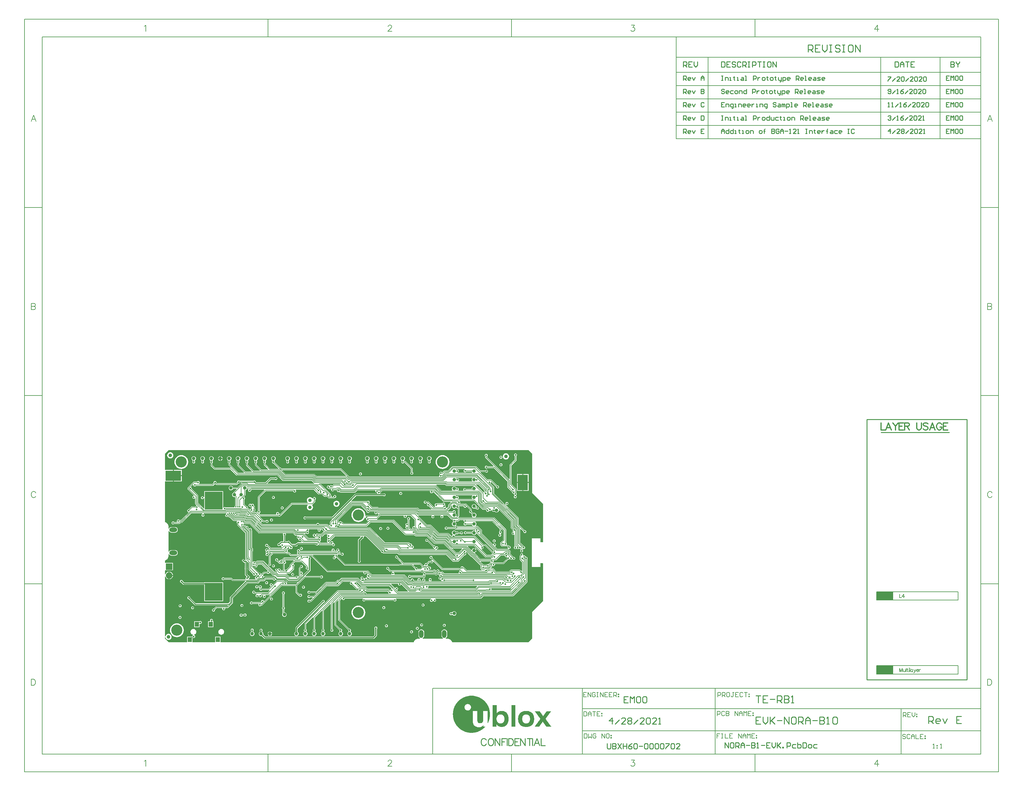
<source format=gbl>
G04*
G04 #@! TF.GenerationSoftware,Altium Limited,Altium Designer,24.5.2 (23)*
G04*
G04 Layer_Physical_Order=4*
G04 Layer_Color=16711680*
%FSLAX44Y44*%
%MOMM*%
G71*
G04*
G04 #@! TF.SameCoordinates,0C5A4069-AE43-482B-AD25-CF0848805004*
G04*
G04*
G04 #@! TF.FilePolarity,Positive*
G04*
G01*
G75*
%ADD10C,0.1270*%
%ADD14C,0.2540*%
%ADD15C,0.2000*%
%ADD17R,4.8260X2.4130*%
%ADD18C,0.1778*%
%ADD19C,0.2997*%
%ADD72C,0.1524*%
%ADD79C,0.4000*%
%ADD137C,1.0000*%
%ADD140R,4.5000X3.0000*%
%ADD141R,3.0000X4.5000*%
%ADD142C,0.2032*%
%ADD143C,0.3048*%
%ADD144C,0.1500*%
%ADD146C,0.3810*%
%ADD151O,2.3000X1.3000*%
%ADD152O,1.3000X2.3000*%
%ADD153C,1.8796*%
%ADD154R,1.8796X1.8796*%
%ADD155C,3.2000*%
%ADD156C,0.5080*%
%ADD157C,5.0000*%
%ADD158C,2.5400*%
%ADD159R,1.2000X1.4000*%
%ADD160R,5.0800X5.0800*%
G04:AMPARAMS|DCode=161|XSize=10mm|YSize=10mm|CornerRadius=2.5mm|HoleSize=0mm|Usage=FLASHONLY|Rotation=90.000|XOffset=0mm|YOffset=0mm|HoleType=Round|Shape=RoundedRectangle|*
%AMROUNDEDRECTD161*
21,1,10.0000,5.0000,0,0,90.0*
21,1,5.0000,10.0000,0,0,90.0*
1,1,5.0000,2.5000,2.5000*
1,1,5.0000,2.5000,-2.5000*
1,1,5.0000,-2.5000,-2.5000*
1,1,5.0000,-2.5000,2.5000*
%
%ADD161ROUNDEDRECTD161*%
G36*
X1056824Y544598D02*
Y433578D01*
X1056824Y433578D01*
X1057101Y432191D01*
X1057886Y431014D01*
X1088575Y400326D01*
Y290350D01*
X1080650Y290350D01*
X1080650Y301350D01*
X1056650Y301350D01*
X1056650Y219350D01*
X1080650Y219350D01*
Y230336D01*
X1087495Y230362D01*
X1088575Y229286D01*
Y122152D01*
X1057886Y91464D01*
X1057101Y90287D01*
X1056824Y88900D01*
X1056824Y88900D01*
Y14202D01*
X1046248Y3625D01*
X827626D01*
X827613Y3694D01*
X827476Y4024D01*
X827407Y4374D01*
X826635Y6237D01*
X826436Y6534D01*
X826300Y6864D01*
X825179Y8541D01*
X824927Y8793D01*
X824728Y9090D01*
X823302Y10516D01*
X823005Y10715D01*
X822753Y10967D01*
X821076Y12088D01*
X820746Y12224D01*
X820449Y12423D01*
X818586Y13194D01*
X818236Y13264D01*
X817906Y13401D01*
X815928Y13794D01*
X815659D01*
X815398Y13859D01*
X814390Y13909D01*
X814301Y13896D01*
X814212Y13913D01*
X809328D01*
X809025Y15437D01*
X809194Y15508D01*
X810866Y16790D01*
X812148Y18461D01*
X812954Y20407D01*
X813229Y22496D01*
Y32496D01*
X812954Y34584D01*
X812148Y36530D01*
X810866Y38201D01*
X809194Y39484D01*
X807248Y40290D01*
X805160Y40565D01*
X803072Y40290D01*
X801125Y39484D01*
X799454Y38201D01*
X798172Y36530D01*
X797366Y34584D01*
X797091Y32496D01*
Y22496D01*
X797366Y20407D01*
X798172Y18461D01*
X799454Y16790D01*
X801125Y15508D01*
X801295Y15437D01*
X800992Y13913D01*
X743340D01*
X743037Y15437D01*
X743195Y15503D01*
X744866Y16785D01*
X746148Y18456D01*
X746954Y20402D01*
X747229Y22491D01*
Y32491D01*
X746954Y34579D01*
X746148Y36525D01*
X744866Y38196D01*
X743195Y39479D01*
X741248Y40285D01*
X739160Y40560D01*
X737072Y40285D01*
X735126Y39479D01*
X733454Y38196D01*
X732172Y36525D01*
X731366Y34579D01*
X731091Y32491D01*
Y22491D01*
X731366Y20402D01*
X732172Y18456D01*
X733454Y16785D01*
X735126Y15503D01*
X735283Y15437D01*
X734980Y13913D01*
X730648D01*
X730559Y13896D01*
X730470Y13909D01*
X729462Y13859D01*
X729201Y13794D01*
X728932D01*
X726954Y13401D01*
X726624Y13264D01*
X726274Y13194D01*
X724411Y12423D01*
X724114Y12224D01*
X723784Y12088D01*
X722107Y10967D01*
X721855Y10715D01*
X721558Y10516D01*
X720132Y9090D01*
X719933Y8793D01*
X719681Y8541D01*
X718560Y6864D01*
X718424Y6534D01*
X718225Y6237D01*
X717453Y4374D01*
X717384Y4024D01*
X717247Y3694D01*
X717234Y3625D01*
X162770D01*
Y19850D01*
X147770D01*
Y3625D01*
X82770D01*
Y15588D01*
X83911Y16729D01*
X84823Y16120D01*
X86399Y15806D01*
X87976Y16120D01*
X89312Y17013D01*
X90205Y18349D01*
X90518Y19926D01*
X90205Y21502D01*
X89312Y22838D01*
X87976Y23731D01*
X87511Y25215D01*
X87558Y25368D01*
X89431Y26144D01*
X91154Y27466D01*
X92477Y29189D01*
X93308Y31196D01*
X93592Y33350D01*
X93308Y35504D01*
X92477Y37511D01*
X91154Y39234D01*
X89431Y40556D01*
X87424Y41388D01*
X85270Y41671D01*
X83117Y41388D01*
X81110Y40556D01*
X79386Y39234D01*
X78064Y37511D01*
X77233Y35504D01*
X76949Y33350D01*
X77233Y31196D01*
X78064Y29189D01*
X79386Y27466D01*
X81110Y26144D01*
X83117Y25312D01*
X84402Y25143D01*
X84589Y24515D01*
X84597Y23580D01*
X83486Y22838D01*
X82964Y22057D01*
X82963Y22056D01*
X82215Y21556D01*
X80509Y19850D01*
X67770D01*
Y3625D01*
X14202D01*
X3625Y14202D01*
Y17675D01*
X5149Y17825D01*
X5422Y16457D01*
X6092Y14839D01*
X7065Y13383D01*
X8303Y12145D01*
X9759Y11172D01*
X11377Y10502D01*
X13094Y10160D01*
X14846D01*
X16563Y10502D01*
X18181Y11172D01*
X19637Y12145D01*
X20875Y13383D01*
X21848Y14839D01*
X22518Y16457D01*
X22860Y18174D01*
Y19926D01*
X22518Y21643D01*
X21848Y23261D01*
X20875Y24717D01*
X19637Y25955D01*
X18181Y26928D01*
X16563Y27598D01*
X14846Y27940D01*
X13094D01*
X11377Y27598D01*
X9759Y26928D01*
X8303Y25955D01*
X7065Y24717D01*
X6092Y23261D01*
X5422Y21643D01*
X5149Y20275D01*
X3625Y20425D01*
Y192225D01*
X5107Y192475D01*
X6208Y189818D01*
X7958Y187536D01*
X10240Y185786D01*
X12897Y184685D01*
X14478Y184477D01*
Y195326D01*
Y206175D01*
X12897Y205967D01*
X10240Y204866D01*
X7958Y203116D01*
X6208Y200834D01*
X5107Y198177D01*
X3625Y198427D01*
Y209105D01*
X4850Y209828D01*
X5150Y209828D01*
X26646D01*
Y231624D01*
X5150D01*
X4850Y231624D01*
X3625Y232347D01*
Y238174D01*
X3694Y238187D01*
X4024Y238324D01*
X4374Y238393D01*
X6237Y239165D01*
X6534Y239364D01*
X6864Y239500D01*
X8541Y240621D01*
X8793Y240873D01*
X9090Y241072D01*
X10516Y242498D01*
X10715Y242795D01*
X10967Y243047D01*
X12088Y244724D01*
X12224Y245054D01*
X12423Y245351D01*
X13194Y247214D01*
X13264Y247564D01*
X13401Y247894D01*
X13794Y249872D01*
Y250141D01*
X13859Y250401D01*
X13909Y251410D01*
X13896Y251499D01*
X13913Y251588D01*
Y256256D01*
X15437Y256559D01*
X15663Y256015D01*
X16945Y254344D01*
X18616Y253062D01*
X20562Y252256D01*
X22651Y251981D01*
X32651D01*
X34739Y252256D01*
X36685Y253062D01*
X38356Y254344D01*
X39639Y256015D01*
X40445Y257962D01*
X40720Y260050D01*
X40445Y262138D01*
X39639Y264084D01*
X38356Y265756D01*
X36685Y267038D01*
X34739Y267844D01*
X32651Y268119D01*
X22651D01*
X20562Y267844D01*
X18616Y267038D01*
X16945Y265756D01*
X15663Y264084D01*
X15437Y263541D01*
X13913Y263844D01*
Y322244D01*
X15437Y322547D01*
X15658Y322015D01*
X16940Y320344D01*
X18611Y319062D01*
X20557Y318256D01*
X22646Y317981D01*
X32646D01*
X34734Y318256D01*
X36680Y319062D01*
X38351Y320344D01*
X39634Y322015D01*
X40440Y323962D01*
X40715Y326050D01*
X40440Y328138D01*
X39634Y330084D01*
X38351Y331756D01*
X36680Y333038D01*
X34734Y333844D01*
X32646Y334119D01*
X22646D01*
X20557Y333844D01*
X18611Y333038D01*
X16940Y331756D01*
X15658Y330084D01*
X15437Y329553D01*
X13913Y329856D01*
Y335152D01*
X13896Y335241D01*
X13909Y335330D01*
X13859Y336339D01*
X13794Y336599D01*
Y336868D01*
X13401Y338846D01*
X13264Y339176D01*
X13194Y339526D01*
X12423Y341389D01*
X12224Y341686D01*
X12088Y342016D01*
X10967Y343693D01*
X10715Y343945D01*
X10516Y344242D01*
X9090Y345668D01*
X8793Y345867D01*
X8541Y346119D01*
X6864Y347240D01*
X6534Y347376D01*
X6237Y347575D01*
X4374Y348347D01*
X4024Y348416D01*
X3694Y348553D01*
X3625Y348566D01*
Y463402D01*
X3916Y464806D01*
X5150Y464806D01*
X26670D01*
Y481330D01*
Y497854D01*
X5150D01*
X3916Y497854D01*
X3625Y499258D01*
Y544598D01*
X14202Y555174D01*
X1046248D01*
X1056824Y544598D01*
D02*
G37*
G36*
X16430Y22732D02*
X17652Y21510D01*
X18313Y19914D01*
Y19050D01*
Y18186D01*
X17652Y16590D01*
X16430Y15368D01*
X14834Y14707D01*
X13106D01*
X11510Y15368D01*
X10288Y16590D01*
X9627Y18186D01*
Y19050D01*
Y19914D01*
X10288Y21510D01*
X11510Y22732D01*
X13106Y23393D01*
X14834D01*
X16430Y22732D01*
D02*
G37*
G36*
X1111121Y-194961D02*
X1110667D01*
Y-195414D01*
Y-195868D01*
X1110214D01*
Y-196322D01*
X1109760D01*
Y-196775D01*
X1109307D01*
Y-197229D01*
Y-197682D01*
X1108853D01*
Y-198136D01*
X1108400D01*
Y-198589D01*
Y-199043D01*
X1107946D01*
Y-199496D01*
X1107492D01*
Y-199950D01*
X1107039D01*
Y-200404D01*
Y-200857D01*
X1106585D01*
Y-201311D01*
X1106132D01*
Y-201764D01*
X1105678D01*
Y-202218D01*
Y-202671D01*
X1105225D01*
Y-203125D01*
X1104771D01*
Y-203578D01*
X1104317D01*
Y-204032D01*
Y-204486D01*
X1103864D01*
Y-204939D01*
X1103410D01*
Y-205393D01*
Y-205846D01*
X1102957D01*
Y-206300D01*
X1102503D01*
Y-206753D01*
X1102050D01*
Y-207207D01*
Y-207661D01*
X1101596D01*
Y-208114D01*
X1101143D01*
Y-208568D01*
X1100689D01*
Y-209021D01*
Y-209475D01*
X1100236D01*
Y-209928D01*
X1099782D01*
Y-210382D01*
Y-210835D01*
X1099328D01*
Y-211289D01*
X1098875D01*
Y-211742D01*
X1098421D01*
Y-212196D01*
Y-212650D01*
X1097968D01*
Y-213103D01*
X1097514D01*
Y-213557D01*
X1097061D01*
Y-214010D01*
Y-214464D01*
X1096607D01*
Y-214917D01*
X1096153D01*
Y-215371D01*
X1095700D01*
Y-215825D01*
Y-216278D01*
Y-216732D01*
X1096153D01*
Y-217185D01*
Y-217639D01*
X1096607D01*
Y-218092D01*
X1097061D01*
Y-218546D01*
X1097514D01*
Y-218999D01*
Y-219453D01*
X1097968D01*
Y-219907D01*
X1098421D01*
Y-220360D01*
X1098875D01*
Y-220814D01*
Y-221267D01*
X1099328D01*
Y-221721D01*
X1099782D01*
Y-222174D01*
Y-222628D01*
X1100236D01*
Y-223081D01*
X1100689D01*
Y-223535D01*
X1101143D01*
Y-223988D01*
Y-224442D01*
X1101596D01*
Y-224896D01*
X1102050D01*
Y-225349D01*
X1102503D01*
Y-225803D01*
Y-226256D01*
X1102957D01*
Y-226710D01*
X1103410D01*
Y-227163D01*
X1103864D01*
Y-227617D01*
Y-228071D01*
X1104317D01*
Y-228524D01*
X1104771D01*
Y-228978D01*
X1105225D01*
Y-229431D01*
Y-229885D01*
X1105678D01*
Y-230338D01*
X1106132D01*
Y-230792D01*
X1106585D01*
Y-231245D01*
Y-231699D01*
X1107039D01*
Y-232153D01*
X1107492D01*
Y-232606D01*
X1107946D01*
Y-233060D01*
Y-233513D01*
X1108400D01*
Y-233967D01*
X1108853D01*
Y-234420D01*
Y-234874D01*
X1109307D01*
Y-235327D01*
X1109760D01*
Y-235781D01*
X1110214D01*
Y-236234D01*
Y-236688D01*
X1110667D01*
Y-237142D01*
X1111121D01*
Y-237595D01*
X1111574D01*
Y-238049D01*
X1112028D01*
Y-238502D01*
X1097514D01*
Y-238049D01*
Y-237595D01*
X1097061D01*
Y-237142D01*
X1096607D01*
Y-236688D01*
X1096153D01*
Y-236234D01*
Y-235781D01*
X1095700D01*
Y-235327D01*
X1095246D01*
Y-234874D01*
X1094793D01*
Y-234420D01*
Y-233967D01*
X1094339D01*
Y-233513D01*
X1093886D01*
Y-233060D01*
Y-232606D01*
X1093432D01*
Y-232153D01*
X1092979D01*
Y-231699D01*
X1092525D01*
Y-231245D01*
Y-230792D01*
X1092072D01*
Y-230338D01*
X1091618D01*
Y-229885D01*
X1091164D01*
Y-229431D01*
Y-228978D01*
X1090711D01*
Y-228524D01*
X1090257D01*
Y-228071D01*
Y-227617D01*
X1089804D01*
Y-227163D01*
X1089350D01*
Y-226710D01*
X1088897D01*
Y-226256D01*
Y-225803D01*
X1088443D01*
Y-225349D01*
X1087990D01*
Y-224896D01*
X1087536D01*
Y-224442D01*
X1087082D01*
Y-224896D01*
Y-225349D01*
X1086629D01*
Y-225803D01*
X1086175D01*
Y-226256D01*
X1085722D01*
Y-226710D01*
Y-227163D01*
X1085268D01*
Y-227617D01*
X1084815D01*
Y-228071D01*
Y-228524D01*
X1084361D01*
Y-228978D01*
X1083907D01*
Y-229431D01*
X1083454D01*
Y-229885D01*
Y-230338D01*
X1083000D01*
Y-230792D01*
X1082547D01*
Y-231245D01*
Y-231699D01*
X1082093D01*
Y-232153D01*
X1081640D01*
Y-232606D01*
X1081186D01*
Y-233060D01*
Y-233513D01*
X1080733D01*
Y-233967D01*
X1080279D01*
Y-234420D01*
Y-234874D01*
X1079826D01*
Y-235327D01*
X1079372D01*
Y-235781D01*
X1078918D01*
Y-236234D01*
Y-236688D01*
X1078465D01*
Y-237142D01*
X1078011D01*
Y-237595D01*
Y-238049D01*
X1077558D01*
Y-238502D01*
X1064405D01*
Y-238049D01*
X1064858D01*
Y-237595D01*
X1065312D01*
Y-237142D01*
Y-236688D01*
X1065765D01*
Y-236234D01*
X1066219D01*
Y-235781D01*
X1066672D01*
Y-235327D01*
Y-234874D01*
X1067126D01*
Y-234420D01*
X1067579D01*
Y-233967D01*
Y-233513D01*
X1068033D01*
Y-233060D01*
X1068487D01*
Y-232606D01*
X1068940D01*
Y-232153D01*
X1069394D01*
Y-231699D01*
Y-231245D01*
X1069847D01*
Y-230792D01*
X1070301D01*
Y-230338D01*
Y-229885D01*
X1070754D01*
Y-229431D01*
X1071208D01*
Y-228978D01*
X1071662D01*
Y-228524D01*
Y-228071D01*
X1072115D01*
Y-227617D01*
X1072569D01*
Y-227163D01*
X1073022D01*
Y-226710D01*
Y-226256D01*
X1073476D01*
Y-225803D01*
X1073929D01*
Y-225349D01*
X1074383D01*
Y-224896D01*
Y-224442D01*
X1074836D01*
Y-223988D01*
X1075290D01*
Y-223535D01*
X1075743D01*
Y-223081D01*
Y-222628D01*
X1076197D01*
Y-222174D01*
X1076651D01*
Y-221721D01*
X1077104D01*
Y-221267D01*
Y-220814D01*
X1077558D01*
Y-220360D01*
X1078011D01*
Y-219907D01*
X1078465D01*
Y-219453D01*
Y-218999D01*
X1078918D01*
Y-218546D01*
X1079372D01*
Y-218092D01*
Y-217639D01*
X1079826D01*
Y-217185D01*
X1080279D01*
Y-216732D01*
X1080733D01*
Y-216278D01*
Y-215825D01*
X1080279D01*
Y-215371D01*
X1079826D01*
Y-214917D01*
X1079372D01*
Y-214464D01*
Y-214010D01*
X1078918D01*
Y-213557D01*
X1078465D01*
Y-213103D01*
X1078011D01*
Y-212650D01*
Y-212196D01*
X1077558D01*
Y-211742D01*
X1077104D01*
Y-211289D01*
Y-210835D01*
X1076651D01*
Y-210382D01*
X1076197D01*
Y-209928D01*
X1075743D01*
Y-209475D01*
Y-209021D01*
X1075290D01*
Y-208568D01*
X1074836D01*
Y-208114D01*
X1074383D01*
Y-207661D01*
Y-207207D01*
X1073929D01*
Y-206753D01*
X1073476D01*
Y-206300D01*
Y-205846D01*
X1073022D01*
Y-205393D01*
X1072569D01*
Y-204939D01*
X1072115D01*
Y-204486D01*
Y-204032D01*
X1071662D01*
Y-203578D01*
X1071208D01*
Y-203125D01*
X1070754D01*
Y-202671D01*
Y-202218D01*
X1070301D01*
Y-201764D01*
X1069847D01*
Y-201311D01*
Y-200857D01*
X1069394D01*
Y-200404D01*
X1068940D01*
Y-199950D01*
X1068487D01*
Y-199496D01*
Y-199043D01*
X1068033D01*
Y-198589D01*
X1067579D01*
Y-198136D01*
X1067126D01*
Y-197682D01*
Y-197229D01*
X1066672D01*
Y-196775D01*
X1066219D01*
Y-196322D01*
Y-195868D01*
X1065765D01*
Y-195414D01*
X1065312D01*
Y-194961D01*
X1064858D01*
Y-194507D01*
X1078918D01*
Y-194961D01*
X1079372D01*
Y-195414D01*
X1079826D01*
Y-195868D01*
Y-196322D01*
X1080279D01*
Y-196775D01*
X1080733D01*
Y-197229D01*
X1081186D01*
Y-197682D01*
Y-198136D01*
X1081640D01*
Y-198589D01*
X1082093D01*
Y-199043D01*
Y-199496D01*
X1082547D01*
Y-199950D01*
X1083000D01*
Y-200404D01*
Y-200857D01*
X1083454D01*
Y-201311D01*
X1083907D01*
Y-201764D01*
X1084361D01*
Y-202218D01*
Y-202671D01*
X1084815D01*
Y-203125D01*
X1085268D01*
Y-203578D01*
Y-204032D01*
X1085722D01*
Y-204486D01*
X1086175D01*
Y-204939D01*
X1086629D01*
Y-205393D01*
Y-205846D01*
X1087082D01*
Y-206300D01*
X1087536D01*
Y-206753D01*
Y-207207D01*
X1087990D01*
Y-207661D01*
X1088443D01*
Y-208114D01*
X1088897D01*
Y-207661D01*
X1089350D01*
Y-207207D01*
Y-206753D01*
X1089804D01*
Y-206300D01*
X1090257D01*
Y-205846D01*
X1090711D01*
Y-205393D01*
Y-204939D01*
X1091164D01*
Y-204486D01*
X1091618D01*
Y-204032D01*
Y-203578D01*
X1092072D01*
Y-203125D01*
X1092525D01*
Y-202671D01*
X1092979D01*
Y-202218D01*
Y-201764D01*
X1093432D01*
Y-201311D01*
X1093886D01*
Y-200857D01*
Y-200404D01*
X1094339D01*
Y-199950D01*
X1094793D01*
Y-199496D01*
X1095246D01*
Y-199043D01*
Y-198589D01*
X1095700D01*
Y-198136D01*
X1096153D01*
Y-197682D01*
Y-197229D01*
X1096607D01*
Y-196775D01*
X1097061D01*
Y-196322D01*
X1097514D01*
Y-195868D01*
Y-195414D01*
X1097968D01*
Y-194961D01*
X1098421D01*
Y-194507D01*
X1111121D01*
Y-194961D01*
D02*
G37*
G36*
X885250Y-150059D02*
X889786D01*
Y-150512D01*
X892507D01*
Y-150966D01*
X894775D01*
Y-151419D01*
X896589D01*
Y-151873D01*
X898403D01*
Y-152327D01*
X899764D01*
Y-152780D01*
X901124D01*
Y-153234D01*
X902485D01*
Y-153687D01*
X903392D01*
Y-154141D01*
X904753D01*
Y-154594D01*
X905660D01*
Y-155048D01*
X906567D01*
Y-155501D01*
X907474D01*
Y-155955D01*
X908381D01*
Y-156409D01*
X909288D01*
Y-156862D01*
X909742D01*
Y-157316D01*
X910649D01*
Y-157769D01*
X911556D01*
Y-158223D01*
X912010D01*
Y-158676D01*
X912917D01*
Y-159130D01*
X913371D01*
Y-159584D01*
X914278D01*
Y-160037D01*
X914731D01*
Y-160491D01*
X915185D01*
Y-160944D01*
X916092D01*
Y-161398D01*
X916545D01*
Y-161851D01*
X916999D01*
Y-162305D01*
X917452D01*
Y-162758D01*
X918360D01*
Y-163212D01*
X918813D01*
Y-163666D01*
X919267D01*
Y-164119D01*
X919720D01*
Y-164573D01*
X920174D01*
Y-165026D01*
X920627D01*
Y-165480D01*
X921081D01*
Y-165933D01*
X921535D01*
Y-166387D01*
X921988D01*
Y-166840D01*
X922442D01*
Y-167294D01*
X922895D01*
Y-167747D01*
X923349D01*
Y-168201D01*
Y-168655D01*
X923802D01*
Y-169108D01*
X924256D01*
Y-169562D01*
X924709D01*
Y-170015D01*
X925163D01*
Y-170469D01*
Y-170922D01*
X925617D01*
Y-171376D01*
X926070D01*
Y-171830D01*
X926524D01*
Y-172283D01*
Y-172737D01*
X926977D01*
Y-173190D01*
X927431D01*
Y-173644D01*
Y-174097D01*
X927884D01*
Y-174551D01*
X928338D01*
Y-175004D01*
Y-175458D01*
X928791D01*
Y-175912D01*
X929245D01*
Y-176365D01*
Y-176819D01*
X929698D01*
Y-177272D01*
Y-177726D01*
X930152D01*
Y-178179D01*
Y-178633D01*
X930606D01*
Y-179086D01*
Y-179540D01*
X931059D01*
Y-179993D01*
Y-180447D01*
X931513D01*
Y-180901D01*
Y-181354D01*
X931966D01*
Y-181808D01*
Y-182261D01*
X932420D01*
Y-182715D01*
Y-183168D01*
Y-183622D01*
X932873D01*
Y-184076D01*
Y-184529D01*
X933327D01*
Y-184983D01*
Y-185436D01*
Y-185890D01*
X933781D01*
Y-186343D01*
Y-186797D01*
Y-187250D01*
X934234D01*
Y-187704D01*
Y-188158D01*
Y-188611D01*
Y-189065D01*
X934688D01*
Y-189518D01*
Y-189972D01*
Y-190425D01*
Y-190879D01*
X935141D01*
Y-191332D01*
Y-191786D01*
Y-192240D01*
Y-192693D01*
X935595D01*
Y-193147D01*
Y-193600D01*
Y-194054D01*
Y-194507D01*
Y-194961D01*
Y-195414D01*
Y-195868D01*
X936048D01*
Y-196322D01*
Y-196775D01*
Y-197229D01*
Y-197682D01*
Y-198136D01*
Y-198589D01*
Y-199043D01*
Y-199496D01*
Y-199950D01*
Y-200404D01*
Y-200857D01*
X936502D01*
Y-201311D01*
Y-201764D01*
Y-202218D01*
Y-202671D01*
Y-203125D01*
Y-203578D01*
Y-204032D01*
Y-204486D01*
Y-204939D01*
Y-205393D01*
X936048D01*
Y-205846D01*
Y-206300D01*
Y-206753D01*
Y-207207D01*
Y-207661D01*
Y-208114D01*
Y-208568D01*
Y-209021D01*
Y-209475D01*
Y-209928D01*
Y-210382D01*
X935595D01*
Y-210835D01*
Y-211289D01*
Y-211742D01*
Y-212196D01*
Y-212650D01*
Y-213103D01*
X935141D01*
Y-213557D01*
Y-214010D01*
Y-214464D01*
Y-214917D01*
Y-215371D01*
X934688D01*
Y-215825D01*
Y-216278D01*
Y-216732D01*
Y-217185D01*
X934234D01*
Y-217639D01*
Y-218092D01*
Y-218546D01*
Y-218999D01*
X933781D01*
Y-219453D01*
Y-219907D01*
Y-220360D01*
X933327D01*
Y-220814D01*
Y-221267D01*
X932873D01*
Y-221721D01*
Y-222174D01*
Y-222628D01*
X932420D01*
Y-223081D01*
Y-223535D01*
X931966D01*
Y-223988D01*
Y-224442D01*
Y-224896D01*
X931513D01*
Y-225349D01*
Y-225803D01*
X931059D01*
Y-226256D01*
Y-226710D01*
X930606D01*
Y-227163D01*
Y-227617D01*
X930152D01*
Y-228071D01*
Y-228524D01*
X929698D01*
Y-228071D01*
Y-227617D01*
Y-227163D01*
Y-226710D01*
Y-226256D01*
Y-225803D01*
Y-225349D01*
Y-224896D01*
Y-224442D01*
Y-223988D01*
Y-223535D01*
Y-223081D01*
Y-222628D01*
Y-222174D01*
Y-221721D01*
Y-221267D01*
Y-220814D01*
Y-220360D01*
Y-219907D01*
Y-219453D01*
Y-218999D01*
Y-218546D01*
Y-218092D01*
Y-217639D01*
Y-217185D01*
Y-216732D01*
Y-216278D01*
Y-215825D01*
Y-215371D01*
Y-214917D01*
Y-214464D01*
Y-214010D01*
Y-213557D01*
Y-213103D01*
Y-212650D01*
Y-212196D01*
Y-211742D01*
Y-211289D01*
Y-210835D01*
Y-210382D01*
Y-209928D01*
Y-209475D01*
Y-209021D01*
Y-208568D01*
Y-208114D01*
Y-207661D01*
Y-207207D01*
Y-206753D01*
Y-206300D01*
Y-205846D01*
Y-205393D01*
Y-204939D01*
Y-204486D01*
Y-204032D01*
Y-203578D01*
Y-203125D01*
Y-202671D01*
Y-202218D01*
Y-201764D01*
Y-201311D01*
Y-200857D01*
Y-200404D01*
Y-199950D01*
Y-199496D01*
Y-199043D01*
Y-198589D01*
Y-198136D01*
Y-197682D01*
Y-197229D01*
Y-196775D01*
Y-196322D01*
Y-195868D01*
Y-195414D01*
Y-194961D01*
Y-194507D01*
Y-194054D01*
X916999D01*
Y-194507D01*
Y-194961D01*
Y-195414D01*
Y-195868D01*
Y-196322D01*
Y-196775D01*
Y-197229D01*
Y-197682D01*
Y-198136D01*
Y-198589D01*
Y-199043D01*
Y-199496D01*
Y-199950D01*
Y-200404D01*
Y-200857D01*
Y-201311D01*
Y-201764D01*
Y-202218D01*
Y-202671D01*
Y-203125D01*
Y-203578D01*
Y-204032D01*
Y-204486D01*
Y-204939D01*
Y-205393D01*
Y-205846D01*
Y-206300D01*
Y-206753D01*
Y-207207D01*
Y-207661D01*
Y-208114D01*
Y-208568D01*
Y-209021D01*
Y-209475D01*
Y-209928D01*
Y-210382D01*
Y-210835D01*
Y-211289D01*
Y-211742D01*
Y-212196D01*
Y-212650D01*
Y-213103D01*
Y-213557D01*
Y-214010D01*
Y-214464D01*
Y-214917D01*
Y-215371D01*
Y-215825D01*
Y-216278D01*
Y-216732D01*
Y-217185D01*
Y-217639D01*
Y-218092D01*
Y-218546D01*
Y-218999D01*
Y-219453D01*
Y-219907D01*
Y-220360D01*
Y-220814D01*
Y-221267D01*
Y-221721D01*
X916545D01*
Y-222174D01*
Y-222628D01*
Y-223081D01*
Y-223535D01*
X916092D01*
Y-223988D01*
Y-224442D01*
X915638D01*
Y-224896D01*
Y-225349D01*
X915185D01*
Y-225803D01*
X914731D01*
Y-226256D01*
X914278D01*
Y-226710D01*
X913824D01*
Y-227163D01*
X913371D01*
Y-227617D01*
X912463D01*
Y-228071D01*
X911103D01*
Y-228524D01*
X904753D01*
Y-228071D01*
X903392D01*
Y-227617D01*
X902485D01*
Y-227163D01*
X902032D01*
Y-226710D01*
X901578D01*
Y-226256D01*
X901124D01*
Y-225803D01*
Y-225349D01*
X900671D01*
Y-224896D01*
Y-224442D01*
X900217D01*
Y-223988D01*
Y-223535D01*
Y-223081D01*
Y-222628D01*
X899764D01*
Y-222174D01*
Y-221721D01*
Y-221267D01*
Y-220814D01*
Y-220360D01*
Y-219907D01*
Y-219453D01*
Y-218999D01*
Y-218546D01*
Y-218092D01*
Y-217639D01*
Y-217185D01*
Y-216732D01*
Y-216278D01*
Y-215825D01*
Y-215371D01*
Y-214917D01*
Y-214464D01*
Y-214010D01*
Y-213557D01*
Y-213103D01*
Y-212650D01*
Y-212196D01*
Y-211742D01*
Y-211289D01*
Y-210835D01*
Y-210382D01*
Y-209928D01*
Y-209475D01*
Y-209021D01*
Y-208568D01*
Y-208114D01*
Y-207661D01*
Y-207207D01*
Y-206753D01*
Y-206300D01*
Y-205846D01*
Y-205393D01*
Y-204939D01*
Y-204486D01*
Y-204032D01*
Y-203578D01*
Y-203125D01*
Y-202671D01*
Y-202218D01*
Y-201764D01*
Y-201311D01*
Y-200857D01*
Y-200404D01*
Y-199950D01*
Y-199496D01*
Y-199043D01*
Y-198589D01*
Y-198136D01*
Y-197682D01*
Y-197229D01*
Y-196775D01*
Y-196322D01*
Y-195868D01*
Y-195414D01*
Y-194961D01*
Y-194507D01*
Y-194054D01*
X887064D01*
Y-194507D01*
Y-194961D01*
Y-195414D01*
Y-195868D01*
Y-196322D01*
Y-196775D01*
Y-197229D01*
Y-197682D01*
Y-198136D01*
Y-198589D01*
Y-199043D01*
Y-199496D01*
Y-199950D01*
Y-200404D01*
Y-200857D01*
Y-201311D01*
Y-201764D01*
Y-202218D01*
Y-202671D01*
Y-203125D01*
Y-203578D01*
Y-204032D01*
Y-204486D01*
Y-204939D01*
Y-205393D01*
Y-205846D01*
Y-206300D01*
Y-206753D01*
Y-207207D01*
Y-207661D01*
Y-208114D01*
Y-208568D01*
Y-209021D01*
Y-209475D01*
Y-209928D01*
Y-210382D01*
Y-210835D01*
Y-211289D01*
Y-211742D01*
Y-212196D01*
Y-212650D01*
Y-213103D01*
Y-213557D01*
Y-214010D01*
Y-214464D01*
Y-214917D01*
Y-215371D01*
Y-215825D01*
Y-216278D01*
Y-216732D01*
Y-217185D01*
Y-217639D01*
Y-218092D01*
Y-218546D01*
Y-218999D01*
Y-219453D01*
Y-219907D01*
Y-220360D01*
Y-220814D01*
Y-221267D01*
Y-221721D01*
Y-222174D01*
Y-222628D01*
Y-223081D01*
Y-223535D01*
Y-223988D01*
Y-224442D01*
Y-224896D01*
Y-225349D01*
Y-225803D01*
Y-226256D01*
Y-226710D01*
Y-227163D01*
X887518D01*
Y-227617D01*
Y-228071D01*
Y-228524D01*
Y-228978D01*
X887971D01*
Y-229431D01*
Y-229885D01*
Y-230338D01*
X888425D01*
Y-230792D01*
Y-231245D01*
Y-231699D01*
X888878D01*
Y-232153D01*
Y-232606D01*
X889332D01*
Y-233060D01*
X889786D01*
Y-233513D01*
Y-233967D01*
X890239D01*
Y-234420D01*
X890693D01*
Y-234874D01*
X891146D01*
Y-235327D01*
X891600D01*
Y-235781D01*
X892053D01*
Y-236234D01*
X892507D01*
Y-236688D01*
X893414D01*
Y-237142D01*
X893868D01*
Y-237595D01*
X894775D01*
Y-238049D01*
X895682D01*
Y-238502D01*
X896589D01*
Y-238956D01*
X897950D01*
Y-239409D01*
X899764D01*
Y-239863D01*
X908835D01*
Y-239409D01*
X910649D01*
Y-238956D01*
X911556D01*
Y-238502D01*
X912917D01*
Y-238049D01*
X913371D01*
Y-237595D01*
X914278D01*
Y-237142D01*
X914731D01*
Y-236688D01*
X915185D01*
Y-236234D01*
X916092D01*
Y-235781D01*
X916545D01*
Y-235327D01*
X916999D01*
Y-234874D01*
Y-234420D01*
X917452D01*
Y-234874D01*
Y-235327D01*
Y-235781D01*
Y-236234D01*
Y-236688D01*
Y-237142D01*
Y-237595D01*
Y-238049D01*
Y-238502D01*
Y-238956D01*
X922442D01*
Y-239409D01*
X921988D01*
Y-239863D01*
X921535D01*
Y-240317D01*
X921081D01*
Y-240770D01*
X920627D01*
Y-241224D01*
X920174D01*
Y-241677D01*
X919720D01*
Y-242131D01*
X919267D01*
Y-242584D01*
X918813D01*
Y-243038D01*
X917906D01*
Y-243491D01*
X917452D01*
Y-243945D01*
X916999D01*
Y-244398D01*
X916545D01*
Y-244852D01*
X915638D01*
Y-245306D01*
X915185D01*
Y-245759D01*
X914731D01*
Y-246213D01*
X913824D01*
Y-246666D01*
X913371D01*
Y-247120D01*
X912463D01*
Y-247573D01*
X912010D01*
Y-248027D01*
X911103D01*
Y-248480D01*
X910649D01*
Y-248934D01*
X909742D01*
Y-249388D01*
X908835D01*
Y-249841D01*
X907928D01*
Y-250295D01*
X907474D01*
Y-250748D01*
X906567D01*
Y-251202D01*
X905206D01*
Y-251655D01*
X904299D01*
Y-252109D01*
X903392D01*
Y-252563D01*
X902032D01*
Y-253016D01*
X901124D01*
Y-253470D01*
X899764D01*
Y-253923D01*
X897950D01*
Y-254377D01*
X896589D01*
Y-254830D01*
X894775D01*
Y-255284D01*
X892053D01*
Y-255737D01*
X888878D01*
Y-256191D01*
X877086D01*
Y-255737D01*
X873911D01*
Y-255284D01*
X871643D01*
Y-254830D01*
X869829D01*
Y-254377D01*
X868015D01*
Y-253923D01*
X866654D01*
Y-253470D01*
X865294D01*
Y-253016D01*
X863933D01*
Y-252563D01*
X863026D01*
Y-252109D01*
X861665D01*
Y-251655D01*
X860758D01*
Y-251202D01*
X859851D01*
Y-250748D01*
X858944D01*
Y-250295D01*
X858037D01*
Y-249841D01*
X857130D01*
Y-249388D01*
X856222D01*
Y-248934D01*
X855769D01*
Y-248480D01*
X854862D01*
Y-248027D01*
X853955D01*
Y-247573D01*
X853501D01*
Y-247120D01*
X852594D01*
Y-246666D01*
X852140D01*
Y-246213D01*
X851687D01*
Y-245759D01*
X850780D01*
Y-245306D01*
X850326D01*
Y-244852D01*
X849873D01*
Y-244398D01*
X848966D01*
Y-243945D01*
X848512D01*
Y-243491D01*
X848058D01*
Y-243038D01*
X847605D01*
Y-242584D01*
X847151D01*
Y-242131D01*
X846698D01*
Y-241677D01*
X846244D01*
Y-241224D01*
X845791D01*
Y-240770D01*
X845337D01*
Y-240317D01*
X844883D01*
Y-239863D01*
X844430D01*
Y-239409D01*
X843976D01*
Y-238956D01*
X843523D01*
Y-238502D01*
X843069D01*
Y-238049D01*
X842616D01*
Y-237595D01*
X842162D01*
Y-237142D01*
X841709D01*
Y-236688D01*
Y-236234D01*
X841255D01*
Y-235781D01*
X840801D01*
Y-235327D01*
X840348D01*
Y-234874D01*
X839894D01*
Y-234420D01*
Y-233967D01*
X839441D01*
Y-233513D01*
X838987D01*
Y-233060D01*
Y-232606D01*
X838534D01*
Y-232153D01*
X838080D01*
Y-231699D01*
Y-231245D01*
X837627D01*
Y-230792D01*
X837173D01*
Y-230338D01*
Y-229885D01*
X836720D01*
Y-229431D01*
Y-228978D01*
X836266D01*
Y-228524D01*
Y-228071D01*
X835812D01*
Y-227617D01*
Y-227163D01*
X835359D01*
Y-226710D01*
Y-226256D01*
X834905D01*
Y-225803D01*
Y-225349D01*
X834452D01*
Y-224896D01*
Y-224442D01*
X833998D01*
Y-223988D01*
Y-223535D01*
X833545D01*
Y-223081D01*
Y-222628D01*
Y-222174D01*
X833091D01*
Y-221721D01*
Y-221267D01*
Y-220814D01*
X832637D01*
Y-220360D01*
Y-219907D01*
X832184D01*
Y-219453D01*
Y-218999D01*
Y-218546D01*
Y-218092D01*
X831730D01*
Y-217639D01*
Y-217185D01*
Y-216732D01*
X831277D01*
Y-216278D01*
Y-215825D01*
Y-215371D01*
Y-214917D01*
X830823D01*
Y-214464D01*
Y-214010D01*
Y-213557D01*
Y-213103D01*
Y-212650D01*
X830370D01*
Y-212196D01*
Y-211742D01*
Y-211289D01*
Y-210835D01*
Y-210382D01*
Y-209928D01*
Y-209475D01*
X829916D01*
Y-209021D01*
Y-208568D01*
Y-208114D01*
Y-207661D01*
Y-207207D01*
Y-206753D01*
Y-206300D01*
Y-205846D01*
Y-205393D01*
Y-204939D01*
X829463D01*
Y-204486D01*
Y-204032D01*
Y-203578D01*
Y-203125D01*
Y-202671D01*
Y-202218D01*
Y-201764D01*
Y-201311D01*
Y-200857D01*
X829916D01*
Y-200404D01*
Y-199950D01*
Y-199496D01*
Y-199043D01*
Y-198589D01*
Y-198136D01*
Y-197682D01*
Y-197229D01*
Y-196775D01*
X830370D01*
Y-196322D01*
Y-195868D01*
Y-195414D01*
Y-194961D01*
Y-194507D01*
Y-194054D01*
Y-193600D01*
X830823D01*
Y-193147D01*
Y-192693D01*
Y-192240D01*
Y-191786D01*
Y-191332D01*
X831277D01*
Y-190879D01*
Y-190425D01*
Y-189972D01*
Y-189518D01*
X831730D01*
Y-189065D01*
Y-188611D01*
Y-188158D01*
Y-187704D01*
X832184D01*
Y-187250D01*
Y-186797D01*
Y-186343D01*
X832637D01*
Y-185890D01*
Y-185436D01*
Y-184983D01*
X833091D01*
Y-184529D01*
Y-184076D01*
X833545D01*
Y-183622D01*
Y-183168D01*
Y-182715D01*
X833998D01*
Y-182261D01*
Y-181808D01*
X834452D01*
Y-181354D01*
Y-180901D01*
Y-180447D01*
X834905D01*
Y-179993D01*
Y-179540D01*
X835359D01*
Y-179086D01*
Y-178633D01*
X835812D01*
Y-178179D01*
Y-177726D01*
X836266D01*
Y-177272D01*
X836720D01*
Y-176819D01*
Y-176365D01*
X837173D01*
Y-175912D01*
Y-175458D01*
X837627D01*
Y-175004D01*
X838080D01*
Y-174551D01*
Y-174097D01*
X838534D01*
Y-173644D01*
X838987D01*
Y-173190D01*
Y-172737D01*
X839441D01*
Y-172283D01*
X839894D01*
Y-171830D01*
Y-171376D01*
X840348D01*
Y-170922D01*
X840801D01*
Y-170469D01*
X841255D01*
Y-170015D01*
Y-169562D01*
X841709D01*
Y-169108D01*
X842162D01*
Y-168655D01*
X842616D01*
Y-168201D01*
X843069D01*
Y-167747D01*
X843523D01*
Y-167294D01*
X843976D01*
Y-166840D01*
X844430D01*
Y-166387D01*
Y-165933D01*
X844883D01*
Y-165480D01*
X845337D01*
Y-165026D01*
X845791D01*
Y-164573D01*
X846698D01*
Y-164119D01*
X847151D01*
Y-163666D01*
X847605D01*
Y-163212D01*
X848058D01*
Y-162758D01*
X848512D01*
Y-162305D01*
X848966D01*
Y-161851D01*
X849419D01*
Y-161398D01*
X850326D01*
Y-160944D01*
X850780D01*
Y-160491D01*
X851233D01*
Y-160037D01*
X852140D01*
Y-159584D01*
X852594D01*
Y-159130D01*
X853501D01*
Y-158676D01*
X853955D01*
Y-158223D01*
X854862D01*
Y-157769D01*
X855315D01*
Y-157316D01*
X856222D01*
Y-156862D01*
X857130D01*
Y-156409D01*
X857583D01*
Y-155955D01*
X858944D01*
Y-155501D01*
X859851D01*
Y-155048D01*
X860758D01*
Y-154594D01*
X861665D01*
Y-154141D01*
X862572D01*
Y-153687D01*
X863933D01*
Y-153234D01*
X864840D01*
Y-152780D01*
X866201D01*
Y-152327D01*
X867561D01*
Y-151873D01*
X869376D01*
Y-151419D01*
X871190D01*
Y-150966D01*
X873457D01*
Y-150512D01*
X876632D01*
Y-150059D01*
X881168D01*
Y-149605D01*
X885250D01*
Y-150059D01*
D02*
G37*
G36*
X1009071Y-177272D02*
Y-177726D01*
Y-178179D01*
Y-178633D01*
Y-179086D01*
Y-179540D01*
Y-179993D01*
Y-180447D01*
Y-180901D01*
Y-181354D01*
Y-181808D01*
Y-182261D01*
Y-182715D01*
Y-183168D01*
Y-183622D01*
Y-184076D01*
Y-184529D01*
Y-184983D01*
Y-185436D01*
Y-185890D01*
Y-186343D01*
Y-186797D01*
Y-187250D01*
Y-187704D01*
Y-188158D01*
Y-188611D01*
Y-189065D01*
Y-189518D01*
Y-189972D01*
Y-190425D01*
Y-190879D01*
Y-191332D01*
Y-191786D01*
Y-192240D01*
Y-192693D01*
Y-193147D01*
Y-193600D01*
Y-194054D01*
Y-194507D01*
Y-194961D01*
Y-195414D01*
Y-195868D01*
Y-196322D01*
Y-196775D01*
Y-197229D01*
Y-197682D01*
Y-198136D01*
Y-198589D01*
Y-199043D01*
Y-199496D01*
Y-199950D01*
Y-200404D01*
Y-200857D01*
Y-201311D01*
Y-201764D01*
Y-202218D01*
Y-202671D01*
Y-203125D01*
Y-203578D01*
Y-204032D01*
Y-204486D01*
Y-204939D01*
Y-205393D01*
Y-205846D01*
Y-206300D01*
Y-206753D01*
Y-207207D01*
Y-207661D01*
Y-208114D01*
Y-208568D01*
Y-209021D01*
Y-209475D01*
Y-209928D01*
Y-210382D01*
Y-210835D01*
Y-211289D01*
Y-211742D01*
Y-212196D01*
Y-212650D01*
Y-213103D01*
Y-213557D01*
Y-214010D01*
Y-214464D01*
Y-214917D01*
Y-215371D01*
Y-215825D01*
Y-216278D01*
Y-216732D01*
Y-217185D01*
Y-217639D01*
Y-218092D01*
Y-218546D01*
Y-218999D01*
Y-219453D01*
Y-219907D01*
Y-220360D01*
Y-220814D01*
Y-221267D01*
Y-221721D01*
Y-222174D01*
Y-222628D01*
Y-223081D01*
Y-223535D01*
Y-223988D01*
Y-224442D01*
Y-224896D01*
Y-225349D01*
Y-225803D01*
Y-226256D01*
Y-226710D01*
Y-227163D01*
Y-227617D01*
Y-228071D01*
Y-228524D01*
Y-228978D01*
Y-229431D01*
Y-229885D01*
Y-230338D01*
Y-230792D01*
Y-231245D01*
Y-231699D01*
Y-232153D01*
Y-232606D01*
Y-233060D01*
Y-233513D01*
Y-233967D01*
Y-234420D01*
Y-234874D01*
Y-235327D01*
Y-235781D01*
Y-236234D01*
Y-236688D01*
Y-237142D01*
Y-237595D01*
Y-238049D01*
Y-238502D01*
X997732D01*
Y-238049D01*
Y-237595D01*
Y-237142D01*
Y-236688D01*
Y-236234D01*
Y-235781D01*
Y-235327D01*
Y-234874D01*
Y-234420D01*
Y-233967D01*
Y-233513D01*
Y-233060D01*
Y-232606D01*
Y-232153D01*
Y-231699D01*
Y-231245D01*
Y-230792D01*
Y-230338D01*
Y-229885D01*
Y-229431D01*
Y-228978D01*
Y-228524D01*
Y-228071D01*
Y-227617D01*
Y-227163D01*
Y-226710D01*
Y-226256D01*
Y-225803D01*
Y-225349D01*
Y-224896D01*
Y-224442D01*
Y-223988D01*
Y-223535D01*
Y-223081D01*
Y-222628D01*
Y-222174D01*
Y-221721D01*
Y-221267D01*
Y-220814D01*
Y-220360D01*
Y-219907D01*
Y-219453D01*
Y-218999D01*
Y-218546D01*
Y-218092D01*
Y-217639D01*
Y-217185D01*
Y-216732D01*
Y-216278D01*
Y-215825D01*
Y-215371D01*
Y-214917D01*
Y-214464D01*
Y-214010D01*
Y-213557D01*
Y-213103D01*
Y-212650D01*
Y-212196D01*
Y-211742D01*
Y-211289D01*
Y-210835D01*
Y-210382D01*
Y-209928D01*
Y-209475D01*
Y-209021D01*
Y-208568D01*
Y-208114D01*
Y-207661D01*
Y-207207D01*
Y-206753D01*
Y-206300D01*
Y-205846D01*
Y-205393D01*
Y-204939D01*
Y-204486D01*
Y-204032D01*
Y-203578D01*
Y-203125D01*
Y-202671D01*
Y-202218D01*
Y-201764D01*
Y-201311D01*
Y-200857D01*
Y-200404D01*
Y-199950D01*
Y-199496D01*
Y-199043D01*
Y-198589D01*
Y-198136D01*
Y-197682D01*
Y-197229D01*
Y-196775D01*
Y-196322D01*
Y-195868D01*
Y-195414D01*
Y-194961D01*
Y-194507D01*
Y-194054D01*
Y-193600D01*
Y-193147D01*
Y-192693D01*
Y-192240D01*
Y-191786D01*
Y-191332D01*
Y-190879D01*
Y-190425D01*
Y-189972D01*
Y-189518D01*
Y-189065D01*
Y-188611D01*
Y-188158D01*
Y-187704D01*
Y-187250D01*
Y-186797D01*
Y-186343D01*
Y-185890D01*
Y-185436D01*
Y-184983D01*
Y-184529D01*
Y-184076D01*
Y-183622D01*
Y-183168D01*
Y-182715D01*
Y-182261D01*
Y-181808D01*
Y-181354D01*
Y-180901D01*
Y-180447D01*
Y-179993D01*
Y-179540D01*
Y-179086D01*
Y-178633D01*
Y-178179D01*
Y-177726D01*
Y-177272D01*
Y-176819D01*
X1009071D01*
Y-177272D01*
D02*
G37*
G36*
X1045355Y-194054D02*
X1047623D01*
Y-194507D01*
X1048984D01*
Y-194961D01*
X1050344D01*
Y-195414D01*
X1051252D01*
Y-195868D01*
X1052159D01*
Y-196322D01*
X1053066D01*
Y-196775D01*
X1053973D01*
Y-197229D01*
X1054426D01*
Y-197682D01*
X1055333D01*
Y-198136D01*
X1055787D01*
Y-198589D01*
X1056241D01*
Y-199043D01*
X1056694D01*
Y-199496D01*
X1057148D01*
Y-199950D01*
X1057601D01*
Y-200404D01*
X1058055D01*
Y-200857D01*
X1058508D01*
Y-201311D01*
X1058962D01*
Y-201764D01*
Y-202218D01*
X1059416D01*
Y-202671D01*
X1059869D01*
Y-203125D01*
Y-203578D01*
X1060323D01*
Y-204032D01*
Y-204486D01*
X1060776D01*
Y-204939D01*
Y-205393D01*
X1061230D01*
Y-205846D01*
Y-206300D01*
X1061683D01*
Y-206753D01*
Y-207207D01*
Y-207661D01*
X1062137D01*
Y-208114D01*
Y-208568D01*
Y-209021D01*
Y-209475D01*
Y-209928D01*
X1062590D01*
Y-210382D01*
Y-210835D01*
Y-211289D01*
Y-211742D01*
Y-212196D01*
Y-212650D01*
Y-213103D01*
X1063044D01*
Y-213557D01*
Y-214010D01*
Y-214464D01*
Y-214917D01*
Y-215371D01*
Y-215825D01*
Y-216278D01*
Y-216732D01*
Y-217185D01*
Y-217639D01*
Y-218092D01*
Y-218546D01*
Y-218999D01*
Y-219453D01*
Y-219907D01*
X1062590D01*
Y-220360D01*
Y-220814D01*
Y-221267D01*
Y-221721D01*
Y-222174D01*
Y-222628D01*
Y-223081D01*
X1062137D01*
Y-223535D01*
Y-223988D01*
Y-224442D01*
Y-224896D01*
X1061683D01*
Y-225349D01*
Y-225803D01*
Y-226256D01*
X1061230D01*
Y-226710D01*
Y-227163D01*
Y-227617D01*
X1060776D01*
Y-228071D01*
Y-228524D01*
X1060323D01*
Y-228978D01*
Y-229431D01*
X1059869D01*
Y-229885D01*
Y-230338D01*
X1059416D01*
Y-230792D01*
X1058962D01*
Y-231245D01*
X1058508D01*
Y-231699D01*
Y-232153D01*
X1058055D01*
Y-232606D01*
X1057601D01*
Y-233060D01*
X1057148D01*
Y-233513D01*
X1056694D01*
Y-233967D01*
X1056241D01*
Y-234420D01*
X1055787D01*
Y-234874D01*
X1054880D01*
Y-235327D01*
X1054426D01*
Y-235781D01*
X1053519D01*
Y-236234D01*
X1053066D01*
Y-236688D01*
X1052159D01*
Y-237142D01*
X1051252D01*
Y-237595D01*
X1049891D01*
Y-238049D01*
X1048530D01*
Y-238502D01*
X1047169D01*
Y-238956D01*
X1044902D01*
Y-239409D01*
X1035377D01*
Y-238956D01*
X1032656D01*
Y-238502D01*
X1030841D01*
Y-238049D01*
X1029934D01*
Y-237595D01*
X1028574D01*
Y-237142D01*
X1027667D01*
Y-236688D01*
X1026759D01*
Y-236234D01*
X1026306D01*
Y-235781D01*
X1025399D01*
Y-235327D01*
X1024945D01*
Y-234874D01*
X1024038D01*
Y-234420D01*
X1023585D01*
Y-233967D01*
X1023131D01*
Y-233513D01*
X1022678D01*
Y-233060D01*
X1022224D01*
Y-232606D01*
X1021770D01*
Y-232153D01*
X1021317D01*
Y-231699D01*
Y-231245D01*
X1020863D01*
Y-230792D01*
X1020410D01*
Y-230338D01*
X1019956D01*
Y-229885D01*
Y-229431D01*
X1019503D01*
Y-228978D01*
Y-228524D01*
X1019049D01*
Y-228071D01*
Y-227617D01*
X1018595D01*
Y-227163D01*
Y-226710D01*
Y-226256D01*
X1018142D01*
Y-225803D01*
Y-225349D01*
Y-224896D01*
X1017688D01*
Y-224442D01*
Y-223988D01*
Y-223535D01*
Y-223081D01*
X1017235D01*
Y-222628D01*
Y-222174D01*
Y-221721D01*
Y-221267D01*
Y-220814D01*
Y-220360D01*
Y-219907D01*
Y-219453D01*
X1016781D01*
Y-218999D01*
Y-218546D01*
Y-218092D01*
Y-217639D01*
Y-217185D01*
Y-216732D01*
Y-216278D01*
Y-215825D01*
Y-215371D01*
Y-214917D01*
Y-214464D01*
Y-214010D01*
Y-213557D01*
X1017235D01*
Y-213103D01*
Y-212650D01*
Y-212196D01*
Y-211742D01*
Y-211289D01*
Y-210835D01*
Y-210382D01*
Y-209928D01*
X1017688D01*
Y-209475D01*
Y-209021D01*
Y-208568D01*
Y-208114D01*
X1018142D01*
Y-207661D01*
Y-207207D01*
Y-206753D01*
X1018595D01*
Y-206300D01*
Y-205846D01*
Y-205393D01*
X1019049D01*
Y-204939D01*
Y-204486D01*
X1019503D01*
Y-204032D01*
Y-203578D01*
X1019956D01*
Y-203125D01*
Y-202671D01*
X1020410D01*
Y-202218D01*
X1020863D01*
Y-201764D01*
Y-201311D01*
X1021317D01*
Y-200857D01*
X1021770D01*
Y-200404D01*
X1022224D01*
Y-199950D01*
X1022678D01*
Y-199496D01*
X1023131D01*
Y-199043D01*
X1023585D01*
Y-198589D01*
X1024038D01*
Y-198136D01*
X1024492D01*
Y-197682D01*
X1025399D01*
Y-197229D01*
X1025852D01*
Y-196775D01*
X1026759D01*
Y-196322D01*
X1027667D01*
Y-195868D01*
X1028574D01*
Y-195414D01*
X1029481D01*
Y-194961D01*
X1030841D01*
Y-194507D01*
X1032202D01*
Y-194054D01*
X1034470D01*
Y-193600D01*
X1045355D01*
Y-194054D01*
D02*
G37*
G36*
X955551Y-177272D02*
Y-177726D01*
Y-178179D01*
Y-178633D01*
Y-179086D01*
Y-179540D01*
Y-179993D01*
Y-180447D01*
Y-180901D01*
Y-181354D01*
Y-181808D01*
Y-182261D01*
Y-182715D01*
Y-183168D01*
Y-183622D01*
Y-184076D01*
Y-184529D01*
Y-184983D01*
Y-185436D01*
Y-185890D01*
Y-186343D01*
Y-186797D01*
Y-187250D01*
Y-187704D01*
Y-188158D01*
Y-188611D01*
Y-189065D01*
Y-189518D01*
Y-189972D01*
Y-190425D01*
Y-190879D01*
Y-191332D01*
Y-191786D01*
Y-192240D01*
Y-192693D01*
Y-193147D01*
Y-193600D01*
Y-194054D01*
Y-194507D01*
Y-194961D01*
Y-195414D01*
Y-195868D01*
Y-196322D01*
Y-196775D01*
Y-197229D01*
Y-197682D01*
Y-198136D01*
Y-198589D01*
Y-199043D01*
Y-199496D01*
X956458D01*
Y-199043D01*
X956912D01*
Y-198589D01*
X957365D01*
Y-198136D01*
X957819D01*
Y-197682D01*
X958272D01*
Y-197229D01*
X958726D01*
Y-196775D01*
X959180D01*
Y-196322D01*
X960087D01*
Y-195868D01*
X960540D01*
Y-195414D01*
X961447D01*
Y-194961D01*
X962355D01*
Y-194507D01*
X963715D01*
Y-194054D01*
X965529D01*
Y-193600D01*
X974147D01*
Y-194054D01*
X975961D01*
Y-194507D01*
X977322D01*
Y-194961D01*
X978682D01*
Y-195414D01*
X979590D01*
Y-195868D01*
X980043D01*
Y-196322D01*
X980950D01*
Y-196775D01*
X981404D01*
Y-197229D01*
X982311D01*
Y-197682D01*
X982765D01*
Y-198136D01*
X983218D01*
Y-198589D01*
X983672D01*
Y-199043D01*
X984125D01*
Y-199496D01*
X984579D01*
Y-199950D01*
Y-200404D01*
X985032D01*
Y-200857D01*
X985486D01*
Y-201311D01*
X985939D01*
Y-201764D01*
Y-202218D01*
X986393D01*
Y-202671D01*
Y-203125D01*
X986846D01*
Y-203578D01*
Y-204032D01*
X987300D01*
Y-204486D01*
Y-204939D01*
X987754D01*
Y-205393D01*
Y-205846D01*
Y-206300D01*
X988207D01*
Y-206753D01*
Y-207207D01*
Y-207661D01*
Y-208114D01*
X988661D01*
Y-208568D01*
Y-209021D01*
Y-209475D01*
Y-209928D01*
Y-210382D01*
X989114D01*
Y-210835D01*
Y-211289D01*
Y-211742D01*
Y-212196D01*
Y-212650D01*
Y-213103D01*
Y-213557D01*
Y-214010D01*
Y-214464D01*
X989568D01*
Y-214917D01*
X989114D01*
Y-215371D01*
Y-215825D01*
Y-216278D01*
Y-216732D01*
Y-217185D01*
Y-217639D01*
Y-218092D01*
Y-218546D01*
Y-218999D01*
Y-219453D01*
Y-219907D01*
Y-220360D01*
Y-220814D01*
Y-221267D01*
Y-221721D01*
Y-222174D01*
Y-222628D01*
X988661D01*
Y-223081D01*
Y-223535D01*
Y-223988D01*
Y-224442D01*
Y-224896D01*
X988207D01*
Y-225349D01*
Y-225803D01*
Y-226256D01*
X987754D01*
Y-226710D01*
Y-227163D01*
Y-227617D01*
X987300D01*
Y-228071D01*
Y-228524D01*
Y-228978D01*
X986846D01*
Y-229431D01*
Y-229885D01*
X986393D01*
Y-230338D01*
Y-230792D01*
X985939D01*
Y-231245D01*
X985486D01*
Y-231699D01*
Y-232153D01*
X985032D01*
Y-232606D01*
X984579D01*
Y-233060D01*
X984125D01*
Y-233513D01*
X983672D01*
Y-233967D01*
Y-234420D01*
X982765D01*
Y-234874D01*
X982311D01*
Y-235327D01*
X981857D01*
Y-235781D01*
X981404D01*
Y-236234D01*
X980497D01*
Y-236688D01*
X980043D01*
Y-237142D01*
X979136D01*
Y-237595D01*
X978229D01*
Y-238049D01*
X977322D01*
Y-238502D01*
X975961D01*
Y-238956D01*
X973693D01*
Y-239409D01*
X965983D01*
Y-238956D01*
X963715D01*
Y-238502D01*
X962808D01*
Y-238049D01*
X961447D01*
Y-237595D01*
X960994D01*
Y-237142D01*
X960087D01*
Y-236688D01*
X959633D01*
Y-236234D01*
X958726D01*
Y-235781D01*
X958272D01*
Y-235327D01*
X957819D01*
Y-234874D01*
X957365D01*
Y-234420D01*
X956912D01*
Y-233967D01*
X956458D01*
Y-233513D01*
X956005D01*
Y-233060D01*
Y-232606D01*
X955098D01*
Y-233060D01*
Y-233513D01*
Y-233967D01*
Y-234420D01*
Y-234874D01*
Y-235327D01*
Y-235781D01*
Y-236234D01*
Y-236688D01*
Y-237142D01*
Y-237595D01*
Y-238049D01*
Y-238502D01*
X943759D01*
Y-238049D01*
Y-237595D01*
Y-237142D01*
Y-236688D01*
Y-236234D01*
Y-235781D01*
Y-235327D01*
Y-234874D01*
Y-234420D01*
Y-233967D01*
Y-233513D01*
Y-233060D01*
Y-232606D01*
Y-232153D01*
Y-231699D01*
Y-231245D01*
Y-230792D01*
Y-230338D01*
Y-229885D01*
Y-229431D01*
Y-228978D01*
Y-228524D01*
Y-228071D01*
Y-227617D01*
Y-227163D01*
Y-226710D01*
Y-226256D01*
Y-225803D01*
Y-225349D01*
Y-224896D01*
Y-224442D01*
Y-223988D01*
Y-223535D01*
Y-223081D01*
Y-222628D01*
Y-222174D01*
Y-221721D01*
Y-221267D01*
Y-220814D01*
Y-220360D01*
Y-219907D01*
Y-219453D01*
Y-218999D01*
Y-218546D01*
Y-218092D01*
Y-217639D01*
Y-217185D01*
Y-216732D01*
Y-216278D01*
Y-215825D01*
Y-215371D01*
Y-214917D01*
Y-214464D01*
Y-214010D01*
Y-213557D01*
Y-213103D01*
Y-212650D01*
Y-212196D01*
Y-211742D01*
Y-211289D01*
Y-210835D01*
Y-210382D01*
Y-209928D01*
Y-209475D01*
Y-209021D01*
Y-208568D01*
Y-208114D01*
Y-207661D01*
Y-207207D01*
Y-206753D01*
Y-206300D01*
Y-205846D01*
Y-205393D01*
Y-204939D01*
Y-204486D01*
Y-204032D01*
Y-203578D01*
Y-203125D01*
Y-202671D01*
Y-202218D01*
Y-201764D01*
Y-201311D01*
Y-200857D01*
Y-200404D01*
Y-199950D01*
Y-199496D01*
Y-199043D01*
Y-198589D01*
Y-198136D01*
Y-197682D01*
Y-197229D01*
Y-196775D01*
Y-196322D01*
Y-195868D01*
Y-195414D01*
Y-194961D01*
Y-194507D01*
Y-194054D01*
Y-193600D01*
Y-193147D01*
Y-192693D01*
Y-192240D01*
Y-191786D01*
Y-191332D01*
Y-190879D01*
Y-190425D01*
Y-189972D01*
Y-189518D01*
Y-189065D01*
Y-188611D01*
Y-188158D01*
Y-187704D01*
Y-187250D01*
Y-186797D01*
Y-186343D01*
Y-185890D01*
Y-185436D01*
Y-184983D01*
Y-184529D01*
Y-184076D01*
Y-183622D01*
Y-183168D01*
Y-182715D01*
Y-182261D01*
Y-181808D01*
Y-181354D01*
Y-180901D01*
Y-180447D01*
Y-179993D01*
Y-179540D01*
Y-179086D01*
Y-178633D01*
Y-178179D01*
Y-177726D01*
Y-177272D01*
Y-176819D01*
X955551D01*
Y-177272D01*
D02*
G37*
%LPC*%
G36*
X163830Y537273D02*
Y532130D01*
X168973D01*
X168916Y532563D01*
X168259Y534150D01*
X167213Y535513D01*
X165850Y536559D01*
X164263Y537216D01*
X163830Y537273D01*
D02*
G37*
G36*
X161290D02*
X160857Y537216D01*
X159270Y536559D01*
X157907Y535513D01*
X156861Y534150D01*
X156204Y532563D01*
X156147Y532130D01*
X161290D01*
Y537273D01*
D02*
G37*
G36*
X19926Y548640D02*
X18174D01*
X16457Y548298D01*
X14839Y547628D01*
X13383Y546655D01*
X12145Y545417D01*
X11172Y543961D01*
X10502Y542343D01*
X10160Y540626D01*
Y538874D01*
X10502Y537157D01*
X11172Y535539D01*
X12145Y534083D01*
X13383Y532845D01*
X14839Y531872D01*
X16457Y531202D01*
X18174Y530860D01*
X19926D01*
X21643Y531202D01*
X23261Y531872D01*
X24717Y532845D01*
X25955Y534083D01*
X26928Y535539D01*
X27598Y537157D01*
X27940Y538874D01*
Y540626D01*
X27598Y542343D01*
X26928Y543961D01*
X25955Y545417D01*
X24717Y546655D01*
X23261Y547628D01*
X21643Y548298D01*
X19926Y548640D01*
D02*
G37*
G36*
X967486Y538281D02*
X965910Y537968D01*
X964573Y537075D01*
X963680Y535738D01*
X963367Y534162D01*
X963680Y532586D01*
X964573Y531249D01*
X965910Y530356D01*
X967486Y530043D01*
X969062Y530356D01*
X970399Y531249D01*
X971292Y532586D01*
X971605Y534162D01*
X971292Y535738D01*
X970399Y537075D01*
X969062Y537968D01*
X967486Y538281D01*
D02*
G37*
G36*
X982840Y545592D02*
X981088D01*
X979371Y545250D01*
X977753Y544580D01*
X976297Y543607D01*
X975059Y542369D01*
X974086Y540913D01*
X973416Y539295D01*
X973074Y537578D01*
Y535826D01*
X973416Y534109D01*
X974086Y532491D01*
X975059Y531035D01*
X976297Y529797D01*
X977753Y528824D01*
X979371Y528154D01*
X981088Y527812D01*
X982840D01*
X984557Y528154D01*
X986175Y528824D01*
X987631Y529797D01*
X988869Y531035D01*
X989842Y532491D01*
X990512Y534109D01*
X990854Y535826D01*
Y537578D01*
X990512Y539295D01*
X989842Y540913D01*
X988869Y542369D01*
X987631Y543607D01*
X986175Y544580D01*
X984557Y545250D01*
X982840Y545592D01*
D02*
G37*
G36*
X168973Y529590D02*
X163830D01*
Y524447D01*
X164263Y524504D01*
X165850Y525161D01*
X167213Y526207D01*
X168259Y527570D01*
X168916Y529157D01*
X168973Y529590D01*
D02*
G37*
G36*
X161290D02*
X156147D01*
X156204Y529157D01*
X156861Y527570D01*
X157907Y526207D01*
X159270Y525161D01*
X160857Y524504D01*
X161290Y524447D01*
Y529590D01*
D02*
G37*
G36*
X355600Y537416D02*
X353903Y537193D01*
X352322Y536538D01*
X350964Y535496D01*
X349922Y534138D01*
X349267Y532557D01*
X349044Y530860D01*
X349267Y529163D01*
X349922Y527582D01*
X350964Y526224D01*
X352322Y525182D01*
X352582Y524065D01*
X352566Y523432D01*
X351794Y522276D01*
X351481Y520700D01*
X351794Y519124D01*
X352687Y517787D01*
X354024Y516894D01*
X355600Y516581D01*
X357176Y516894D01*
X358513Y517787D01*
X359406Y519124D01*
X359719Y520700D01*
X359406Y522276D01*
X358634Y523432D01*
X358618Y524065D01*
X358878Y525182D01*
X360236Y526224D01*
X361278Y527582D01*
X361933Y529163D01*
X362156Y530860D01*
X361933Y532557D01*
X361278Y534138D01*
X360236Y535496D01*
X358878Y536538D01*
X357297Y537193D01*
X355600Y537416D01*
D02*
G37*
G36*
X762000D02*
X760303Y537193D01*
X758722Y536538D01*
X757364Y535496D01*
X756322Y534138D01*
X755667Y532557D01*
X755444Y530860D01*
X755667Y529163D01*
X756322Y527582D01*
X757364Y526224D01*
X758722Y525182D01*
X758793Y525153D01*
X759001Y524063D01*
X758998Y523479D01*
X758194Y522276D01*
X757881Y520700D01*
X758194Y519124D01*
X759087Y517787D01*
X760424Y516894D01*
X762000Y516581D01*
X763576Y516894D01*
X764913Y517787D01*
X765806Y519124D01*
X766119Y520700D01*
X765806Y522276D01*
X765002Y523479D01*
X764999Y524063D01*
X765207Y525153D01*
X765278Y525182D01*
X766636Y526224D01*
X767678Y527582D01*
X768333Y529163D01*
X768556Y530860D01*
X768333Y532557D01*
X767678Y534138D01*
X766636Y535496D01*
X765278Y536538D01*
X763697Y537193D01*
X762000Y537416D01*
D02*
G37*
G36*
X736600D02*
X734903Y537193D01*
X733322Y536538D01*
X731964Y535496D01*
X730922Y534138D01*
X730267Y532557D01*
X730044Y530860D01*
X730267Y529163D01*
X730922Y527582D01*
X731964Y526224D01*
X733322Y525182D01*
X733393Y525153D01*
X733601Y524063D01*
X733598Y523479D01*
X732794Y522276D01*
X732481Y520700D01*
X732794Y519124D01*
X733687Y517787D01*
X735024Y516894D01*
X736600Y516581D01*
X738176Y516894D01*
X739513Y517787D01*
X740406Y519124D01*
X740719Y520700D01*
X740406Y522276D01*
X739602Y523479D01*
X739599Y524063D01*
X739807Y525153D01*
X739878Y525182D01*
X741236Y526224D01*
X742278Y527582D01*
X742933Y529163D01*
X743156Y530860D01*
X742933Y532557D01*
X742278Y534138D01*
X741236Y535496D01*
X739878Y536538D01*
X738297Y537193D01*
X736600Y537416D01*
D02*
G37*
G36*
X711200D02*
X709503Y537193D01*
X707922Y536538D01*
X706564Y535496D01*
X705522Y534138D01*
X704867Y532557D01*
X704644Y530860D01*
X704867Y529163D01*
X705522Y527582D01*
X706564Y526224D01*
X707922Y525182D01*
X707993Y525153D01*
X708201Y524063D01*
X708198Y523479D01*
X707394Y522276D01*
X707081Y520700D01*
X707394Y519124D01*
X708287Y517787D01*
X709624Y516894D01*
X711200Y516581D01*
X712776Y516894D01*
X714113Y517787D01*
X715006Y519124D01*
X715319Y520700D01*
X715006Y522276D01*
X714202Y523479D01*
X714199Y524063D01*
X714407Y525153D01*
X714478Y525182D01*
X715836Y526224D01*
X716878Y527582D01*
X717533Y529163D01*
X717756Y530860D01*
X717533Y532557D01*
X716878Y534138D01*
X715836Y535496D01*
X714478Y536538D01*
X712897Y537193D01*
X711200Y537416D01*
D02*
G37*
G36*
X635000D02*
X633303Y537193D01*
X631722Y536538D01*
X630364Y535496D01*
X629322Y534138D01*
X628667Y532557D01*
X628444Y530860D01*
X628667Y529163D01*
X629322Y527582D01*
X630364Y526224D01*
X631722Y525182D01*
X631793Y525153D01*
X632001Y524063D01*
X631998Y523479D01*
X631194Y522276D01*
X630881Y520700D01*
X631194Y519124D01*
X632087Y517787D01*
X633424Y516894D01*
X635000Y516581D01*
X636576Y516894D01*
X637913Y517787D01*
X638806Y519124D01*
X639119Y520700D01*
X638806Y522276D01*
X638002Y523479D01*
X637999Y524063D01*
X638207Y525153D01*
X638278Y525182D01*
X639636Y526224D01*
X640678Y527582D01*
X641333Y529163D01*
X641556Y530860D01*
X641333Y532557D01*
X640678Y534138D01*
X639636Y535496D01*
X638278Y536538D01*
X636697Y537193D01*
X635000Y537416D01*
D02*
G37*
G36*
X584200D02*
X582503Y537193D01*
X580922Y536538D01*
X579564Y535496D01*
X578522Y534138D01*
X577867Y532557D01*
X577644Y530860D01*
X577867Y529163D01*
X578522Y527582D01*
X579564Y526224D01*
X580922Y525182D01*
X580993Y525153D01*
X581201Y524063D01*
X581198Y523479D01*
X580394Y522276D01*
X580081Y520700D01*
X580394Y519124D01*
X581287Y517787D01*
X582624Y516894D01*
X584200Y516581D01*
X585776Y516894D01*
X587113Y517787D01*
X588006Y519124D01*
X588319Y520700D01*
X588006Y522276D01*
X587202Y523479D01*
X587199Y524063D01*
X587407Y525153D01*
X587478Y525182D01*
X588836Y526224D01*
X589878Y527582D01*
X590533Y529163D01*
X590756Y530860D01*
X590533Y532557D01*
X589878Y534138D01*
X588836Y535496D01*
X587478Y536538D01*
X585897Y537193D01*
X584200Y537416D01*
D02*
G37*
G36*
X533400D02*
X531703Y537193D01*
X530122Y536538D01*
X528764Y535496D01*
X527722Y534138D01*
X527067Y532557D01*
X526844Y530860D01*
X527067Y529163D01*
X527722Y527582D01*
X528764Y526224D01*
X530122Y525182D01*
X530193Y525153D01*
X530401Y524063D01*
X530398Y523479D01*
X529594Y522276D01*
X529281Y520700D01*
X529594Y519124D01*
X530487Y517787D01*
X531824Y516894D01*
X533400Y516581D01*
X534976Y516894D01*
X536313Y517787D01*
X537206Y519124D01*
X537519Y520700D01*
X537206Y522276D01*
X536402Y523479D01*
X536399Y524063D01*
X536607Y525153D01*
X536678Y525182D01*
X538036Y526224D01*
X539078Y527582D01*
X539733Y529163D01*
X539956Y530860D01*
X539733Y532557D01*
X539078Y534138D01*
X538036Y535496D01*
X536678Y536538D01*
X535097Y537193D01*
X533400Y537416D01*
D02*
G37*
G36*
X508000D02*
X506303Y537193D01*
X504722Y536538D01*
X503364Y535496D01*
X502322Y534138D01*
X501667Y532557D01*
X501444Y530860D01*
X501667Y529163D01*
X502322Y527582D01*
X503364Y526224D01*
X504722Y525182D01*
X504793Y525153D01*
X505001Y524063D01*
X504998Y523479D01*
X504194Y522276D01*
X503881Y520700D01*
X504194Y519124D01*
X505087Y517787D01*
X506424Y516894D01*
X508000Y516581D01*
X509576Y516894D01*
X510913Y517787D01*
X511805Y519124D01*
X512119Y520700D01*
X511805Y522276D01*
X511002Y523479D01*
X510998Y524063D01*
X511207Y525153D01*
X511278Y525182D01*
X512636Y526224D01*
X513678Y527582D01*
X514333Y529163D01*
X514556Y530860D01*
X514333Y532557D01*
X513678Y534138D01*
X512636Y535496D01*
X511278Y536538D01*
X509697Y537193D01*
X508000Y537416D01*
D02*
G37*
G36*
X482600D02*
X480903Y537193D01*
X479322Y536538D01*
X477964Y535496D01*
X476922Y534138D01*
X476267Y532557D01*
X476044Y530860D01*
X476267Y529163D01*
X476922Y527582D01*
X477964Y526224D01*
X479322Y525182D01*
X479393Y525153D01*
X479601Y524063D01*
X479598Y523479D01*
X478794Y522276D01*
X478481Y520700D01*
X478794Y519124D01*
X479687Y517787D01*
X481024Y516894D01*
X482600Y516581D01*
X484176Y516894D01*
X485513Y517787D01*
X486406Y519124D01*
X486719Y520700D01*
X486406Y522276D01*
X485602Y523479D01*
X485599Y524063D01*
X485807Y525153D01*
X485878Y525182D01*
X487236Y526224D01*
X488278Y527582D01*
X488933Y529163D01*
X489156Y530860D01*
X488933Y532557D01*
X488278Y534138D01*
X487236Y535496D01*
X485878Y536538D01*
X484297Y537193D01*
X482600Y537416D01*
D02*
G37*
G36*
X457200D02*
X455503Y537193D01*
X453922Y536538D01*
X452564Y535496D01*
X451522Y534138D01*
X450867Y532557D01*
X450644Y530860D01*
X450867Y529163D01*
X451522Y527582D01*
X452564Y526224D01*
X453922Y525182D01*
X453993Y525153D01*
X454201Y524063D01*
X454198Y523479D01*
X453394Y522276D01*
X453081Y520700D01*
X453394Y519124D01*
X454287Y517787D01*
X455624Y516894D01*
X457200Y516581D01*
X458776Y516894D01*
X460113Y517787D01*
X461006Y519124D01*
X461319Y520700D01*
X461006Y522276D01*
X460202Y523479D01*
X460199Y524063D01*
X460407Y525153D01*
X460478Y525182D01*
X461836Y526224D01*
X462878Y527582D01*
X463533Y529163D01*
X463756Y530860D01*
X463533Y532557D01*
X462878Y534138D01*
X461836Y535496D01*
X460478Y536538D01*
X458897Y537193D01*
X457200Y537416D01*
D02*
G37*
G36*
X431800D02*
X430103Y537193D01*
X428522Y536538D01*
X427164Y535496D01*
X426122Y534138D01*
X425467Y532557D01*
X425244Y530860D01*
X425467Y529163D01*
X426122Y527582D01*
X427164Y526224D01*
X428522Y525182D01*
X428593Y525153D01*
X428801Y524062D01*
X428798Y523479D01*
X427994Y522276D01*
X427681Y520700D01*
X427994Y519124D01*
X428887Y517787D01*
X430224Y516894D01*
X431800Y516581D01*
X433376Y516894D01*
X434713Y517787D01*
X435606Y519124D01*
X435919Y520700D01*
X435606Y522276D01*
X434802Y523479D01*
X434799Y524063D01*
X435007Y525153D01*
X435078Y525182D01*
X436436Y526224D01*
X437478Y527582D01*
X438133Y529163D01*
X438356Y530860D01*
X438133Y532557D01*
X437478Y534138D01*
X436436Y535496D01*
X435078Y536538D01*
X433497Y537193D01*
X431800Y537416D01*
D02*
G37*
G36*
X406400D02*
X404703Y537193D01*
X403122Y536538D01*
X401764Y535496D01*
X400722Y534138D01*
X400067Y532557D01*
X399844Y530860D01*
X400067Y529163D01*
X400722Y527582D01*
X401764Y526224D01*
X403122Y525182D01*
X403193Y525153D01*
X403401Y524062D01*
X403398Y523479D01*
X402594Y522276D01*
X402281Y520700D01*
X402594Y519124D01*
X403487Y517787D01*
X404824Y516894D01*
X406400Y516581D01*
X407976Y516894D01*
X409313Y517787D01*
X410205Y519124D01*
X410519Y520700D01*
X410205Y522276D01*
X409402Y523479D01*
X409399Y524063D01*
X409607Y525153D01*
X409678Y525182D01*
X411036Y526224D01*
X412078Y527582D01*
X412733Y529163D01*
X412956Y530860D01*
X412733Y532557D01*
X412078Y534138D01*
X411036Y535496D01*
X409678Y536538D01*
X408097Y537193D01*
X406400Y537416D01*
D02*
G37*
G36*
X381000D02*
X379303Y537193D01*
X377722Y536538D01*
X376364Y535496D01*
X375322Y534138D01*
X374667Y532557D01*
X374444Y530860D01*
X374667Y529163D01*
X375322Y527582D01*
X376364Y526224D01*
X377722Y525182D01*
X377793Y525153D01*
X378001Y524062D01*
X377998Y523479D01*
X377194Y522276D01*
X376881Y520700D01*
X377194Y519124D01*
X378087Y517787D01*
X379424Y516894D01*
X381000Y516581D01*
X382576Y516894D01*
X383913Y517787D01*
X384805Y519124D01*
X385119Y520700D01*
X384805Y522276D01*
X384002Y523479D01*
X383999Y524063D01*
X384207Y525153D01*
X384278Y525182D01*
X385636Y526224D01*
X386678Y527582D01*
X387333Y529163D01*
X387556Y530860D01*
X387333Y532557D01*
X386678Y534138D01*
X385636Y535496D01*
X384278Y536538D01*
X382697Y537193D01*
X381000Y537416D01*
D02*
G37*
G36*
X86360D02*
X84663Y537193D01*
X83082Y536538D01*
X81724Y535496D01*
X80682Y534138D01*
X80027Y532557D01*
X79804Y530860D01*
X80027Y529163D01*
X80682Y527582D01*
X81724Y526224D01*
X83082Y525182D01*
X83153Y525153D01*
X83361Y524063D01*
X83358Y523479D01*
X82554Y522276D01*
X82241Y520700D01*
X82554Y519124D01*
X83447Y517787D01*
X84784Y516894D01*
X86360Y516581D01*
X87936Y516894D01*
X89273Y517787D01*
X90166Y519124D01*
X90479Y520700D01*
X90166Y522276D01*
X89362Y523479D01*
X89359Y524063D01*
X89567Y525153D01*
X89638Y525182D01*
X90996Y526224D01*
X92038Y527582D01*
X92693Y529163D01*
X92916Y530860D01*
X92693Y532557D01*
X92038Y534138D01*
X90996Y535496D01*
X89638Y536538D01*
X88057Y537193D01*
X86360Y537416D01*
D02*
G37*
G36*
X660400D02*
X658703Y537193D01*
X657122Y536538D01*
X655764Y535496D01*
X654722Y534138D01*
X654067Y532557D01*
X653844Y530860D01*
X654067Y529163D01*
X654722Y527582D01*
X655764Y526224D01*
X657122Y525182D01*
X657193Y525153D01*
X657401Y524062D01*
X657398Y523479D01*
X656594Y522276D01*
X656281Y520700D01*
X656594Y519124D01*
X657487Y517787D01*
X658824Y516894D01*
X660400Y516581D01*
X661976Y516894D01*
X663313Y517787D01*
X664205Y519124D01*
X664519Y520700D01*
X664205Y522276D01*
X663402Y523479D01*
X663399Y524063D01*
X663607Y525153D01*
X663678Y525182D01*
X665036Y526224D01*
X666078Y527582D01*
X666733Y529163D01*
X666956Y530860D01*
X666733Y532557D01*
X666078Y534138D01*
X665036Y535496D01*
X663678Y536538D01*
X662097Y537193D01*
X660400Y537416D01*
D02*
G37*
G36*
X609600D02*
X607903Y537193D01*
X606322Y536538D01*
X604964Y535496D01*
X603922Y534138D01*
X603267Y532557D01*
X603044Y530860D01*
X603267Y529163D01*
X603922Y527582D01*
X604964Y526224D01*
X606322Y525182D01*
X606393Y525153D01*
X606601Y524062D01*
X606598Y523479D01*
X605794Y522276D01*
X605481Y520700D01*
X605794Y519124D01*
X606687Y517787D01*
X608024Y516894D01*
X609600Y516581D01*
X611176Y516894D01*
X612513Y517787D01*
X613405Y519124D01*
X613719Y520700D01*
X613405Y522276D01*
X612602Y523479D01*
X612598Y524063D01*
X612807Y525153D01*
X612878Y525182D01*
X614236Y526224D01*
X615278Y527582D01*
X615933Y529163D01*
X616156Y530860D01*
X615933Y532557D01*
X615278Y534138D01*
X614236Y535496D01*
X612878Y536538D01*
X611297Y537193D01*
X609600Y537416D01*
D02*
G37*
G36*
X111760D02*
X110063Y537193D01*
X108482Y536538D01*
X107124Y535496D01*
X106082Y534138D01*
X105427Y532557D01*
X105204Y530860D01*
X105427Y529163D01*
X106082Y527582D01*
X107124Y526224D01*
X108482Y525182D01*
X108553Y525153D01*
X108761Y524062D01*
X108758Y523479D01*
X107954Y522276D01*
X107641Y520700D01*
X107954Y519124D01*
X108847Y517787D01*
X110184Y516894D01*
X111760Y516581D01*
X113336Y516894D01*
X114673Y517787D01*
X115566Y519124D01*
X115879Y520700D01*
X115566Y522276D01*
X114762Y523479D01*
X114759Y524063D01*
X114967Y525153D01*
X115038Y525182D01*
X116396Y526224D01*
X117438Y527582D01*
X118093Y529163D01*
X118316Y530860D01*
X118093Y532557D01*
X117438Y534138D01*
X116396Y535496D01*
X115038Y536538D01*
X113457Y537193D01*
X111760Y537416D01*
D02*
G37*
G36*
X967486Y516627D02*
X965910Y516314D01*
X964573Y515421D01*
X963680Y514084D01*
X963367Y512508D01*
X963680Y510932D01*
X964573Y509595D01*
X965910Y508702D01*
X967486Y508389D01*
X969062Y508702D01*
X970399Y509595D01*
X971292Y510932D01*
X971605Y512508D01*
X971292Y514084D01*
X970399Y515421D01*
X969062Y516314D01*
X967486Y516627D01*
D02*
G37*
G36*
X314960Y537416D02*
X313263Y537193D01*
X311682Y536538D01*
X310324Y535496D01*
X309282Y534138D01*
X308627Y532557D01*
X308404Y530860D01*
X308627Y529163D01*
X309282Y527582D01*
X310324Y526224D01*
X311682Y525182D01*
X311942Y524064D01*
X311926Y523432D01*
X311154Y522276D01*
X310841Y520700D01*
X311154Y519124D01*
X312047Y517787D01*
X313384Y516894D01*
X314960Y516581D01*
X315675Y516723D01*
X329314Y503084D01*
X328731Y501676D01*
X305054D01*
X291866Y514864D01*
Y517382D01*
X292473Y517787D01*
X293365Y519124D01*
X293679Y520700D01*
X293365Y522276D01*
X292594Y523432D01*
X292578Y524065D01*
X292838Y525182D01*
X294196Y526224D01*
X295238Y527582D01*
X295893Y529163D01*
X296116Y530860D01*
X295893Y532557D01*
X295238Y534138D01*
X294196Y535496D01*
X292838Y536538D01*
X291257Y537193D01*
X289560Y537416D01*
X287863Y537193D01*
X286282Y536538D01*
X284924Y535496D01*
X283882Y534138D01*
X283227Y532557D01*
X283004Y530860D01*
X283227Y529163D01*
X283882Y527582D01*
X284924Y526224D01*
X286282Y525182D01*
X286542Y524064D01*
X286526Y523432D01*
X285754Y522276D01*
X285441Y520700D01*
X285754Y519124D01*
X286647Y517787D01*
X287254Y517382D01*
Y513909D01*
X287429Y513026D01*
X287929Y512278D01*
X300147Y500060D01*
X299564Y498652D01*
X281109D01*
X266556Y513205D01*
Y517442D01*
X267073Y517787D01*
X267966Y519124D01*
X268279Y520700D01*
X267966Y522276D01*
X267194Y523432D01*
X267178Y524065D01*
X267438Y525182D01*
X268796Y526224D01*
X269838Y527582D01*
X270493Y529163D01*
X270716Y530860D01*
X270493Y532557D01*
X269838Y534138D01*
X268796Y535496D01*
X267438Y536538D01*
X265857Y537193D01*
X264160Y537416D01*
X262463Y537193D01*
X260882Y536538D01*
X259524Y535496D01*
X258482Y534138D01*
X257827Y532557D01*
X257604Y530860D01*
X257827Y529163D01*
X258482Y527582D01*
X259524Y526224D01*
X260882Y525182D01*
X261142Y524064D01*
X261126Y523432D01*
X260354Y522276D01*
X260041Y520700D01*
X260354Y519124D01*
X261247Y517787D01*
X261944Y517322D01*
Y512250D01*
X262119Y511367D01*
X262619Y510619D01*
X276202Y497036D01*
X275619Y495628D01*
X258883D01*
X241066Y513445D01*
Y517382D01*
X241673Y517787D01*
X242565Y519124D01*
X242879Y520700D01*
X242565Y522276D01*
X241794Y523432D01*
X241778Y524065D01*
X242038Y525182D01*
X243396Y526224D01*
X244438Y527582D01*
X245093Y529163D01*
X245316Y530860D01*
X245093Y532557D01*
X244438Y534138D01*
X243396Y535496D01*
X242038Y536538D01*
X240457Y537193D01*
X238760Y537416D01*
X237063Y537193D01*
X235482Y536538D01*
X234124Y535496D01*
X233082Y534138D01*
X232427Y532557D01*
X232204Y530860D01*
X232427Y529163D01*
X233082Y527582D01*
X234124Y526224D01*
X235482Y525182D01*
X235742Y524064D01*
X235726Y523432D01*
X234954Y522276D01*
X234641Y520700D01*
X234954Y519124D01*
X235847Y517787D01*
X236454Y517382D01*
Y512490D01*
X236629Y511608D01*
X237129Y510859D01*
X253976Y494012D01*
X253393Y492604D01*
X235407D01*
X215666Y512345D01*
Y517382D01*
X216273Y517787D01*
X217166Y519124D01*
X217479Y520700D01*
X217166Y522276D01*
X216394Y523432D01*
X216378Y524065D01*
X216638Y525182D01*
X217996Y526224D01*
X219038Y527582D01*
X219693Y529163D01*
X219916Y530860D01*
X219693Y532557D01*
X219038Y534138D01*
X217996Y535496D01*
X216638Y536538D01*
X215057Y537193D01*
X213360Y537416D01*
X211663Y537193D01*
X210082Y536538D01*
X208724Y535496D01*
X207682Y534138D01*
X207027Y532557D01*
X206804Y530860D01*
X207027Y529163D01*
X207682Y527582D01*
X208724Y526224D01*
X210082Y525182D01*
X210342Y524064D01*
X210326Y523432D01*
X209554Y522276D01*
X209241Y520700D01*
X209554Y519124D01*
X210447Y517787D01*
X211054Y517382D01*
Y511390D01*
X211229Y510507D01*
X211729Y509759D01*
X230500Y490988D01*
X229917Y489580D01*
X214931D01*
X190266Y514245D01*
Y517382D01*
X190873Y517787D01*
X191766Y519124D01*
X192079Y520700D01*
X191766Y522276D01*
X190994Y523432D01*
X190978Y524065D01*
X191238Y525182D01*
X192596Y526224D01*
X193638Y527582D01*
X194293Y529163D01*
X194516Y530860D01*
X194293Y532557D01*
X193638Y534138D01*
X192596Y535496D01*
X191238Y536538D01*
X189657Y537193D01*
X187960Y537416D01*
X186263Y537193D01*
X184682Y536538D01*
X183324Y535496D01*
X182282Y534138D01*
X181627Y532557D01*
X181404Y530860D01*
X181627Y529163D01*
X182282Y527582D01*
X183324Y526224D01*
X184682Y525182D01*
X184942Y524064D01*
X184926Y523432D01*
X184154Y522276D01*
X183841Y520700D01*
X184154Y519124D01*
X185047Y517787D01*
X185654Y517382D01*
Y513290D01*
X185829Y512407D01*
X186329Y511659D01*
X192658Y505330D01*
X192027Y503806D01*
X147955D01*
X139466Y512295D01*
Y517382D01*
X140073Y517787D01*
X140966Y519124D01*
X141279Y520700D01*
X140966Y522276D01*
X140194Y523432D01*
X140178Y524065D01*
X140438Y525182D01*
X141796Y526224D01*
X142838Y527582D01*
X143493Y529163D01*
X143716Y530860D01*
X143493Y532557D01*
X142838Y534138D01*
X141796Y535496D01*
X140438Y536538D01*
X138857Y537193D01*
X137160Y537416D01*
X135463Y537193D01*
X133882Y536538D01*
X132524Y535496D01*
X131482Y534138D01*
X130827Y532557D01*
X130604Y530860D01*
X130827Y529163D01*
X131482Y527582D01*
X132524Y526224D01*
X133882Y525182D01*
X134142Y524064D01*
X134126Y523432D01*
X133354Y522276D01*
X133041Y520700D01*
X133354Y519124D01*
X134247Y517787D01*
X134854Y517382D01*
Y511340D01*
X135029Y510457D01*
X135529Y509709D01*
X145369Y499869D01*
X146117Y499369D01*
X147000Y499194D01*
X192215D01*
X209040Y482369D01*
X209788Y481869D01*
X210671Y481694D01*
X326808D01*
X341132Y467369D01*
X341880Y466869D01*
X342763Y466694D01*
X424721D01*
X431545Y459869D01*
X431919Y459619D01*
X431443Y458104D01*
X297250D01*
X296667Y459512D01*
X307580Y470426D01*
X318988D01*
X319047Y470337D01*
X320384Y469445D01*
X321960Y469131D01*
X323536Y469445D01*
X324873Y470337D01*
X325765Y471674D01*
X326079Y473250D01*
X325765Y474826D01*
X324873Y476163D01*
X323536Y477056D01*
X321960Y477369D01*
X320384Y477056D01*
X319047Y476163D01*
X318988Y476074D01*
X306410D01*
X306410Y476074D01*
X305329Y475859D01*
X304413Y475247D01*
X304413Y475247D01*
X292054Y462888D01*
X265707D01*
X264541Y463750D01*
X264227Y465326D01*
X263334Y466663D01*
X261998Y467556D01*
X260422Y467869D01*
X258845Y467556D01*
X257509Y466663D01*
X257450Y466574D01*
X218041D01*
X216946Y467306D01*
X215370Y467619D01*
X213794Y467306D01*
X212457Y466413D01*
X211564Y465076D01*
X211251Y463500D01*
X211332Y463090D01*
X208007Y459765D01*
X153113D01*
X151538Y461340D01*
X151619Y461750D01*
X151306Y463326D01*
X150413Y464663D01*
X149076Y465556D01*
X147500Y465869D01*
X145924Y465556D01*
X144587Y464663D01*
X143694Y463326D01*
X143381Y461750D01*
X143462Y461340D01*
X139187Y457065D01*
X101740D01*
X101278Y458589D01*
X102059Y459111D01*
X102952Y460448D01*
X103266Y462024D01*
X102952Y463600D01*
X102059Y464937D01*
X100723Y465830D01*
X99147Y466143D01*
X97570Y465830D01*
X96234Y464937D01*
X95829Y464330D01*
X87024D01*
X86141Y464155D01*
X85393Y463655D01*
X69869Y448131D01*
X69369Y447383D01*
X69194Y446500D01*
Y443280D01*
X69369Y442397D01*
X69869Y441649D01*
X86482Y425037D01*
X86461Y424794D01*
X85881Y423482D01*
X84784Y423264D01*
X83447Y422371D01*
X82554Y421034D01*
X82241Y419458D01*
X82554Y417882D01*
X83447Y416545D01*
X84784Y415652D01*
X86360Y415339D01*
X87936Y415652D01*
X89170Y416477D01*
X89706Y416357D01*
X90694Y415929D01*
Y401607D01*
X90694Y401607D01*
X90869Y400724D01*
X91369Y399976D01*
X94690Y396655D01*
X94189Y395001D01*
X93708Y394906D01*
X92371Y394013D01*
X91966Y393406D01*
X81699D01*
X80816Y393231D01*
X80068Y392731D01*
X72442Y385105D01*
X71727Y385247D01*
X70150Y384934D01*
X68814Y384041D01*
X67921Y382704D01*
X67607Y381128D01*
X67921Y379552D01*
X68814Y378215D01*
X70150Y377322D01*
X70572Y377239D01*
X71073Y375585D01*
X49413Y353925D01*
X45544D01*
X45139Y354531D01*
X43803Y355424D01*
X42227Y355738D01*
X40650Y355424D01*
X39314Y354531D01*
X38421Y353195D01*
X38107Y351619D01*
X38421Y350042D01*
X38730Y349580D01*
X37915Y348056D01*
X30246D01*
X29841Y348663D01*
X28505Y349556D01*
X26928Y349869D01*
X25352Y349556D01*
X24016Y348663D01*
X23123Y347326D01*
X22809Y345750D01*
X23123Y344174D01*
X24016Y342837D01*
X25352Y341944D01*
X26928Y341631D01*
X28505Y341944D01*
X29841Y342837D01*
X30246Y343444D01*
X44750D01*
X45633Y343619D01*
X46381Y344119D01*
X48550Y346288D01*
X51621D01*
X52504Y346464D01*
X53252Y346964D01*
X79735Y373447D01*
X111143D01*
X111404Y371945D01*
X110067Y371052D01*
X109174Y369716D01*
X108861Y368140D01*
X109174Y366563D01*
X110067Y365227D01*
X111404Y364334D01*
X112980Y364021D01*
X114556Y364334D01*
X115893Y365227D01*
X116785Y366563D01*
X117099Y368140D01*
X116785Y369716D01*
X115893Y371052D01*
X114556Y371945D01*
X114817Y373447D01*
X178725D01*
X179644Y372561D01*
X179865Y372310D01*
X179653Y371060D01*
X178719Y370509D01*
X178676Y370500D01*
X177519Y369727D01*
X176745Y368569D01*
X176474Y367203D01*
X176745Y365838D01*
X177519Y364680D01*
X178129Y364272D01*
X178363Y363922D01*
X179111Y363422D01*
X179994Y363247D01*
X186944D01*
X188355Y361836D01*
X189103Y361336D01*
X189986Y361161D01*
X190676D01*
X199265Y352572D01*
X200013Y352072D01*
X200896Y351897D01*
X210102D01*
X210505Y351175D01*
X210721Y350373D01*
X209955Y349226D01*
X209641Y347649D01*
X209955Y346073D01*
X210848Y344737D01*
X210944Y344673D01*
Y340723D01*
X211119Y339841D01*
X211619Y339093D01*
X234034Y316678D01*
Y242838D01*
X234209Y241955D01*
X234709Y241207D01*
X235271Y240646D01*
X235015Y239255D01*
X234827Y238934D01*
X234655Y238819D01*
X232971D01*
X232913Y238858D01*
X232536Y238933D01*
X231927Y239541D01*
X231852Y239918D01*
X231079Y241076D01*
X229921Y241850D01*
X228555Y242122D01*
X227190Y241850D01*
X226032Y241076D01*
X225258Y239918D01*
X224987Y238553D01*
X225258Y237187D01*
X226032Y236030D01*
X227190Y235256D01*
X227567Y235181D01*
X228175Y234573D01*
X228250Y234195D01*
X229024Y233038D01*
X230182Y232264D01*
X231547Y231992D01*
X231733Y232029D01*
X233257Y230801D01*
Y220905D01*
X233043Y220585D01*
X232771Y219220D01*
X233043Y217854D01*
X233257Y217534D01*
Y216482D01*
X233043Y216162D01*
X232771Y214797D01*
X233043Y213431D01*
X233257Y213111D01*
Y197481D01*
X233257Y197480D01*
X233491Y196301D01*
X234160Y195300D01*
X237318Y192142D01*
X236995Y190310D01*
X236366Y189890D01*
X235473Y188554D01*
X235159Y186977D01*
X235429Y185625D01*
X234839Y184215D01*
X234778Y184101D01*
X199202D01*
X195922Y187381D01*
X195174Y187881D01*
X194291Y188056D01*
X174018D01*
X173613Y188663D01*
X172276Y189556D01*
X170700Y189869D01*
X169124Y189556D01*
X167787Y188663D01*
X166894Y187326D01*
X166581Y185750D01*
X166894Y184174D01*
X167787Y182837D01*
X169124Y181944D01*
X170700Y181631D01*
X172276Y181944D01*
X173613Y182837D01*
X174018Y183444D01*
X193336D01*
X196616Y180164D01*
X197364Y179664D01*
X198246Y179488D01*
X233307D01*
X233890Y178080D01*
X205820Y150010D01*
X205152Y149010D01*
X205054Y148519D01*
X190938Y134403D01*
X190326Y133487D01*
X190111Y132406D01*
X190111Y132406D01*
Y120029D01*
X185216Y115134D01*
X92276D01*
X76211Y131199D01*
X76232Y131303D01*
X75918Y132880D01*
X75025Y134216D01*
X73689Y135109D01*
X72113Y135422D01*
X70536Y135109D01*
X69200Y134216D01*
X68307Y132880D01*
X67993Y131303D01*
X68307Y129727D01*
X69200Y128391D01*
X70536Y127498D01*
X72113Y127184D01*
X72217Y127205D01*
X89109Y110313D01*
X89109Y110313D01*
X90025Y109701D01*
X91106Y109486D01*
X183304D01*
X183887Y108078D01*
X182214Y106405D01*
X151141D01*
X150259Y106229D01*
X149510Y105730D01*
X143612Y99831D01*
X142897Y99973D01*
X141320Y99660D01*
X139984Y98767D01*
X139091Y97430D01*
X138778Y95854D01*
X139091Y94278D01*
X139984Y92941D01*
X141320Y92048D01*
X142897Y91735D01*
X144473Y92048D01*
X145809Y92941D01*
X146702Y94278D01*
X147016Y95854D01*
X146874Y96569D01*
X152097Y101792D01*
X167365D01*
X168324Y100268D01*
X168131Y99297D01*
X168444Y97720D01*
X169337Y96384D01*
X170674Y95491D01*
X172250Y95178D01*
X173826Y95491D01*
X175163Y96384D01*
X176056Y97720D01*
X176369Y99297D01*
X176176Y100268D01*
X177135Y101792D01*
X183169D01*
X184052Y101968D01*
X184800Y102468D01*
X198098Y115766D01*
X198598Y116514D01*
X198773Y117396D01*
Y129988D01*
X240469Y171684D01*
X269181D01*
X270064Y171859D01*
X270812Y172359D01*
X277318Y178866D01*
X287958D01*
X288841Y179041D01*
X289589Y179541D01*
X294287Y184240D01*
X313150D01*
X313358Y183192D01*
X314251Y181855D01*
X315588Y180962D01*
X317164Y180649D01*
X318740Y180962D01*
X320077Y181855D01*
X320731Y182834D01*
X322426Y183295D01*
X322942Y182778D01*
X322942Y182778D01*
X323943Y182109D01*
X325123Y181875D01*
X349244D01*
X354955Y176163D01*
X354955Y176163D01*
X355956Y175494D01*
X357136Y175260D01*
X383152D01*
X383736Y173852D01*
X380167Y170283D01*
X354429D01*
X353618Y171807D01*
X353873Y173094D01*
X353560Y174670D01*
X352667Y176006D01*
X351331Y176899D01*
X349754Y177213D01*
X349039Y177071D01*
X346470Y179639D01*
X345722Y180139D01*
X344839Y180315D01*
X325201D01*
X324318Y180140D01*
X323570Y179639D01*
X313851Y169921D01*
X312164Y170388D01*
X311497Y171386D01*
X310161Y172279D01*
X308585Y172592D01*
X307008Y172279D01*
X305672Y171386D01*
X304779Y170049D01*
X304466Y168473D01*
X304779Y166897D01*
X305672Y165560D01*
X306669Y164894D01*
X307137Y163206D01*
X301957Y158026D01*
X282250D01*
X281845Y158633D01*
X281522Y158848D01*
X280541Y159592D01*
X281134Y160801D01*
X281291Y161037D01*
X281604Y162613D01*
X281291Y164189D01*
X280398Y165526D01*
X279062Y166419D01*
X277485Y166732D01*
X275909Y166419D01*
X274573Y165526D01*
X274167Y164919D01*
X270370D01*
X269965Y165526D01*
X268628Y166419D01*
X267052Y166732D01*
X265476Y166419D01*
X264139Y165526D01*
X263246Y164189D01*
X262933Y162613D01*
X263246Y161037D01*
X264139Y159700D01*
X265476Y158807D01*
X267052Y158494D01*
X268628Y158807D01*
X269965Y159700D01*
X270370Y160307D01*
X274167D01*
X274573Y159700D01*
X274895Y159485D01*
X275876Y158741D01*
X275284Y157532D01*
X275126Y157296D01*
X274813Y155720D01*
X275126Y154144D01*
X276019Y152807D01*
X277356Y151914D01*
X278932Y151601D01*
X280508Y151914D01*
X281845Y152807D01*
X282250Y153414D01*
X302912D01*
X303044Y153440D01*
X303794Y152035D01*
X298567Y146808D01*
X262987D01*
X262619Y147256D01*
X262306Y148832D01*
X261413Y150169D01*
X260076Y151062D01*
X258500Y151375D01*
X256924Y151062D01*
X255587Y150169D01*
X254694Y148832D01*
X254381Y147256D01*
X254694Y145680D01*
X255587Y144343D01*
X256924Y143450D01*
X258078Y143221D01*
X258428Y142871D01*
X259176Y142371D01*
X260059Y142196D01*
X266225D01*
X266397Y140676D01*
X265061Y139783D01*
X264168Y138447D01*
X263855Y136871D01*
X264168Y135294D01*
X265061Y133958D01*
X266397Y133065D01*
X267974Y132752D01*
X269550Y133065D01*
X270886Y133958D01*
X271230Y134472D01*
X274198D01*
X274665Y133773D01*
X276001Y132880D01*
X277578Y132567D01*
X279154Y132880D01*
X280490Y133773D01*
X281383Y135110D01*
X281697Y136686D01*
X281524Y137555D01*
X283140Y139172D01*
X285311D01*
X285733Y138256D01*
X285875Y137648D01*
X285064Y136434D01*
X284751Y134858D01*
X285064Y133281D01*
X285957Y131945D01*
X287293Y131052D01*
X288870Y130739D01*
X290446Y131052D01*
X291782Y131945D01*
X292675Y133281D01*
X292989Y134858D01*
X292675Y136434D01*
X291864Y137648D01*
X292006Y138256D01*
X292428Y139172D01*
X304321D01*
X304905Y137764D01*
X289153Y122013D01*
X287490Y122504D01*
X286782Y123563D01*
X285446Y124456D01*
X283870Y124769D01*
X282293Y124456D01*
X280957Y123563D01*
X280064Y122226D01*
X279751Y120650D01*
X279893Y119935D01*
X278364Y118406D01*
X260450D01*
X259695Y118556D01*
X255242D01*
X254837Y119163D01*
X253500Y120056D01*
X251924Y120369D01*
X250348Y120056D01*
X249011Y119163D01*
X248118Y117826D01*
X247805Y116250D01*
X248118Y114674D01*
X249011Y113337D01*
X250348Y112444D01*
X251924Y112131D01*
X253500Y112444D01*
X254837Y113337D01*
X255242Y113944D01*
X259090D01*
X259845Y113793D01*
X271204D01*
X272027Y112578D01*
X272094Y112269D01*
X271813Y110854D01*
X272126Y109278D01*
X273019Y107942D01*
X274356Y107049D01*
X275932Y106735D01*
X277508Y107049D01*
X278845Y107942D01*
X279250Y108548D01*
X281257D01*
X282139Y108724D01*
X282888Y109224D01*
X339335Y165671D01*
X378816D01*
Y146960D01*
X378992Y146077D01*
X379492Y145329D01*
X387962Y136859D01*
X388710Y136358D01*
X389408Y136220D01*
X389837Y135577D01*
X391174Y134684D01*
X392750Y134370D01*
X394326Y134684D01*
X395663Y135577D01*
X396556Y136913D01*
X396869Y138489D01*
X396556Y140066D01*
X395663Y141402D01*
X394326Y142295D01*
X392750Y142608D01*
X391174Y142295D01*
X389900Y141444D01*
X383429Y147915D01*
Y167022D01*
X405083Y188676D01*
X449572D01*
X449977Y188069D01*
X451314Y187176D01*
X452890Y186863D01*
X454466Y187176D01*
X455803Y188069D01*
X456696Y189406D01*
X457009Y190982D01*
X456696Y192558D01*
X455803Y193895D01*
X454466Y194788D01*
X452890Y195101D01*
X451314Y194788D01*
X449977Y193895D01*
X449572Y193288D01*
X407431D01*
X406848Y194696D01*
X420515Y208363D01*
X420515Y208363D01*
X421183Y209363D01*
X421418Y210543D01*
X421418Y210543D01*
Y241866D01*
X421480Y241908D01*
X422373Y243245D01*
X422687Y244821D01*
X422373Y246397D01*
X421480Y247734D01*
X420144Y248627D01*
X418568Y248940D01*
X416991Y248627D01*
X416521Y248727D01*
X416297Y249196D01*
X417258Y250512D01*
X424248D01*
X468949Y205811D01*
X469697Y205311D01*
X470579Y205135D01*
X572374D01*
X573332Y203611D01*
X573139Y202640D01*
X573453Y201063D01*
X574346Y199727D01*
X575682Y198834D01*
X577258Y198521D01*
X578835Y198834D01*
X580171Y199727D01*
X581064Y201063D01*
X581145Y201472D01*
X583240D01*
X585043Y199669D01*
X584726Y197830D01*
X584116Y197422D01*
X583223Y196086D01*
X582910Y194510D01*
X583223Y192933D01*
X583407Y192658D01*
X584114Y191595D01*
X583018Y190705D01*
X582850Y190592D01*
X581957Y189256D01*
X581945Y189196D01*
X580202Y188244D01*
X579528Y188378D01*
X577952Y188065D01*
X576616Y187172D01*
X576168Y186502D01*
X574352Y186162D01*
X573151Y187363D01*
X573293Y188078D01*
X572980Y189654D01*
X572087Y190991D01*
X570751Y191884D01*
X569174Y192197D01*
X567598Y191884D01*
X566262Y190991D01*
X565369Y189654D01*
X565055Y188078D01*
X565369Y186502D01*
X566262Y185165D01*
X566452Y185038D01*
Y184009D01*
X565755Y182965D01*
X564086Y182479D01*
X559036Y187529D01*
X558288Y188029D01*
X557405Y188204D01*
X510695D01*
X509812Y188029D01*
X509064Y187529D01*
X503798Y182263D01*
X499457D01*
X498574Y182087D01*
X497826Y181588D01*
X492295Y176056D01*
X465634D01*
X464751Y175881D01*
X464003Y175381D01*
X437994Y149372D01*
X420294D01*
X419889Y149979D01*
X418553Y150872D01*
X416977Y151185D01*
X415400Y150872D01*
X414064Y149979D01*
X413171Y148642D01*
X412857Y147066D01*
X413171Y145490D01*
X414064Y144153D01*
X415400Y143260D01*
X416977Y142947D01*
X418553Y143260D01*
X419889Y144153D01*
X420294Y144760D01*
X435667D01*
X436250Y143352D01*
X429815Y136916D01*
X420294D01*
X419889Y137523D01*
X418553Y138416D01*
X416977Y138729D01*
X415400Y138416D01*
X414064Y137523D01*
X413171Y136186D01*
X412857Y134610D01*
X413171Y133034D01*
X414064Y131697D01*
X415400Y130804D01*
X416977Y130491D01*
X418553Y130804D01*
X419889Y131697D01*
X420294Y132304D01*
X427488D01*
X428071Y130896D01*
X421633Y124458D01*
X419889Y124579D01*
X418553Y125472D01*
X416977Y125785D01*
X415400Y125472D01*
X414064Y124579D01*
X413171Y123242D01*
X412857Y121666D01*
X413171Y120090D01*
X414064Y118753D01*
X415400Y117860D01*
X416977Y117547D01*
X418553Y117860D01*
X419889Y118753D01*
X420294Y119360D01*
X422103D01*
X422985Y119535D01*
X423733Y120035D01*
X468522Y164824D01*
X500480D01*
X501363Y165000D01*
X502111Y165500D01*
X514155Y177544D01*
X535581D01*
X536044Y176020D01*
X535509Y175663D01*
X534616Y174326D01*
X534303Y172750D01*
X534616Y171174D01*
X535509Y169837D01*
X536846Y168944D01*
X538422Y168631D01*
X539137Y168773D01*
X552291Y155619D01*
X553039Y155119D01*
X553922Y154944D01*
X558575D01*
X559366Y153680D01*
X558803Y152264D01*
X498958D01*
X498075Y152089D01*
X497327Y151589D01*
X404769Y59031D01*
X404269Y58283D01*
X404094Y57400D01*
Y41381D01*
X403471Y40965D01*
X402578Y39628D01*
X402265Y38052D01*
X402578Y36476D01*
X403329Y35353D01*
X403233Y34103D01*
X403122Y33618D01*
X401764Y32576D01*
X400722Y31218D01*
X400067Y29637D01*
X399844Y27940D01*
X400067Y26243D01*
X400722Y24662D01*
X401764Y23304D01*
X403122Y22262D01*
X404703Y21607D01*
X406400Y21384D01*
X408097Y21607D01*
X409678Y22262D01*
X411036Y23304D01*
X412078Y24662D01*
X412733Y26243D01*
X412956Y27940D01*
X412733Y29637D01*
X412078Y31218D01*
X411036Y32576D01*
X409678Y33618D01*
X409562Y34079D01*
X409446Y35363D01*
X410190Y36476D01*
X410503Y38052D01*
X410190Y39628D01*
X409297Y40965D01*
X408706Y41359D01*
Y56445D01*
X428022Y75760D01*
X428176Y75742D01*
X429494Y75077D01*
Y41418D01*
X428887Y41013D01*
X427994Y39676D01*
X427681Y38100D01*
X427994Y36524D01*
X428766Y35368D01*
X428782Y34735D01*
X428522Y33618D01*
X427164Y32576D01*
X426122Y31218D01*
X425467Y29637D01*
X425244Y27940D01*
X425467Y26243D01*
X426122Y24662D01*
X427164Y23304D01*
X428522Y22262D01*
X430103Y21607D01*
X431800Y21384D01*
X433497Y21607D01*
X435078Y22262D01*
X436436Y23304D01*
X437478Y24662D01*
X438133Y26243D01*
X438356Y27940D01*
X438133Y29637D01*
X437478Y31218D01*
X436436Y32576D01*
X435078Y33618D01*
X434818Y34735D01*
X434834Y35368D01*
X435606Y36524D01*
X435919Y38100D01*
X435606Y39676D01*
X434713Y41013D01*
X434106Y41418D01*
Y74624D01*
X453486Y94003D01*
X454894Y93420D01*
Y41418D01*
X454287Y41013D01*
X453394Y39676D01*
X453081Y38100D01*
X453394Y36524D01*
X454166Y35368D01*
X454182Y34735D01*
X453922Y33618D01*
X452564Y32576D01*
X451522Y31218D01*
X450867Y29637D01*
X450644Y27940D01*
X450867Y26243D01*
X451522Y24662D01*
X452564Y23304D01*
X453922Y22262D01*
X455503Y21607D01*
X457200Y21384D01*
X458897Y21607D01*
X460478Y22262D01*
X461836Y23304D01*
X462878Y24662D01*
X463533Y26243D01*
X463756Y27940D01*
X463533Y29637D01*
X462878Y31218D01*
X461836Y32576D01*
X460478Y33618D01*
X460218Y34735D01*
X460234Y35368D01*
X461006Y36524D01*
X461319Y38100D01*
X461006Y39676D01*
X460113Y41013D01*
X459506Y41418D01*
Y94745D01*
X478372Y113610D01*
X479896Y112979D01*
Y41152D01*
X479687Y41013D01*
X478794Y39676D01*
X478481Y38100D01*
X478794Y36524D01*
X479687Y35187D01*
X481024Y34294D01*
X482600Y33981D01*
X484176Y34294D01*
X485513Y35187D01*
X486406Y36524D01*
X486719Y38100D01*
X486406Y39676D01*
X485513Y41013D01*
X484508Y41684D01*
Y114148D01*
X489170Y118809D01*
X490694Y118178D01*
Y53100D01*
X490869Y52217D01*
X491369Y51469D01*
X504023Y38815D01*
X503881Y38100D01*
X504194Y36524D01*
X504966Y35368D01*
X504982Y34735D01*
X504722Y33618D01*
X503364Y32576D01*
X502322Y31218D01*
X501667Y29637D01*
X501444Y27940D01*
X501667Y26243D01*
X502322Y24662D01*
X503364Y23304D01*
X504722Y22262D01*
X506303Y21607D01*
X508000Y21384D01*
X509697Y21607D01*
X511278Y22262D01*
X512636Y23304D01*
X513678Y24662D01*
X514333Y26243D01*
X514556Y27940D01*
X514333Y29637D01*
X513678Y31218D01*
X512636Y32576D01*
X511278Y33618D01*
X511018Y34735D01*
X511034Y35368D01*
X511806Y36524D01*
X512119Y38100D01*
X511806Y39676D01*
X510913Y41013D01*
X509576Y41906D01*
X508000Y42219D01*
X507285Y42077D01*
X495306Y54055D01*
Y118911D01*
X499710Y123314D01*
X501118Y122731D01*
Y68076D01*
X501293Y67193D01*
X501793Y66445D01*
X529423Y38815D01*
X529281Y38100D01*
X529594Y36524D01*
X530366Y35368D01*
X530382Y34735D01*
X530122Y33618D01*
X528764Y32576D01*
X527722Y31218D01*
X527067Y29637D01*
X526844Y27940D01*
X527067Y26243D01*
X527722Y24662D01*
X528764Y23304D01*
X530122Y22262D01*
X531703Y21607D01*
X533400Y21384D01*
X535097Y21607D01*
X536678Y22262D01*
X538036Y23304D01*
X539078Y24662D01*
X539733Y26243D01*
X539956Y27940D01*
X539733Y29637D01*
X539078Y31218D01*
X538036Y32576D01*
X536678Y33618D01*
X536418Y34735D01*
X536434Y35368D01*
X537206Y36524D01*
X537519Y38100D01*
X537206Y39676D01*
X536313Y41013D01*
X534976Y41906D01*
X533400Y42219D01*
X532685Y42077D01*
X505730Y69031D01*
Y123910D01*
X510175Y128355D01*
X511829Y127854D01*
X511944Y127274D01*
X512837Y125937D01*
X514174Y125044D01*
X515750Y124731D01*
X517326Y125044D01*
X518663Y125937D01*
X519556Y127274D01*
X519869Y128850D01*
X520019Y129033D01*
X571021D01*
X571284Y128688D01*
X571696Y127509D01*
X571030Y126511D01*
X570716Y124934D01*
X571030Y123358D01*
X571922Y122022D01*
X573259Y121129D01*
X574835Y120815D01*
X576411Y121129D01*
X577748Y122022D01*
X578153Y122628D01*
X660097D01*
X660587Y121895D01*
X661924Y121002D01*
X663500Y120688D01*
X665076Y121002D01*
X666413Y121895D01*
X667306Y123231D01*
X667619Y124807D01*
X667306Y126384D01*
X666554Y127509D01*
X666794Y128363D01*
X667191Y129033D01*
X767104D01*
X767254Y127509D01*
X766589Y127377D01*
X765252Y126484D01*
X764359Y125147D01*
X764046Y123571D01*
X764359Y121995D01*
X765252Y120658D01*
X766589Y119765D01*
X768165Y119452D01*
X769741Y119765D01*
X771077Y120658D01*
X771970Y121995D01*
X772048Y122387D01*
X773602D01*
X773605Y122376D01*
X774497Y121039D01*
X775834Y120146D01*
X777410Y119833D01*
X778986Y120146D01*
X780323Y121039D01*
X781216Y122376D01*
X781529Y123952D01*
X781216Y125528D01*
X780323Y126865D01*
X779359Y127509D01*
X779792Y129033D01*
X909933D01*
X910816Y129208D01*
X911564Y129708D01*
X917800Y135944D01*
X1002473D01*
X1003355Y136119D01*
X1004103Y136619D01*
X1042631Y175147D01*
X1043131Y175895D01*
X1043306Y176777D01*
Y242737D01*
X1043606Y243186D01*
X1043920Y244762D01*
X1043606Y246338D01*
X1042713Y247675D01*
X1041377Y248568D01*
X1039801Y248881D01*
X1039560Y248833D01*
X1038200Y248671D01*
X1037904Y249939D01*
X1037844Y250242D01*
X1036951Y251579D01*
X1035614Y252472D01*
X1034038Y252785D01*
X1032462Y252472D01*
X1031877Y252081D01*
X1030778Y253179D01*
X1030841Y253274D01*
X1031155Y254850D01*
X1030841Y256426D01*
X1029948Y257763D01*
X1028612Y258656D01*
X1027036Y258969D01*
X1025459Y258656D01*
X1024123Y257763D01*
X1023230Y256426D01*
X1022916Y254850D01*
X1023059Y254135D01*
X1022548Y253624D01*
X1022048Y252876D01*
X1021872Y251993D01*
Y240670D01*
X1022048Y239788D01*
X1022548Y239039D01*
X1028645Y232942D01*
Y209366D01*
X1027121Y208420D01*
X1026121Y208619D01*
X1025406Y208477D01*
X1022940Y210943D01*
X1022192Y211443D01*
X1021309Y211618D01*
X996200D01*
X995317Y211443D01*
X994569Y210943D01*
X990707Y207080D01*
X954850D01*
X946561Y215369D01*
X945813Y215869D01*
X944930Y216045D01*
X939737D01*
X939153Y217453D01*
X941427Y219726D01*
X941927Y220474D01*
X942102Y221357D01*
Y222523D01*
X943042Y223128D01*
X943453Y223302D01*
X944720Y222456D01*
X946296Y222142D01*
X947872Y222456D01*
X949209Y223348D01*
X950102Y224685D01*
X950415Y226261D01*
X950360Y226537D01*
X951327Y227715D01*
X974498D01*
X975381Y227890D01*
X976129Y228390D01*
X988279Y240540D01*
X988994Y240398D01*
X990570Y240711D01*
X991907Y241604D01*
X992327Y242234D01*
X994082Y242169D01*
X994539Y241484D01*
X995876Y240591D01*
X997452Y240278D01*
X999028Y240591D01*
X1000365Y241484D01*
X1001636D01*
X1002973Y240591D01*
X1004549Y240278D01*
X1006125Y240591D01*
X1007462Y241484D01*
X1008355Y242820D01*
X1008668Y244397D01*
X1008355Y245973D01*
X1007462Y247309D01*
X1006125Y248202D01*
X1004549Y248516D01*
X1003834Y248374D01*
X995781Y256427D01*
Y263526D01*
X995605Y264408D01*
X995105Y265156D01*
X989574Y270687D01*
X990325Y272092D01*
X991386Y271881D01*
X992962Y272194D01*
X994299Y273087D01*
X995192Y274424D01*
X995505Y276000D01*
X995192Y277576D01*
X994299Y278913D01*
X992962Y279806D01*
X991386Y280119D01*
X990671Y279977D01*
X989024Y281624D01*
X988276Y282124D01*
X987393Y282299D01*
X984675D01*
X983860Y283823D01*
X984103Y284188D01*
X984417Y285764D01*
X984103Y287340D01*
X983211Y288677D01*
X982604Y289082D01*
Y326265D01*
X982429Y327148D01*
X981929Y327896D01*
X948502Y361323D01*
X947754Y361823D01*
X946871Y361998D01*
X895410D01*
X894893Y363522D01*
X895160Y363728D01*
X896202Y365085D01*
X896857Y366667D01*
X897080Y368363D01*
X896857Y370060D01*
X896202Y371642D01*
X895160Y372999D01*
X893802Y374041D01*
X892221Y374696D01*
X890524Y374920D01*
X888827Y374696D01*
X887766Y374257D01*
X884487Y377535D01*
X884630Y378250D01*
X884316Y379826D01*
X883423Y381163D01*
X882817Y381568D01*
Y385213D01*
X882641Y386096D01*
X882141Y386844D01*
X867854Y401131D01*
X867106Y401631D01*
X866223Y401806D01*
X851626D01*
X850770Y403330D01*
X851006Y404520D01*
X850693Y406096D01*
X849800Y407432D01*
X849034Y407944D01*
X849496Y409468D01*
X889622D01*
X914645Y384445D01*
X915393Y383945D01*
X916276Y383770D01*
X924219D01*
X925523Y382465D01*
X925381Y381750D01*
X925694Y380174D01*
X926587Y378837D01*
X927924Y377944D01*
X929500Y377631D01*
X931076Y377944D01*
X932413Y378837D01*
X933306Y380174D01*
X934919Y380693D01*
X934961Y380687D01*
X936500Y380381D01*
X938076Y380694D01*
X939413Y381587D01*
X940236Y382819D01*
X940306Y382924D01*
X941689Y382460D01*
X941680Y382416D01*
X941651Y382271D01*
X941965Y380694D01*
X942858Y379358D01*
X944194Y378465D01*
X945770Y378151D01*
X947347Y378465D01*
X947874Y378817D01*
X949362Y378992D01*
X950404Y377634D01*
X951762Y376592D01*
X953343Y375937D01*
X955040Y375714D01*
X956737Y375937D01*
X958318Y376592D01*
X959676Y377634D01*
X960718Y378992D01*
X961373Y380573D01*
X961592Y382239D01*
X961688Y382313D01*
X963045Y382941D01*
X995146Y350840D01*
Y332995D01*
X995321Y332112D01*
X995821Y331364D01*
X1000166Y327020D01*
Y318812D01*
X999559Y318407D01*
X998666Y317070D01*
X998353Y315494D01*
X998666Y313918D01*
X999559Y312581D01*
X1000896Y311688D01*
X1002472Y311375D01*
X1004048Y311688D01*
X1005029Y312344D01*
X1006252Y311904D01*
X1006553Y311669D01*
Y278231D01*
X1005947Y277826D01*
X1005054Y276490D01*
X1004740Y274913D01*
X1005054Y273337D01*
X1005947Y272001D01*
X1007283Y271108D01*
X1008859Y270794D01*
X1010436Y271108D01*
X1011177Y271603D01*
X1012258Y271877D01*
X1013339Y271603D01*
X1014081Y271108D01*
X1015657Y270794D01*
X1017233Y271108D01*
X1018570Y272001D01*
X1019745D01*
X1021081Y271108D01*
X1022658Y270794D01*
X1023184Y270899D01*
X1024632Y269830D01*
X1024665Y268906D01*
X1024060Y268502D01*
X1023167Y267166D01*
X1022854Y265590D01*
X1023167Y264013D01*
X1024060Y262677D01*
X1025396Y261784D01*
X1026973Y261470D01*
X1028549Y261784D01*
X1029885Y262677D01*
X1030778Y264013D01*
X1031092Y265590D01*
X1030778Y267166D01*
X1030052Y268253D01*
Y270558D01*
X1031576Y271415D01*
X1032764Y271179D01*
X1034340Y271492D01*
X1035677Y272385D01*
X1036570Y273722D01*
X1036883Y275298D01*
X1036570Y276874D01*
X1035677Y278211D01*
X1034340Y279104D01*
X1033037Y279363D01*
X1032984Y279415D01*
X1032900Y279838D01*
X1032401Y280586D01*
X1023628Y289359D01*
Y328264D01*
X1025036Y328847D01*
X1032168Y321715D01*
X1032026Y321000D01*
X1032339Y319424D01*
X1033232Y318087D01*
X1034569Y317194D01*
X1036145Y316881D01*
X1037721Y317194D01*
X1039058Y318087D01*
X1039950Y319424D01*
X1040264Y321000D01*
X1039950Y322576D01*
X1039058Y323913D01*
X1037721Y324806D01*
X1036145Y325119D01*
X1035430Y324977D01*
X1018004Y342402D01*
Y358777D01*
X1017902Y359289D01*
Y359686D01*
X1017727Y360569D01*
X1017227Y361317D01*
X981282Y397262D01*
X982253Y398446D01*
X983261Y397773D01*
X984837Y397459D01*
X986413Y397773D01*
X987750Y398666D01*
X988643Y400002D01*
X988956Y401578D01*
X988643Y403154D01*
X987750Y404491D01*
X986413Y405384D01*
X984837Y405697D01*
X983261Y405384D01*
X981924Y404491D01*
X981031Y403154D01*
X980718Y401578D01*
X981031Y400002D01*
X981704Y398995D01*
X980521Y398023D01*
X948080Y430463D01*
Y448654D01*
X947905Y449536D01*
X947405Y450285D01*
X937854Y459836D01*
X938447Y460724D01*
X938761Y462301D01*
X938631Y462952D01*
X940036Y463703D01*
X954023Y449715D01*
X953881Y449000D01*
X954194Y447424D01*
X955087Y446087D01*
X956424Y445194D01*
X958000Y444881D01*
X959576Y445194D01*
X960913Y446087D01*
X961806Y447424D01*
X962119Y449000D01*
X961806Y450576D01*
X960913Y451913D01*
X959576Y452806D01*
X958000Y453119D01*
X957285Y452977D01*
X940381Y469881D01*
X939633Y470381D01*
X938750Y470556D01*
X928752D01*
X908975Y490333D01*
X909607Y491857D01*
X923440D01*
X923560Y491677D01*
X924897Y490784D01*
X926473Y490471D01*
X928049Y490784D01*
X929386Y491677D01*
X930279Y493014D01*
X930592Y494590D01*
X930279Y496166D01*
X929386Y497503D01*
X928049Y498396D01*
X926473Y498709D01*
X924897Y498396D01*
X923560Y497503D01*
X922870Y496469D01*
X909173D01*
X897930Y507713D01*
X897181Y508213D01*
X896299Y508389D01*
X829126D01*
X828244Y508213D01*
X827495Y507713D01*
X815337Y495554D01*
X805498D01*
X804615Y495379D01*
X803867Y494879D01*
X800063Y491075D01*
X798361D01*
X798044Y491551D01*
X796707Y492444D01*
X795131Y492757D01*
X793555Y492444D01*
X792218Y491551D01*
X791325Y490214D01*
X791012Y488638D01*
X791325Y487062D01*
X792040Y485992D01*
X792218Y485725D01*
X791837Y484163D01*
X790944Y482826D01*
X790631Y481250D01*
X790824Y480278D01*
X789865Y478754D01*
X533178D01*
X510381Y501552D01*
X509633Y502052D01*
X508750Y502227D01*
X338457D01*
X336659Y504025D01*
X335911Y504525D01*
X335028Y504700D01*
X334221D01*
X318937Y519985D01*
X319079Y520700D01*
X318766Y522276D01*
X317994Y523432D01*
X317978Y524065D01*
X318238Y525182D01*
X319596Y526224D01*
X320638Y527582D01*
X321293Y529163D01*
X321516Y530860D01*
X321293Y532557D01*
X320638Y534138D01*
X319596Y535496D01*
X318238Y536538D01*
X316657Y537193D01*
X314960Y537416D01*
D02*
G37*
G36*
X800100Y540546D02*
X796228Y540164D01*
X792505Y539035D01*
X789074Y537201D01*
X786067Y534733D01*
X783599Y531726D01*
X781765Y528295D01*
X780636Y524572D01*
X780254Y520700D01*
X780636Y516828D01*
X781765Y513105D01*
X783599Y509674D01*
X786067Y506667D01*
X789074Y504199D01*
X792505Y502365D01*
X796228Y501236D01*
X800100Y500854D01*
X803972Y501236D01*
X807695Y502365D01*
X811126Y504199D01*
X814133Y506667D01*
X816601Y509674D01*
X818435Y513105D01*
X819564Y516828D01*
X819946Y520700D01*
X819564Y524572D01*
X818435Y528295D01*
X816601Y531726D01*
X814133Y534733D01*
X811126Y537201D01*
X807695Y539035D01*
X803972Y540164D01*
X800100Y540546D01*
D02*
G37*
G36*
X50800D02*
X46928Y540164D01*
X43205Y539035D01*
X39774Y537201D01*
X36767Y534733D01*
X34299Y531726D01*
X32465Y528295D01*
X31336Y524572D01*
X30954Y520700D01*
X31336Y516828D01*
X32465Y513105D01*
X34299Y509674D01*
X36767Y506667D01*
X39774Y504199D01*
X43205Y502365D01*
X46928Y501236D01*
X50800Y500854D01*
X54672Y501236D01*
X58395Y502365D01*
X61826Y504199D01*
X64833Y506667D01*
X67301Y509674D01*
X69135Y513105D01*
X70264Y516828D01*
X70646Y520700D01*
X70264Y524572D01*
X69135Y528295D01*
X67301Y531726D01*
X64833Y534733D01*
X61826Y537201D01*
X58395Y539035D01*
X54672Y540164D01*
X50800Y540546D01*
D02*
G37*
G36*
X685800Y537416D02*
X684103Y537193D01*
X682522Y536538D01*
X681164Y535496D01*
X680122Y534138D01*
X679467Y532557D01*
X679244Y530860D01*
X679467Y529163D01*
X680122Y527582D01*
X681164Y526224D01*
X682522Y525182D01*
X682782Y524065D01*
X682766Y523432D01*
X681994Y522276D01*
X681681Y520700D01*
X681994Y519124D01*
X682887Y517787D01*
X684224Y516894D01*
X685800Y516581D01*
X687376Y516894D01*
X688713Y517787D01*
X688945Y518135D01*
X692234D01*
X708935Y501434D01*
Y491190D01*
X708909Y491173D01*
X708016Y489837D01*
X707703Y488260D01*
X708016Y486684D01*
X708909Y485348D01*
X710246Y484455D01*
X711822Y484141D01*
X713398Y484455D01*
X714735Y485348D01*
X715628Y486684D01*
X715941Y488260D01*
X715628Y489837D01*
X714735Y491173D01*
X714065Y491620D01*
Y502496D01*
X713870Y503478D01*
X713314Y504310D01*
X695110Y522514D01*
X694278Y523070D01*
X693296Y523265D01*
X689977D01*
X688987Y524789D01*
X689078Y525182D01*
X690436Y526224D01*
X691478Y527582D01*
X692133Y529163D01*
X692356Y530860D01*
X692133Y532557D01*
X691478Y534138D01*
X690436Y535496D01*
X689078Y536538D01*
X687497Y537193D01*
X685800Y537416D01*
D02*
G37*
G36*
X29210Y497854D02*
Y482600D01*
X51964D01*
Y497854D01*
X29210D01*
D02*
G37*
G36*
X564500Y490369D02*
X562924Y490056D01*
X561587Y489163D01*
X560694Y487826D01*
X560381Y486250D01*
X560694Y484674D01*
X561587Y483337D01*
X562924Y482444D01*
X564500Y482131D01*
X566076Y482444D01*
X567413Y483337D01*
X568306Y484674D01*
X568619Y486250D01*
X568306Y487826D01*
X567413Y489163D01*
X566076Y490056D01*
X564500Y490369D01*
D02*
G37*
G36*
X1009500Y545119D02*
X1007924Y544806D01*
X1006587Y543913D01*
X1005694Y542576D01*
X1005381Y541000D01*
X1005694Y539424D01*
X1006587Y538087D01*
X1007085Y537755D01*
Y527351D01*
X993612Y513878D01*
X993056Y513046D01*
X992861Y512064D01*
Y472496D01*
X991453Y471913D01*
X927979Y535387D01*
X928071Y536927D01*
X928235Y537036D01*
X929128Y538372D01*
X929441Y539949D01*
X929128Y541525D01*
X928235Y542862D01*
X926898Y543754D01*
X925322Y544068D01*
X923746Y543754D01*
X922409Y542862D01*
X921516Y541525D01*
X921203Y539949D01*
X921516Y538372D01*
X922409Y537036D01*
X922757Y536804D01*
Y534416D01*
X922952Y533434D01*
X923508Y532602D01*
X946169Y509941D01*
X945586Y508533D01*
X928721D01*
X928489Y508881D01*
X927152Y509774D01*
X925576Y510087D01*
X924000Y509774D01*
X922663Y508881D01*
X921770Y507544D01*
X921457Y505968D01*
X921770Y504392D01*
X922663Y503055D01*
X924000Y502162D01*
X925576Y501849D01*
X927152Y502162D01*
X928489Y503055D01*
X928721Y503403D01*
X947679D01*
X985749Y465332D01*
Y448746D01*
X985944Y447764D01*
X986500Y446932D01*
X999774Y433658D01*
X1000002Y432510D01*
X1000895Y431173D01*
X1002232Y430280D01*
X1003808Y429967D01*
X1004497Y429278D01*
X1004797Y428610D01*
X1005082Y427176D01*
X1005975Y425839D01*
X1006137Y425732D01*
Y423899D01*
X1005975Y423791D01*
X1005082Y422454D01*
X1004769Y420878D01*
X1005082Y419302D01*
X1005975Y417965D01*
X1007312Y417072D01*
X1008888Y416759D01*
X1010464Y417072D01*
X1011801Y417965D01*
X1012694Y419302D01*
X1013007Y420878D01*
X1012694Y422454D01*
X1011801Y423791D01*
X1011639Y423899D01*
Y425732D01*
X1011801Y425839D01*
X1012694Y427176D01*
X1013007Y428752D01*
X1012694Y430328D01*
X1011801Y431665D01*
X1011453Y431897D01*
Y442976D01*
X1011258Y443958D01*
X1010702Y444790D01*
X997991Y457501D01*
Y511001D01*
X1011464Y524474D01*
X1012020Y525306D01*
X1012215Y526288D01*
Y537956D01*
X1012413Y538087D01*
X1013306Y539424D01*
X1013619Y541000D01*
X1013306Y542576D01*
X1012413Y543913D01*
X1011076Y544806D01*
X1009500Y545119D01*
D02*
G37*
G36*
X51964Y480060D02*
X29210D01*
Y464806D01*
X51964D01*
Y480060D01*
D02*
G37*
G36*
X1047002Y485796D02*
X1031748D01*
Y463042D01*
X1047002D01*
Y485796D01*
D02*
G37*
G36*
X1029208D02*
X1013954D01*
Y463042D01*
X1029208D01*
Y485796D01*
D02*
G37*
G36*
X1047002Y460502D02*
X1031748D01*
Y437748D01*
X1047002D01*
Y460502D01*
D02*
G37*
G36*
X1029208D02*
X1013954D01*
Y437748D01*
X1029208D01*
Y460502D01*
D02*
G37*
G36*
X890524Y400256D02*
X888827Y400033D01*
X887246Y399378D01*
X885888Y398336D01*
X884846Y396978D01*
X884191Y395397D01*
X883968Y393700D01*
X884191Y392003D01*
X884846Y390422D01*
X885888Y389064D01*
X887246Y388022D01*
X888827Y387367D01*
X890524Y387144D01*
X892221Y387367D01*
X893193Y387770D01*
X894174Y386789D01*
X894922Y386289D01*
X895805Y386113D01*
X896974D01*
X897379Y385507D01*
X898715Y384614D01*
X900291Y384300D01*
X901868Y384614D01*
X903204Y385507D01*
X904097Y386843D01*
X904410Y388419D01*
X904097Y389996D01*
X903204Y391332D01*
X901868Y392225D01*
X900291Y392539D01*
X898715Y392225D01*
X898395Y392011D01*
X896974Y392895D01*
X897080Y393700D01*
X896857Y395397D01*
X896202Y396978D01*
X895160Y398336D01*
X893802Y399378D01*
X892221Y400033D01*
X890524Y400256D01*
D02*
G37*
G36*
X168500Y330796D02*
X144770D01*
Y280460D01*
X195106D01*
Y304190D01*
X194778Y308352D01*
X193804Y312412D01*
X192206Y316269D01*
X190025Y319829D01*
X187313Y323003D01*
X184139Y325715D01*
X180579Y327896D01*
X176722Y329494D01*
X172662Y330468D01*
X168500Y330796D01*
D02*
G37*
G36*
X142230D02*
X118500D01*
X114338Y330468D01*
X110278Y329494D01*
X106421Y327896D01*
X102861Y325715D01*
X99687Y323003D01*
X96975Y319829D01*
X94794Y316269D01*
X93196Y312412D01*
X92221Y308352D01*
X91894Y304190D01*
Y280460D01*
X142230D01*
Y330796D01*
D02*
G37*
G36*
X195106Y277920D02*
X144770D01*
Y227584D01*
X168500D01*
X172662Y227911D01*
X176722Y228886D01*
X180579Y230484D01*
X184139Y232665D01*
X187313Y235377D01*
X190025Y238551D01*
X192206Y242111D01*
X193804Y245968D01*
X194778Y250028D01*
X195106Y254190D01*
Y277920D01*
D02*
G37*
G36*
X142230D02*
X91894D01*
Y254190D01*
X92221Y250028D01*
X93196Y245968D01*
X94794Y242111D01*
X96975Y238551D01*
X99687Y235377D01*
X102861Y232665D01*
X106421Y230484D01*
X110278Y228886D01*
X114338Y227911D01*
X118500Y227584D01*
X142230D01*
Y277920D01*
D02*
G37*
G36*
X17018Y206175D02*
Y196596D01*
X26597D01*
X26389Y198177D01*
X25288Y200834D01*
X23538Y203116D01*
X21256Y204866D01*
X18599Y205967D01*
X17018Y206175D01*
D02*
G37*
G36*
X26597Y194056D02*
X17018D01*
Y184477D01*
X18599Y184685D01*
X21256Y185786D01*
X23538Y187536D01*
X25288Y189818D01*
X26389Y192475D01*
X26597Y194056D01*
D02*
G37*
G36*
X295455Y178487D02*
X293878Y178174D01*
X292542Y177281D01*
X291649Y175944D01*
X291335Y174368D01*
X291649Y172792D01*
X292542Y171455D01*
X293878Y170562D01*
X295455Y170249D01*
X297031Y170562D01*
X298367Y171455D01*
X299260Y172792D01*
X299574Y174368D01*
X299260Y175944D01*
X298367Y177281D01*
X297031Y178174D01*
X295455Y178487D01*
D02*
G37*
G36*
X401250Y165869D02*
X399674Y165556D01*
X398337Y164663D01*
X397444Y163326D01*
X397131Y161750D01*
X397444Y160174D01*
X398337Y158837D01*
X399674Y157944D01*
X401250Y157631D01*
X402826Y157944D01*
X404163Y158837D01*
X405056Y160174D01*
X405369Y161750D01*
X405056Y163326D01*
X404163Y164663D01*
X402826Y165556D01*
X401250Y165869D01*
D02*
G37*
G36*
X309454Y131735D02*
X307878Y131421D01*
X306542Y130528D01*
X305649Y129192D01*
X305335Y127616D01*
X305649Y126039D01*
X306542Y124703D01*
X307878Y123810D01*
X309454Y123497D01*
X311031Y123810D01*
X312367Y124703D01*
X313260Y126039D01*
X313573Y127616D01*
X313260Y129192D01*
X312367Y130528D01*
X311031Y131421D01*
X309454Y131735D01*
D02*
G37*
G36*
X51117Y182427D02*
X49540Y182114D01*
X48204Y181221D01*
X47311Y179884D01*
X46997Y178308D01*
X47311Y176732D01*
X48204Y175395D01*
X49540Y174502D01*
X50816Y174249D01*
X55640Y169424D01*
X55640Y169424D01*
X56640Y168756D01*
X57820Y168521D01*
X57820Y168521D01*
X116600D01*
Y121480D01*
X170400D01*
Y175280D01*
X116600D01*
Y174688D01*
X59097D01*
X55176Y178609D01*
X54922Y179884D01*
X54029Y181221D01*
X52693Y182114D01*
X51117Y182427D01*
D02*
G37*
G36*
X744220Y114414D02*
X742644Y114100D01*
X741307Y113207D01*
X740414Y111871D01*
X740101Y110295D01*
X740414Y108718D01*
X741307Y107382D01*
X742644Y106489D01*
X744220Y106175D01*
X745796Y106489D01*
X747133Y107382D01*
X748026Y108718D01*
X748339Y110295D01*
X748026Y111871D01*
X747133Y113207D01*
X745796Y114100D01*
X744220Y114414D01*
D02*
G37*
G36*
X224500Y113034D02*
X222924Y112721D01*
X221587Y111828D01*
X220694Y110492D01*
X220381Y108915D01*
X220694Y107339D01*
X221587Y106003D01*
X222924Y105110D01*
X224500Y104796D01*
X226076Y105110D01*
X227413Y106003D01*
X228306Y107339D01*
X228619Y108915D01*
X228306Y110492D01*
X227413Y111828D01*
X226076Y112721D01*
X224500Y113034D01*
D02*
G37*
G36*
X47400Y112389D02*
X45824Y112076D01*
X44487Y111183D01*
X43594Y109846D01*
X43281Y108270D01*
X43594Y106694D01*
X44487Y105357D01*
X45824Y104464D01*
X47400Y104151D01*
X48976Y104464D01*
X50313Y105357D01*
X51206Y106694D01*
X51519Y108270D01*
X51206Y109846D01*
X50313Y111183D01*
X48976Y112076D01*
X47400Y112389D01*
D02*
G37*
G36*
X631419Y107048D02*
X629842Y106734D01*
X628506Y105841D01*
X627613Y104505D01*
X627299Y102929D01*
X627613Y101352D01*
X628506Y100016D01*
X629842Y99123D01*
X631419Y98809D01*
X632995Y99123D01*
X634331Y100016D01*
X635224Y101352D01*
X635538Y102929D01*
X635224Y104505D01*
X634331Y105841D01*
X632995Y106734D01*
X631419Y107048D01*
D02*
G37*
G36*
X83121Y106764D02*
X81544Y106451D01*
X80208Y105558D01*
X79315Y104221D01*
X79001Y102645D01*
X79315Y101069D01*
X80208Y99732D01*
X81544Y98839D01*
X83121Y98526D01*
X84697Y98839D01*
X86033Y99732D01*
X86926Y101069D01*
X87240Y102645D01*
X86926Y104221D01*
X86033Y105558D01*
X84697Y106451D01*
X83121Y106764D01*
D02*
G37*
G36*
X833374Y92916D02*
X831677Y92693D01*
X830096Y92038D01*
X828738Y90996D01*
X827696Y89638D01*
X825891Y89262D01*
X825826Y89306D01*
X824250Y89619D01*
X822674Y89306D01*
X821337Y88413D01*
X820444Y87076D01*
X820131Y85500D01*
X820444Y83924D01*
X821337Y82587D01*
X822674Y81694D01*
X824250Y81381D01*
X825826Y81694D01*
X827163Y82587D01*
X828568Y81947D01*
X828738Y81724D01*
X830096Y80682D01*
X831677Y80027D01*
X833374Y79804D01*
X835071Y80027D01*
X836652Y80682D01*
X838010Y81724D01*
X839052Y83082D01*
X839707Y84663D01*
X839930Y86360D01*
X839707Y88057D01*
X839052Y89638D01*
X838010Y90996D01*
X836652Y92038D01*
X835071Y92693D01*
X833374Y92916D01*
D02*
G37*
G36*
X233750Y85703D02*
X232174Y85390D01*
X230837Y84497D01*
X230332Y83741D01*
X225567D01*
X225161Y84347D01*
X223825Y85240D01*
X222249Y85554D01*
X220672Y85240D01*
X219336Y84347D01*
X218443Y83011D01*
X218130Y81435D01*
X218443Y79858D01*
X219336Y78522D01*
X220672Y77629D01*
X222249Y77315D01*
X223825Y77629D01*
X225161Y78522D01*
X225567Y79128D01*
X230532D01*
X230837Y78671D01*
X232174Y77779D01*
X233750Y77465D01*
X235326Y77779D01*
X236663Y78671D01*
X237556Y80008D01*
X237869Y81584D01*
X237556Y83160D01*
X236663Y84497D01*
X235326Y85390D01*
X233750Y85703D01*
D02*
G37*
G36*
X343500Y149119D02*
X341924Y148806D01*
X340587Y147913D01*
X339694Y146576D01*
X339381Y145000D01*
X339694Y143424D01*
X340587Y142087D01*
X341194Y141682D01*
Y105019D01*
X340587Y104614D01*
X339694Y103278D01*
X339381Y101702D01*
X339694Y100125D01*
X340587Y98789D01*
X341194Y98384D01*
Y86623D01*
X340778Y86082D01*
X340123Y84501D01*
X339900Y82804D01*
X340123Y81107D01*
X340778Y79526D01*
X341820Y78168D01*
X343178Y77126D01*
X344759Y76471D01*
X346456Y76248D01*
X348153Y76471D01*
X349734Y77126D01*
X351092Y78168D01*
X352134Y79526D01*
X352789Y81107D01*
X353012Y82804D01*
X352789Y84501D01*
X352134Y86082D01*
X351092Y87440D01*
X349734Y88482D01*
X348153Y89137D01*
X346456Y89360D01*
X345806Y89930D01*
Y98384D01*
X346413Y98789D01*
X347306Y100125D01*
X347619Y101702D01*
X347306Y103278D01*
X346413Y104614D01*
X345806Y105019D01*
Y141682D01*
X346413Y142087D01*
X347306Y143424D01*
X347619Y145000D01*
X347306Y146576D01*
X346413Y147913D01*
X345076Y148806D01*
X343500Y149119D01*
D02*
G37*
G36*
X47067Y79119D02*
X45490Y78806D01*
X44154Y77913D01*
X43261Y76576D01*
X42948Y75000D01*
X43261Y73424D01*
X44154Y72087D01*
X45490Y71194D01*
X47067Y70881D01*
X48643Y71194D01*
X49979Y72087D01*
X50872Y73424D01*
X51186Y75000D01*
X50872Y76576D01*
X49979Y77913D01*
X48643Y78806D01*
X47067Y79119D01*
D02*
G37*
G36*
X558800Y108746D02*
X554928Y108364D01*
X551205Y107235D01*
X547774Y105401D01*
X544767Y102933D01*
X542299Y99926D01*
X540465Y96495D01*
X539336Y92772D01*
X538954Y88900D01*
X539336Y85028D01*
X540465Y81305D01*
X542299Y77874D01*
X544767Y74867D01*
X547774Y72399D01*
X551205Y70565D01*
X554928Y69436D01*
X558800Y69054D01*
X562672Y69436D01*
X566395Y70565D01*
X569826Y72399D01*
X572833Y74867D01*
X575301Y77874D01*
X577135Y81305D01*
X578264Y85028D01*
X578646Y88900D01*
X578264Y92772D01*
X577135Y96495D01*
X575301Y99926D01*
X572833Y102933D01*
X569826Y105401D01*
X566395Y107235D01*
X562672Y108364D01*
X558800Y108746D01*
D02*
G37*
G36*
X105435Y64619D02*
X103859Y64306D01*
X102770Y63850D01*
X102770Y63850D01*
X102770Y63850D01*
X87770D01*
Y46850D01*
X102770D01*
Y55729D01*
X104294Y56608D01*
X105435Y56381D01*
X107012Y56694D01*
X108348Y57587D01*
X109241Y58924D01*
X109555Y60500D01*
X109241Y62076D01*
X108348Y63413D01*
X107012Y64306D01*
X105435Y64619D01*
D02*
G37*
G36*
X740160Y57360D02*
X738584Y57046D01*
X737247Y56153D01*
X736354Y54817D01*
X736041Y53241D01*
X736354Y51664D01*
X737247Y50328D01*
X738584Y49435D01*
X740160Y49121D01*
X741736Y49435D01*
X743073Y50328D01*
X743966Y51664D01*
X744279Y53241D01*
X743966Y54817D01*
X743073Y56153D01*
X741736Y57046D01*
X740160Y57360D01*
D02*
G37*
G36*
X805160Y56360D02*
X803584Y56046D01*
X802247Y55153D01*
X801354Y53817D01*
X801041Y52241D01*
X801354Y50664D01*
X802247Y49328D01*
X803584Y48435D01*
X805160Y48122D01*
X806736Y48435D01*
X808073Y49328D01*
X808966Y50664D01*
X809279Y52241D01*
X808966Y53817D01*
X808073Y55153D01*
X806736Y56046D01*
X805160Y56360D01*
D02*
G37*
G36*
X137358Y70619D02*
X135782Y70306D01*
X134445Y69413D01*
X133553Y68076D01*
X133239Y66500D01*
X133463Y65374D01*
X132577Y63850D01*
X127770D01*
Y46850D01*
X142770D01*
Y63850D01*
X142140D01*
X141253Y65374D01*
X141477Y66500D01*
X141164Y68076D01*
X140271Y69413D01*
X138934Y70306D01*
X137358Y70619D01*
D02*
G37*
G36*
X639000Y54919D02*
X637424Y54606D01*
X636087Y53713D01*
X635194Y52376D01*
X634881Y50800D01*
X635194Y49224D01*
X636087Y47887D01*
X637424Y46994D01*
X639000Y46681D01*
X640576Y46994D01*
X641913Y47887D01*
X642806Y49224D01*
X643119Y50800D01*
X642806Y52376D01*
X641913Y53713D01*
X640576Y54606D01*
X639000Y54919D01*
D02*
G37*
G36*
X727774Y47738D02*
X726198Y47425D01*
X724861Y46532D01*
X723968Y45195D01*
X723655Y43619D01*
X723968Y42043D01*
X724861Y40707D01*
X726198Y39814D01*
X727774Y39500D01*
X729350Y39814D01*
X730687Y40707D01*
X731580Y42043D01*
X731893Y43619D01*
X731580Y45195D01*
X730687Y46532D01*
X729350Y47425D01*
X727774Y47738D01*
D02*
G37*
G36*
X711000Y37619D02*
X709424Y37306D01*
X708087Y36413D01*
X707194Y35076D01*
X706881Y33500D01*
X707194Y31924D01*
X708087Y30587D01*
X709424Y29694D01*
X711000Y29381D01*
X712576Y29694D01*
X713913Y30587D01*
X714806Y31924D01*
X715119Y33500D01*
X714806Y35076D01*
X713913Y36413D01*
X712576Y37306D01*
X711000Y37619D01*
D02*
G37*
G36*
X306070Y34353D02*
Y29210D01*
X311213D01*
X311156Y29643D01*
X310499Y31230D01*
X309453Y32593D01*
X308090Y33639D01*
X306503Y34296D01*
X306070Y34353D01*
D02*
G37*
G36*
X303530D02*
X303097Y34296D01*
X301510Y33639D01*
X300147Y32593D01*
X299101Y31230D01*
X298444Y29643D01*
X298387Y29210D01*
X303530D01*
Y34353D01*
D02*
G37*
G36*
X165270Y41671D02*
X163117Y41388D01*
X161110Y40556D01*
X159386Y39234D01*
X158064Y37511D01*
X157233Y35504D01*
X156949Y33350D01*
X157233Y31196D01*
X158064Y29189D01*
X159386Y27466D01*
X161110Y26144D01*
X163117Y25312D01*
X165270Y25029D01*
X167424Y25312D01*
X169431Y26144D01*
X171154Y27466D01*
X172477Y29189D01*
X173308Y31196D01*
X173592Y33350D01*
X173308Y35504D01*
X172477Y37511D01*
X171154Y39234D01*
X169431Y40556D01*
X167424Y41388D01*
X165270Y41671D01*
D02*
G37*
G36*
X311213Y26670D02*
X306070D01*
Y21527D01*
X306503Y21584D01*
X308090Y22241D01*
X309453Y23287D01*
X310499Y24650D01*
X311156Y26237D01*
X311213Y26670D01*
D02*
G37*
G36*
X303530D02*
X298387D01*
X298444Y26237D01*
X299101Y24650D01*
X300147Y23287D01*
X301510Y22241D01*
X303097Y21584D01*
X303530Y21527D01*
Y26670D01*
D02*
G37*
G36*
X457962Y125023D02*
X456386Y124710D01*
X455049Y123817D01*
X454156Y122480D01*
X453903Y121205D01*
X378820Y46122D01*
X378152Y45122D01*
X377917Y43942D01*
X377917Y43942D01*
Y33698D01*
X377722Y33618D01*
X376364Y32576D01*
X375322Y31218D01*
X374667Y29637D01*
X374444Y27940D01*
X374667Y26243D01*
X375322Y24662D01*
X376364Y23304D01*
X377722Y22262D01*
X379303Y21607D01*
X381000Y21384D01*
X382697Y21607D01*
X384278Y22262D01*
X385636Y23304D01*
X386678Y24662D01*
X387333Y26243D01*
X387556Y27940D01*
X387333Y29637D01*
X386678Y31218D01*
X385636Y32576D01*
X384278Y33618D01*
X384083Y33698D01*
Y42665D01*
X458263Y116845D01*
X459538Y117098D01*
X460875Y117991D01*
X461768Y119328D01*
X462081Y120904D01*
X461768Y122480D01*
X460875Y123817D01*
X459538Y124710D01*
X457962Y125023D01*
D02*
G37*
G36*
X254000Y42551D02*
X252424Y42237D01*
X251087Y41344D01*
X250194Y40008D01*
X249881Y38432D01*
X250194Y36855D01*
X251087Y35519D01*
X251176Y35460D01*
Y33806D01*
X250722Y33618D01*
X249364Y32576D01*
X248322Y31218D01*
X247667Y29637D01*
X247444Y27940D01*
X247667Y26243D01*
X248322Y24662D01*
X249364Y23304D01*
X250722Y22262D01*
X252303Y21607D01*
X254000Y21384D01*
X255697Y21607D01*
X257278Y22262D01*
X258636Y23304D01*
X259678Y24662D01*
X260333Y26243D01*
X260556Y27940D01*
X260333Y29637D01*
X259678Y31218D01*
X258636Y32576D01*
X257278Y33618D01*
X256824Y33806D01*
Y35460D01*
X256913Y35519D01*
X257806Y36855D01*
X258119Y38432D01*
X257806Y40008D01*
X256913Y41344D01*
X255576Y42237D01*
X254000Y42551D01*
D02*
G37*
G36*
X608497Y48450D02*
X606921Y48136D01*
X605585Y47243D01*
X604692Y45907D01*
X604378Y44330D01*
X604692Y42754D01*
X605414Y41673D01*
Y24272D01*
X600725Y19583D01*
X292117D01*
X285652Y26048D01*
X285733Y26243D01*
X285956Y27940D01*
X285733Y29637D01*
X285078Y31218D01*
X284036Y32576D01*
X282678Y33618D01*
X282484Y33698D01*
Y35402D01*
X283206Y36484D01*
X283520Y38060D01*
X283206Y39636D01*
X282313Y40973D01*
X280977Y41866D01*
X279401Y42179D01*
X277824Y41866D01*
X276488Y40973D01*
X275595Y39636D01*
X275281Y38060D01*
X275595Y36484D01*
X276317Y35403D01*
Y33698D01*
X276122Y33618D01*
X274764Y32576D01*
X273722Y31218D01*
X273067Y29637D01*
X272844Y27940D01*
X273067Y26243D01*
X273722Y24662D01*
X274764Y23304D01*
X276122Y22262D01*
X277703Y21607D01*
X279400Y21384D01*
X281097Y21607D01*
X281292Y21688D01*
X288660Y14320D01*
X288660Y14320D01*
X289660Y13651D01*
X290840Y13417D01*
X602002D01*
X602003Y13417D01*
X603182Y13651D01*
X604183Y14320D01*
X610678Y20815D01*
X611346Y21815D01*
X611581Y22995D01*
X611581Y22995D01*
Y41673D01*
X612303Y42754D01*
X612617Y44330D01*
X612303Y45907D01*
X611410Y47243D01*
X610074Y48136D01*
X608497Y48450D01*
D02*
G37*
G36*
X38100Y57946D02*
X34228Y57564D01*
X30505Y56435D01*
X27074Y54601D01*
X24067Y52133D01*
X21599Y49126D01*
X19765Y45695D01*
X18636Y41972D01*
X18254Y38100D01*
X18636Y34228D01*
X19765Y30505D01*
X21599Y27074D01*
X24067Y24067D01*
X27074Y21599D01*
X30505Y19765D01*
X34228Y18636D01*
X38100Y18254D01*
X41972Y18636D01*
X45695Y19765D01*
X49126Y21599D01*
X52133Y24067D01*
X54601Y27074D01*
X56435Y30505D01*
X57564Y34228D01*
X57946Y38100D01*
X57564Y41972D01*
X56435Y45695D01*
X54601Y49126D01*
X52133Y52133D01*
X49126Y54601D01*
X45695Y56435D01*
X41972Y57564D01*
X38100Y57946D01*
D02*
G37*
%LPD*%
G36*
X21510Y543432D02*
X22732Y542210D01*
X23393Y540614D01*
Y539750D01*
Y538886D01*
X22732Y537290D01*
X21510Y536068D01*
X19914Y535407D01*
X18186D01*
X16590Y536068D01*
X15368Y537290D01*
X14707Y538886D01*
Y539750D01*
Y540614D01*
X15368Y542210D01*
X16590Y543432D01*
X18186Y544093D01*
X19914D01*
X21510Y543432D01*
D02*
G37*
G36*
X984424Y540384D02*
X985646Y539162D01*
X986307Y537566D01*
Y536702D01*
Y535838D01*
X985646Y534242D01*
X984424Y533020D01*
X982828Y532359D01*
X981100D01*
X979504Y533020D01*
X978282Y534242D01*
X977621Y535838D01*
Y536702D01*
Y537566D01*
X978282Y539162D01*
X979504Y540384D01*
X981100Y541045D01*
X982828D01*
X984424Y540384D01*
D02*
G37*
G36*
X863655Y499228D02*
X863040Y499106D01*
X861703Y498213D01*
X860810Y496876D01*
X860497Y495300D01*
X860810Y493724D01*
X861703Y492387D01*
X863040Y491494D01*
X864616Y491181D01*
X866192Y491494D01*
X867529Y492387D01*
X867934Y492994D01*
X884339D01*
X884846Y491768D01*
X885412Y491030D01*
X884661Y489506D01*
X843372D01*
X843222Y491030D01*
X844277Y491240D01*
X845614Y492133D01*
X846507Y493470D01*
X846820Y495046D01*
X846507Y496622D01*
X845614Y497959D01*
X844277Y498852D01*
X842701Y499165D01*
X841125Y498852D01*
X840622Y498516D01*
X839497Y498378D01*
X838548Y499422D01*
X839133Y500752D01*
X863505D01*
X863655Y499228D01*
D02*
G37*
G36*
X524147Y481262D02*
X523564Y479854D01*
X439466D01*
X433570Y485751D01*
X432821Y486251D01*
X431939Y486426D01*
X349981D01*
X340201Y496206D01*
X340784Y497614D01*
X507795D01*
X524147Y481262D01*
D02*
G37*
G36*
X884971Y475326D02*
X885543Y473896D01*
X884846Y472988D01*
X884191Y471406D01*
X883968Y469710D01*
X884191Y468013D01*
X884846Y466432D01*
X884964Y466278D01*
X884213Y464754D01*
X846150D01*
X845688Y466278D01*
X846465Y466797D01*
X847358Y468133D01*
X847671Y469710D01*
X847358Y471286D01*
X846465Y472622D01*
X845128Y473515D01*
X843552Y473829D01*
X841976Y473515D01*
X840814Y472738D01*
X839319Y472993D01*
X838708Y474023D01*
X839418Y475420D01*
X884883D01*
X884971Y475326D01*
D02*
G37*
G36*
X222229Y459518D02*
X211042Y448330D01*
X199120D01*
X198718Y449302D01*
X197676Y450660D01*
X196318Y451702D01*
X194737Y452357D01*
X193040Y452580D01*
X191343Y452357D01*
X189762Y451702D01*
X188404Y450660D01*
X187362Y449302D01*
X186707Y447721D01*
X186484Y446024D01*
X186707Y444327D01*
X187362Y442746D01*
X188404Y441388D01*
X189762Y440346D01*
X191343Y439691D01*
X193040Y439468D01*
X194737Y439691D01*
X196318Y440346D01*
X197676Y441388D01*
X198718Y442746D01*
X199120Y443718D01*
X208715D01*
X209298Y442310D01*
X201252Y434263D01*
X200752Y433515D01*
X200613Y432815D01*
X199604Y432398D01*
X198247Y431356D01*
X197205Y429998D01*
X196550Y428417D01*
X196326Y426720D01*
X196550Y425023D01*
X197205Y423442D01*
X198247Y422084D01*
X199604Y421042D01*
X201186Y420387D01*
X202882Y420164D01*
X204170Y420333D01*
X205244Y419679D01*
X205694Y419199D01*
Y395547D01*
X205572Y395523D01*
X204414Y394749D01*
X203640Y393592D01*
X203369Y392226D01*
X203484Y391645D01*
X202441Y390121D01*
X177725D01*
X176483Y390951D01*
X174907Y391264D01*
X173331Y390951D01*
X171994Y390058D01*
X171924Y389952D01*
X170400Y390415D01*
Y436900D01*
X116600D01*
Y420415D01*
X115861Y420175D01*
X115076Y420162D01*
X114316Y421299D01*
X112980Y422192D01*
X111404Y422505D01*
X109827Y422192D01*
X108491Y421299D01*
X107598Y419963D01*
X107284Y418386D01*
X107598Y416810D01*
X108491Y415474D01*
X109827Y414581D01*
X111404Y414267D01*
X112980Y414581D01*
X114316Y415474D01*
X115076Y416611D01*
X115861Y416598D01*
X116600Y416357D01*
Y390597D01*
X116431Y389750D01*
X116600Y388903D01*
Y387536D01*
X115192Y386953D01*
X98330Y403815D01*
Y425547D01*
X98155Y426430D01*
X97655Y427178D01*
X80658Y444175D01*
X80800Y444890D01*
X80487Y446466D01*
X79594Y447803D01*
X78770Y448353D01*
X78370Y450109D01*
X83779Y455518D01*
X85184Y454767D01*
X85131Y454500D01*
X85444Y452924D01*
X86337Y451587D01*
X87674Y450694D01*
X89250Y450381D01*
X90826Y450694D01*
X92163Y451587D01*
X92395Y451935D01*
X140250D01*
X141232Y452130D01*
X142064Y452686D01*
X146592Y457214D01*
X148408D01*
X150236Y455386D01*
X151068Y454830D01*
X152050Y454635D01*
X209070D01*
X210052Y454830D01*
X210884Y455386D01*
X214960Y459462D01*
X215370Y459381D01*
X216946Y459694D01*
X218283Y460587D01*
X218509Y460926D01*
X221646D01*
X222229Y459518D01*
D02*
G37*
G36*
X507325Y457414D02*
X506353Y456230D01*
X506128Y456381D01*
X505245Y456556D01*
X487961D01*
X487078Y456381D01*
X486330Y455881D01*
X483619Y453170D01*
X482639Y453267D01*
X481302Y454160D01*
X479726Y454473D01*
X478150Y454160D01*
X476813Y453267D01*
X476435Y452700D01*
X475456Y452054D01*
X474484Y452314D01*
X473826Y452754D01*
X472250Y453067D01*
X470674Y452754D01*
X469337Y451861D01*
X468444Y450524D01*
X468131Y448948D01*
X468444Y447372D01*
X469337Y446035D01*
X470674Y445142D01*
X472250Y444829D01*
X472965Y444971D01*
X474015Y443921D01*
X474763Y443421D01*
X475646Y443246D01*
X479643D01*
X480602Y441722D01*
X480409Y440750D01*
X480722Y439174D01*
X481615Y437837D01*
X482952Y436944D01*
X484528Y436631D01*
X486104Y436944D01*
X487441Y437837D01*
X487846Y438444D01*
X495437D01*
X496881Y438404D01*
X497194Y436828D01*
X498087Y435491D01*
X499424Y434598D01*
X501000Y434285D01*
X502576Y434598D01*
X503747Y435380D01*
X505378Y433749D01*
X505378Y433749D01*
X505604Y433523D01*
X506352Y433023D01*
X507234Y432848D01*
X547989D01*
X548871Y433023D01*
X549619Y433523D01*
X555814Y439718D01*
X606601D01*
X607533Y438194D01*
X607329Y437165D01*
X607642Y435589D01*
X608535Y434252D01*
X609872Y433359D01*
X611448Y433046D01*
X612893Y431853D01*
X612975Y431445D01*
X613175Y431145D01*
X612360Y429621D01*
X551044D01*
X551044Y429621D01*
X549864Y429387D01*
X548864Y428718D01*
X483485Y363340D01*
X483381Y363270D01*
X408094D01*
X407013Y363993D01*
X405437Y364306D01*
X403861Y363993D01*
X402524Y363100D01*
X401631Y361763D01*
X401318Y360187D01*
X401631Y358611D01*
X402524Y357274D01*
X403861Y356381D01*
X405437Y356068D01*
X407013Y356381D01*
X408094Y357104D01*
X482857D01*
X483488Y355580D01*
X478095Y350186D01*
X477595Y349438D01*
X477420Y348556D01*
Y340723D01*
X477285Y340633D01*
X476392Y339297D01*
X476353Y339096D01*
X474699Y338594D01*
X471978Y341315D01*
X471230Y341815D01*
X470347Y341990D01*
X446527D01*
X446261Y343326D01*
X445368Y344663D01*
X444032Y345556D01*
X442455Y345869D01*
X440879Y345556D01*
X439543Y344663D01*
X438650Y343326D01*
X438384Y341990D01*
X284271D01*
X279862Y346399D01*
X280267Y348150D01*
X281104Y348709D01*
X281654Y349533D01*
X283410Y349933D01*
X284731Y348611D01*
X285480Y348111D01*
X286362Y347936D01*
X293432D01*
X293837Y347329D01*
X295174Y346436D01*
X296750Y346123D01*
X298326Y346436D01*
X299663Y347329D01*
X300556Y348666D01*
X300869Y350242D01*
X300556Y351818D01*
X299663Y353155D01*
X298326Y354048D01*
X296750Y354361D01*
X295174Y354048D01*
X293837Y353155D01*
X293432Y352548D01*
X287318D01*
X276046Y363820D01*
X276677Y365344D01*
X329804D01*
X329805Y365343D01*
X330962Y364570D01*
X332328Y364298D01*
X333694Y364570D01*
X334851Y365343D01*
X334999Y365565D01*
X335089Y365582D01*
X335921Y366138D01*
X367967Y398185D01*
X412787D01*
X413330Y396661D01*
X412219Y395213D01*
X411337Y393084D01*
X411036Y390800D01*
X411337Y388516D01*
X412219Y386387D01*
X413621Y384559D01*
X415449Y383157D01*
X417578Y382275D01*
X419862Y381974D01*
X422146Y382275D01*
X424275Y383157D01*
X426103Y384559D01*
X427505Y386387D01*
X428387Y388516D01*
X428688Y390800D01*
X428387Y393084D01*
X427505Y395213D01*
X426362Y396702D01*
X426608Y397893D01*
X426886Y398360D01*
X426984Y398380D01*
X427816Y398936D01*
X434376Y405496D01*
X434932Y406328D01*
X435127Y407310D01*
Y412795D01*
X435475Y413027D01*
X436368Y414364D01*
X436681Y415940D01*
X436368Y417516D01*
X435475Y418853D01*
X434138Y419746D01*
X432562Y420059D01*
X430986Y419746D01*
X429649Y418853D01*
X428756Y417516D01*
X428581Y416634D01*
X426951Y416254D01*
X426103Y417361D01*
X424275Y418763D01*
X422146Y419645D01*
X419862Y419945D01*
X417578Y419645D01*
X415449Y418763D01*
X413621Y417361D01*
X412219Y415533D01*
X411337Y413404D01*
X411036Y411120D01*
X411337Y408836D01*
X412219Y406707D01*
X413621Y404879D01*
X413674Y404839D01*
X413156Y403315D01*
X366905D01*
X365923Y403120D01*
X365091Y402564D01*
X333821Y371294D01*
X332296Y371477D01*
X331302Y372785D01*
X331353Y373042D01*
X331040Y374619D01*
X330147Y375955D01*
X328810Y376848D01*
X327234Y377162D01*
X325658Y376848D01*
X324321Y375955D01*
X323428Y374619D01*
X323115Y373042D01*
X323322Y371999D01*
X322397Y370475D01*
X276813D01*
X274945Y372343D01*
X275343Y374100D01*
X276163Y374648D01*
X277056Y375984D01*
X277369Y377560D01*
X277056Y379137D01*
X276163Y380473D01*
X275556Y380878D01*
Y419936D01*
X292818Y437198D01*
X371733D01*
X371760Y437165D01*
X372074Y435589D01*
X372966Y434252D01*
X374303Y433359D01*
X375879Y433046D01*
X377455Y433359D01*
X378792Y434252D01*
X379685Y435589D01*
X379998Y437165D01*
X379685Y438741D01*
X379064Y439670D01*
X379585Y441012D01*
X379739Y441194D01*
X430981D01*
X444055Y428119D01*
X444803Y427619D01*
X445686Y427444D01*
X454545D01*
X460369Y421619D01*
X461117Y421119D01*
X462000Y420944D01*
X469054D01*
X473630Y416367D01*
X474378Y415867D01*
X475261Y415692D01*
X487248D01*
X488131Y415867D01*
X488879Y416367D01*
X490285Y417773D01*
X491000Y417631D01*
X492576Y417944D01*
X493913Y418837D01*
X494806Y420174D01*
X495119Y421750D01*
X494806Y423326D01*
X493913Y424663D01*
X492576Y425556D01*
X491000Y425869D01*
X489424Y425556D01*
X488087Y424663D01*
X487194Y423326D01*
X486881Y421750D01*
X486917Y421570D01*
X485818Y420304D01*
X482135D01*
X481176Y421828D01*
X481369Y422800D01*
X481056Y424376D01*
X480163Y425713D01*
X479556Y426118D01*
Y427165D01*
X479381Y428048D01*
X478881Y428796D01*
X450689Y456988D01*
X449940Y457488D01*
X449058Y457663D01*
X445668D01*
X445663Y457670D01*
X446431Y459194D01*
X505545D01*
X507325Y457414D01*
D02*
G37*
G36*
X809373Y453393D02*
X810121Y452893D01*
X811004Y452718D01*
X890379D01*
X890576Y452401D01*
X890574Y452323D01*
X889760Y450828D01*
X888827Y450706D01*
X887246Y450051D01*
X885888Y449009D01*
X884846Y447651D01*
X884191Y446070D01*
X883968Y444373D01*
X883704Y444072D01*
X867277D01*
X866872Y444679D01*
X865536Y445572D01*
X863960Y445885D01*
X862383Y445572D01*
X861047Y444679D01*
X860154Y443342D01*
X859840Y441766D01*
X860057Y440676D01*
X859154Y439152D01*
X846703D01*
X845888Y440676D01*
X846289Y441276D01*
X846602Y442852D01*
X846289Y444428D01*
X845396Y445765D01*
X844060Y446658D01*
X842483Y446971D01*
X840907Y446658D01*
X839182Y447338D01*
X839052Y447651D01*
X838010Y449009D01*
X836652Y450051D01*
X835071Y450706D01*
X833374Y450929D01*
X831677Y450706D01*
X830096Y450051D01*
X828738Y449009D01*
X827696Y447651D01*
X827041Y446070D01*
X826818Y444373D01*
X827041Y442676D01*
X827696Y441095D01*
X828018Y440676D01*
X827266Y439152D01*
X798213D01*
X783769Y453596D01*
X783021Y454096D01*
X782584Y454183D01*
X782734Y455707D01*
X807059D01*
X809373Y453393D01*
D02*
G37*
G36*
X919128Y440535D02*
Y433707D01*
X917604Y433076D01*
X896144Y454536D01*
X896728Y455944D01*
X903720D01*
X919128Y440535D01*
D02*
G37*
G36*
X764499Y436039D02*
X764306Y435068D01*
X764619Y433491D01*
X765512Y432155D01*
X766849Y431262D01*
X768425Y430948D01*
X770001Y431262D01*
X771338Y432155D01*
X771743Y432761D01*
X776414D01*
X794869Y414306D01*
X802055Y407120D01*
X802803Y406620D01*
X803686Y406444D01*
X823030D01*
X823614Y405036D01*
X817369Y398792D01*
X816869Y398044D01*
X816694Y397161D01*
Y392361D01*
X812861Y388529D01*
X811122Y388945D01*
X810544Y389811D01*
X809416Y390564D01*
X808803Y391455D01*
X808564Y392032D01*
X808878Y393608D01*
X808564Y395184D01*
X807671Y396521D01*
X807512Y396627D01*
X806991Y398591D01*
X807304Y400168D01*
X806991Y401744D01*
X806098Y403080D01*
X804762Y403973D01*
X803185Y404287D01*
X801609Y403973D01*
X800273Y403080D01*
X799867Y402474D01*
X784354D01*
X783472Y402298D01*
X782724Y401798D01*
X782452Y401527D01*
X781737Y401669D01*
X780161Y401356D01*
X778824Y400463D01*
X777931Y399126D01*
X777618Y397550D01*
X777931Y395974D01*
X778824Y394637D01*
X779142Y392592D01*
X778940Y392324D01*
X775190D01*
X760349Y407165D01*
X759601Y407665D01*
X758718Y407841D01*
X753668D01*
X753263Y408447D01*
X751926Y409340D01*
X750350Y409654D01*
X748774Y409340D01*
X747437Y408447D01*
X746544Y407111D01*
X746231Y405534D01*
X746544Y403958D01*
X747437Y402622D01*
X748774Y401729D01*
X750350Y401415D01*
X751926Y401729D01*
X753263Y402622D01*
X753668Y403228D01*
X756330D01*
X756633Y402792D01*
X756515Y400947D01*
X755622Y399610D01*
X755308Y398034D01*
X755622Y396458D01*
X756515Y395121D01*
X757851Y394229D01*
X759427Y393915D01*
X760414Y394111D01*
X768599Y385926D01*
X767968Y384402D01*
X734609D01*
X729685Y389327D01*
X728937Y389827D01*
X728054Y390002D01*
X616593D01*
X616143Y390453D01*
X615394Y390953D01*
X614512Y391128D01*
X599383D01*
X589381Y401131D01*
X589475Y402087D01*
X590368Y403424D01*
X590682Y405000D01*
X590368Y406576D01*
X589475Y407913D01*
X588139Y408806D01*
X586563Y409119D01*
X584986Y408806D01*
X583931Y408100D01*
X538958D01*
X538375Y409508D01*
X552321Y423455D01*
X630321D01*
X631402Y422733D01*
X632978Y422419D01*
X634554Y422733D01*
X635891Y423625D01*
X636784Y424962D01*
X637097Y426538D01*
X636784Y428114D01*
X635891Y429451D01*
X634554Y430344D01*
X632978Y430657D01*
X631402Y430344D01*
X630321Y429621D01*
X621241D01*
X620785Y431145D01*
X621152Y431390D01*
X627325Y437563D01*
X763540D01*
X764499Y436039D01*
D02*
G37*
G36*
X886241Y423943D02*
X885888Y423672D01*
X884846Y422314D01*
X884191Y420733D01*
X883968Y419036D01*
X884191Y417340D01*
X884846Y415759D01*
X884964Y415605D01*
X884213Y414081D01*
X845318D01*
X844856Y415605D01*
X845396Y415966D01*
X846289Y417302D01*
X846602Y418879D01*
X846289Y420455D01*
X845396Y421791D01*
X844060Y422684D01*
X842483Y422998D01*
X840907Y422684D01*
X840626Y422496D01*
X839106Y422321D01*
X838634Y422859D01*
X838010Y423672D01*
X837657Y423943D01*
X838174Y425467D01*
X885724D01*
X886241Y423943D01*
D02*
G37*
G36*
X243249Y441722D02*
X242852Y441128D01*
X242539Y439552D01*
X242852Y437976D01*
X243745Y436639D01*
X245082Y435746D01*
X246658Y435433D01*
X248234Y435746D01*
X249571Y436639D01*
X250464Y437976D01*
X250744Y439388D01*
X252550Y441194D01*
X288135D01*
X288766Y439670D01*
X271619Y422523D01*
X271119Y421774D01*
X270944Y420892D01*
Y380878D01*
X270337Y380473D01*
X269444Y379137D01*
X269131Y377560D01*
X267662Y377391D01*
X255345D01*
X254931Y377885D01*
X255253Y379794D01*
X255782Y380120D01*
X256793Y379846D01*
X257722Y379225D01*
X259298Y378911D01*
X260874Y379225D01*
X262211Y380118D01*
X263104Y381454D01*
X263417Y383031D01*
X263104Y384607D01*
X262211Y385943D01*
X261604Y386348D01*
Y392007D01*
X261429Y392890D01*
X260929Y393638D01*
X258771Y395795D01*
X258922Y396555D01*
X258609Y398131D01*
X257716Y399468D01*
X256380Y400361D01*
X254803Y400674D01*
X253227Y400361D01*
X251891Y399468D01*
X250925D01*
X249588Y400361D01*
X248012Y400674D01*
X246436Y400361D01*
X245099Y399468D01*
X244207Y398131D01*
X243893Y396555D01*
X244207Y394979D01*
X245099Y393642D01*
X246436Y392749D01*
X248012Y392436D01*
X248727Y392578D01*
X250023Y391283D01*
Y386498D01*
X249417Y386093D01*
X248869Y385273D01*
X247112Y384875D01*
X245093Y386894D01*
X244261Y387450D01*
X243279Y387645D01*
X242157D01*
X241342Y389169D01*
X241367Y389205D01*
X241638Y390571D01*
X241367Y391936D01*
X240593Y393094D01*
X239435Y393867D01*
X238070Y394139D01*
X237814Y394088D01*
X231708Y400194D01*
Y413175D01*
X232314Y413580D01*
X233207Y414917D01*
X233521Y416493D01*
X233207Y418069D01*
X232314Y419406D01*
X231490Y419956D01*
X231091Y421712D01*
X234041Y424662D01*
X234541Y425410D01*
X234716Y426292D01*
Y439944D01*
X235688Y440346D01*
X237046Y441388D01*
X238088Y442746D01*
X238295Y443246D01*
X242434D01*
X243249Y441722D01*
D02*
G37*
G36*
X582253Y379507D02*
X582111Y378792D01*
X582424Y377216D01*
X583317Y375879D01*
X584654Y374986D01*
X586230Y374673D01*
X587806Y374986D01*
X589143Y375879D01*
X590036Y377216D01*
X590081Y377444D01*
X604001D01*
X604936Y375920D01*
X604733Y374897D01*
X605046Y373321D01*
X605939Y371984D01*
X607276Y371091D01*
X608852Y370778D01*
X610428Y371091D01*
X611765Y371984D01*
X612174Y372596D01*
X615038D01*
X615527Y372693D01*
X616362Y371373D01*
X612045Y367056D01*
X584750D01*
X583867Y366881D01*
X583291Y366496D01*
X582480Y366657D01*
X580904Y366343D01*
X579919Y365685D01*
X578679Y366214D01*
X578459Y366403D01*
X578646Y368300D01*
X578264Y372172D01*
X577135Y375895D01*
X575301Y379326D01*
X572833Y382333D01*
X569826Y384801D01*
X566395Y386635D01*
X562672Y387764D01*
X558800Y388146D01*
X554928Y387764D01*
X551205Y386635D01*
X547774Y384801D01*
X544767Y382333D01*
X542299Y379326D01*
X540465Y375895D01*
X539336Y372172D01*
X538954Y368300D01*
X539336Y364428D01*
X540465Y360705D01*
X542299Y357274D01*
X544767Y354267D01*
X547774Y351799D01*
X551205Y349965D01*
X554928Y348836D01*
X558800Y348454D01*
X562672Y348836D01*
X566395Y349965D01*
X569826Y351799D01*
X572833Y354267D01*
X575301Y357274D01*
X577135Y360705D01*
X577157Y360779D01*
X578166Y360900D01*
X578764Y360827D01*
X579568Y359625D01*
X580904Y358732D01*
X580982Y358717D01*
X581712Y358277D01*
X581399Y356701D01*
X581712Y355124D01*
X582605Y353788D01*
X583942Y352895D01*
X585269Y352631D01*
X585703Y351857D01*
X585896Y351103D01*
X579799Y345006D01*
X515834D01*
X512443Y348398D01*
X511695Y348898D01*
X510812Y349073D01*
X510118D01*
X509713Y349680D01*
X508376Y350573D01*
X506800Y350886D01*
X505224Y350573D01*
X503887Y349680D01*
X502994Y348343D01*
X502681Y346767D01*
X502835Y345993D01*
X502296Y345618D01*
X500772Y346415D01*
Y353510D01*
X541677Y394416D01*
X567345D01*
X582253Y379507D01*
D02*
G37*
G36*
X827121Y395588D02*
X827041Y395397D01*
X826818Y393700D01*
X827041Y392003D01*
X827696Y390422D01*
X828738Y389064D01*
X830096Y388022D01*
X831677Y387367D01*
X833374Y387144D01*
X835071Y387367D01*
X836652Y388022D01*
X837440Y388627D01*
X839145Y388817D01*
X840482Y387925D01*
X842058Y387611D01*
X842241Y387647D01*
X843419Y386680D01*
Y367491D01*
X840481Y364553D01*
X839189Y365417D01*
X839707Y366667D01*
X839930Y368363D01*
X839707Y370060D01*
X839052Y371642D01*
X838010Y372999D01*
X837089Y373706D01*
X836691Y374520D01*
X836781Y375637D01*
X837307Y376424D01*
X837620Y378000D01*
X837307Y379576D01*
X836414Y380913D01*
X835077Y381806D01*
X833501Y382119D01*
X831925Y381806D01*
X830588Y380913D01*
X829695Y379576D01*
X829452Y378354D01*
X815478D01*
X814895Y379762D01*
X823655Y388522D01*
X824155Y389271D01*
X824330Y390153D01*
Y394953D01*
X825828Y396451D01*
X827121Y395588D01*
D02*
G37*
G36*
X860778Y393679D02*
X861092Y392103D01*
X861984Y390766D01*
X863321Y389873D01*
X864897Y389560D01*
X866473Y389873D01*
X867810Y390766D01*
X868503Y391804D01*
X870175Y392287D01*
X878204Y384258D01*
Y381568D01*
X877598Y381163D01*
X876705Y379826D01*
X876391Y378250D01*
X876705Y376674D01*
X877598Y375337D01*
X878934Y374444D01*
X880510Y374131D01*
X881226Y374273D01*
X884557Y370942D01*
X884191Y370060D01*
X883968Y368363D01*
X884191Y366667D01*
X884846Y365085D01*
X885888Y363728D01*
X886155Y363522D01*
X885638Y361998D01*
X846605D01*
X845973Y363522D01*
X847356Y364905D01*
X847856Y365653D01*
X848031Y366536D01*
Y390676D01*
X847856Y391559D01*
X847356Y392307D01*
X846901Y392762D01*
X847484Y394170D01*
X860375D01*
X860778Y393679D01*
D02*
G37*
G36*
X720194Y354545D02*
Y337435D01*
X718670Y336447D01*
X717759Y336628D01*
X716183Y336315D01*
X714846Y335422D01*
X713953Y334085D01*
X713640Y332509D01*
X713874Y331330D01*
X713013Y329806D01*
X708581D01*
X704905Y333482D01*
Y354798D01*
X705511Y355203D01*
X706404Y356540D01*
X706718Y358116D01*
X706404Y359692D01*
X705511Y361029D01*
X704175Y361922D01*
X702599Y362235D01*
X701022Y361922D01*
X699686Y361029D01*
X698793Y359692D01*
X698479Y358116D01*
X698793Y356540D01*
X699686Y355203D01*
X700292Y354798D01*
Y345921D01*
X698768Y344962D01*
X697797Y345156D01*
X696220Y344842D01*
X694884Y343949D01*
X693991Y342613D01*
X693677Y341036D01*
X693991Y339460D01*
X694884Y338124D01*
X695036Y338022D01*
Y336189D01*
X694884Y336088D01*
X693991Y334751D01*
X693677Y333175D01*
X693991Y331599D01*
X694884Y330262D01*
X696220Y329369D01*
X697797Y329056D01*
X699373Y329369D01*
X700709Y330262D01*
X701522Y330342D01*
X703798Y328066D01*
X703214Y326658D01*
X688748D01*
X660776Y354631D01*
X660027Y355131D01*
X659145Y355306D01*
X612776D01*
X612475Y356830D01*
X612907Y357119D01*
X622708Y366920D01*
X688135D01*
X689094Y365396D01*
X688901Y364424D01*
X689214Y362848D01*
X690107Y361511D01*
X691444Y360618D01*
X693020Y360305D01*
X694596Y360618D01*
X695933Y361511D01*
X696826Y362848D01*
X697139Y364424D01*
X696946Y365396D01*
X697905Y366920D01*
X707819D01*
X720194Y354545D01*
D02*
G37*
G36*
X825484Y356447D02*
X826232Y355947D01*
X827115Y355771D01*
X829341D01*
X830156Y354247D01*
X830076Y354128D01*
X829763Y352552D01*
X830076Y350976D01*
X830406Y350483D01*
X830103Y348746D01*
X829967Y348605D01*
X828738Y347663D01*
X827696Y346305D01*
X827041Y344724D01*
X826818Y343027D01*
X827041Y341330D01*
X827696Y339749D01*
X828738Y338391D01*
X830096Y337349D01*
X831677Y336694D01*
X833374Y336471D01*
X835071Y336694D01*
X836442Y337262D01*
X836952Y336922D01*
X837514Y336123D01*
X836944Y335271D01*
X836631Y333694D01*
X835139Y333412D01*
X814068D01*
X813663Y334019D01*
X812326Y334912D01*
X810750Y335225D01*
X809174Y334912D01*
X807837Y334019D01*
X806944Y332682D01*
X806631Y331106D01*
X806944Y329530D01*
X807837Y328193D01*
X809174Y327300D01*
X810750Y326987D01*
X812326Y327300D01*
X813663Y328193D01*
X814068Y328800D01*
X835592D01*
X837130Y327261D01*
X837878Y326761D01*
X838761Y326586D01*
X840156D01*
X840750Y326468D01*
X892255D01*
X893696Y326437D01*
X893995Y324938D01*
X893778Y324616D01*
X892934Y323728D01*
X892221Y324023D01*
X890524Y324247D01*
X888827Y324023D01*
X887246Y323368D01*
X885888Y322326D01*
X884846Y320969D01*
X884457Y320029D01*
X868759D01*
X868332Y320668D01*
X866996Y321561D01*
X865420Y321875D01*
X863843Y321561D01*
X862507Y320668D01*
X861614Y319332D01*
X861301Y317756D01*
X861614Y316180D01*
X862507Y314843D01*
X863843Y313950D01*
X865420Y313637D01*
X866996Y313950D01*
X868332Y314843D01*
X868716Y315417D01*
X884430D01*
X884846Y314412D01*
X885888Y313055D01*
X887246Y312013D01*
X888827Y311358D01*
X890524Y311134D01*
X892221Y311358D01*
X893802Y312013D01*
X895160Y313055D01*
X896202Y314412D01*
X896621Y315424D01*
X897476Y315690D01*
X898892Y315116D01*
X899392Y314368D01*
X946435Y267325D01*
Y264487D01*
X945662Y263881D01*
X944955Y263812D01*
X924344Y284423D01*
X923596Y284923D01*
X922713Y285098D01*
X916980D01*
X894378Y307701D01*
X893629Y308201D01*
X892747Y308376D01*
X835878D01*
X835656Y309496D01*
X835379Y309910D01*
X835363Y309983D01*
X835959Y311726D01*
X836652Y312013D01*
X838010Y313055D01*
X838928Y314251D01*
X839980Y313548D01*
X841556Y313234D01*
X843132Y313548D01*
X844469Y314440D01*
X844874Y315047D01*
X851432D01*
X851837Y314440D01*
X853174Y313548D01*
X854750Y313234D01*
X856326Y313548D01*
X857663Y314440D01*
X858556Y315777D01*
X858869Y317353D01*
X858556Y318930D01*
X857663Y320266D01*
X856326Y321159D01*
X854750Y321472D01*
X853174Y321159D01*
X851837Y320266D01*
X851432Y319660D01*
X844874D01*
X844469Y320266D01*
X843132Y321159D01*
X841556Y321472D01*
X839980Y321159D01*
X839494Y320834D01*
X839052Y320969D01*
X838010Y322326D01*
X836652Y323368D01*
X835071Y324023D01*
X833374Y324247D01*
X831677Y324023D01*
X830096Y323368D01*
X828738Y322326D01*
X827696Y320969D01*
X827041Y319387D01*
X826818Y317691D01*
X827041Y315994D01*
X827696Y314412D01*
X828738Y313055D01*
X829102Y312775D01*
X829041Y310901D01*
X828937Y310832D01*
X828044Y309496D01*
X827822Y308376D01*
X825715D01*
X817659Y316433D01*
X816910Y316933D01*
X816028Y317108D01*
X789992D01*
X767563Y339536D01*
X766815Y340036D01*
X765933Y340212D01*
X756050D01*
X730092Y366170D01*
X730723Y367694D01*
X768418D01*
X768494Y367611D01*
X769093Y366170D01*
X768506Y365292D01*
X768193Y363716D01*
X768506Y362139D01*
X769399Y360803D01*
X770736Y359910D01*
X772312Y359596D01*
X773888Y359910D01*
X775225Y360803D01*
X776118Y362139D01*
X776431Y363716D01*
X776118Y365292D01*
X775531Y366170D01*
X776130Y367611D01*
X776206Y367694D01*
X794358D01*
X795035Y366170D01*
X794483Y365344D01*
X794170Y363768D01*
X794483Y362191D01*
X795376Y360855D01*
X796713Y359962D01*
X798289Y359649D01*
X799865Y359962D01*
X801202Y360855D01*
X802094Y362191D01*
X802408Y363768D01*
X802094Y365344D01*
X801543Y366170D01*
X802219Y367694D01*
X814237D01*
X825484Y356447D01*
D02*
G37*
G36*
X861074Y352838D02*
X860881Y351866D01*
X861194Y350290D01*
X862087Y348954D01*
X863019Y348331D01*
X863133Y347721D01*
X863100Y346939D01*
X863014Y346641D01*
X861963Y345940D01*
X861070Y344603D01*
X860757Y343027D01*
X861070Y341451D01*
X861963Y340114D01*
X863300Y339221D01*
X864876Y338908D01*
X866452Y339221D01*
X867789Y340114D01*
X868194Y340721D01*
X884444D01*
X884846Y339749D01*
X885888Y338391D01*
X887018Y337524D01*
X886916Y336657D01*
X886603Y336001D01*
X844068D01*
X843663Y336607D01*
X842326Y337500D01*
X840750Y337813D01*
X839260Y337517D01*
X839143Y337607D01*
X838469Y338990D01*
X839052Y339749D01*
X839707Y341330D01*
X839930Y343027D01*
X839707Y344724D01*
X839052Y346305D01*
X838010Y347663D01*
X837344Y348174D01*
X837128Y348752D01*
X838020Y350246D01*
X843552D01*
X844435Y350421D01*
X845183Y350921D01*
X848624Y354362D01*
X860115D01*
X861074Y352838D01*
D02*
G37*
G36*
X692125Y311863D02*
X692874Y311363D01*
X693756Y311187D01*
X719551D01*
X722098Y308641D01*
X722846Y308141D01*
X723728Y307965D01*
X754156D01*
X776142Y285979D01*
X776890Y285479D01*
X777773Y285303D01*
X803809D01*
X833962Y255151D01*
X834710Y254651D01*
X835593Y254475D01*
X836652D01*
X837245Y253108D01*
X836402Y252056D01*
X832320D01*
X816746Y267631D01*
X815998Y268131D01*
X815115Y268306D01*
X783286D01*
X782638Y269830D01*
X783254Y270505D01*
X783628Y270431D01*
X785204Y270744D01*
X786541Y271637D01*
X787434Y272974D01*
X787747Y274550D01*
X787434Y276126D01*
X786541Y277463D01*
X785204Y278356D01*
X783628Y278669D01*
X782052Y278356D01*
X781972Y278302D01*
X780348Y278652D01*
X779455Y279989D01*
X778119Y280882D01*
X776543Y281195D01*
X775537Y280995D01*
X758552Y297981D01*
X758026Y298333D01*
X757404Y299263D01*
X756068Y300156D01*
X754491Y300469D01*
X752915Y300156D01*
X751579Y299263D01*
X750686Y297927D01*
X750372Y296350D01*
X750686Y294774D01*
X751579Y293438D01*
X752915Y292545D01*
X754491Y292231D01*
X756068Y292545D01*
X756905Y293104D01*
X772508Y277501D01*
X772424Y277076D01*
X772737Y275500D01*
X773630Y274163D01*
X774967Y273270D01*
X775152Y273234D01*
X775907Y271529D01*
X775788Y271330D01*
X714461D01*
X714310Y272854D01*
X715316Y273054D01*
X716653Y273947D01*
X717546Y275284D01*
X717859Y276860D01*
X717546Y278436D01*
X716653Y279773D01*
X715316Y280666D01*
X713934Y280940D01*
X713740Y280979D01*
X712777Y282341D01*
X712779Y282350D01*
X712466Y283926D01*
X711573Y285263D01*
X710236Y286156D01*
X708660Y286469D01*
X707945Y286327D01*
X705057Y289215D01*
X704308Y289715D01*
X703426Y289890D01*
X634691D01*
X592042Y332540D01*
X591293Y333040D01*
X590411Y333216D01*
X498140D01*
X497326Y334740D01*
X497556Y335084D01*
X497869Y336660D01*
X497747Y337275D01*
X498768Y338351D01*
X500671Y338164D01*
X500863Y337876D01*
X502200Y336983D01*
X502428Y336938D01*
X503246Y336119D01*
X503994Y335619D01*
X504877Y335444D01*
X504877Y335444D01*
X581761D01*
X582643Y335619D01*
X583391Y336119D01*
X594942Y347670D01*
X656319D01*
X692125Y311863D01*
D02*
G37*
G36*
X453694Y326574D02*
X454587Y325238D01*
X455924Y324345D01*
X457500Y324031D01*
X457717Y324074D01*
X459220Y322571D01*
X458865Y321004D01*
X458756Y320880D01*
X458103Y320444D01*
X452018Y314359D01*
X442601D01*
X441943Y314799D01*
X440367Y315113D01*
X438790Y314799D01*
X437454Y313906D01*
X437168Y313478D01*
X435335D01*
X435220Y313651D01*
X433883Y314544D01*
X432307Y314857D01*
X430731Y314544D01*
X429394Y313651D01*
X428501Y312314D01*
X428188Y310738D01*
X428501Y309162D01*
X429394Y307825D01*
X430731Y306932D01*
X431923Y306695D01*
X434119Y304499D01*
X434815Y304034D01*
X434845Y303890D01*
X434561Y302510D01*
X415995D01*
X410508Y307997D01*
X410507Y307998D01*
X404743Y313762D01*
X405327Y315170D01*
X409977D01*
X411174Y314370D01*
X412750Y314057D01*
X414326Y314370D01*
X415663Y315263D01*
X416556Y316600D01*
X416869Y318176D01*
X416556Y319752D01*
X415914Y320712D01*
X415760Y321733D01*
X415914Y322753D01*
X416556Y323713D01*
X416869Y325289D01*
X416607Y326606D01*
X417405Y328130D01*
X441615D01*
X442472Y326714D01*
X442469Y326606D01*
X442172Y325114D01*
X442486Y323538D01*
X443379Y322201D01*
X444715Y321309D01*
X446291Y320995D01*
X447868Y321309D01*
X449204Y322201D01*
X450097Y323538D01*
X450411Y325114D01*
X450114Y326606D01*
X450111Y326714D01*
X450968Y328130D01*
X453385D01*
X453694Y326574D01*
D02*
G37*
G36*
X230765Y342587D02*
X231513Y342087D01*
X232396Y341912D01*
X247694D01*
X272720Y316885D01*
X273469Y316385D01*
X273508Y316377D01*
X273871Y316135D01*
X274042Y316101D01*
X274389Y315869D01*
X275271Y315694D01*
X342059D01*
X342874Y314170D01*
X342847Y314130D01*
X342534Y312553D01*
X342847Y310977D01*
X343740Y309641D01*
X343815Y309590D01*
Y293146D01*
X337436D01*
X337436Y293146D01*
X336355Y292931D01*
X335439Y292319D01*
X335439Y292319D01*
X330783Y287663D01*
X330257Y287768D01*
X328681Y287454D01*
X327345Y286562D01*
X326452Y285225D01*
X326138Y283649D01*
X326452Y282073D01*
X327345Y280736D01*
X328681Y279843D01*
X330257Y279530D01*
X331834Y279843D01*
X333170Y280736D01*
X334063Y282073D01*
X334300Y282151D01*
X334321Y282151D01*
X335947Y281091D01*
X336056Y280544D01*
X336949Y279207D01*
X338285Y278314D01*
X338516Y278269D01*
X339018Y276615D01*
X336806Y274403D01*
X307814D01*
X299238Y282979D01*
X299219Y283076D01*
X298326Y284413D01*
X296989Y285306D01*
X295413Y285619D01*
X293837Y285306D01*
X292500Y284413D01*
X291607Y283076D01*
X291294Y281500D01*
X291607Y279924D01*
X292500Y278587D01*
X293837Y277694D01*
X295413Y277381D01*
X296989Y277694D01*
X297595Y278099D01*
X302907Y272787D01*
X302323Y271379D01*
X298360D01*
X298332Y271421D01*
X296996Y272313D01*
X295419Y272627D01*
X293843Y272313D01*
X292507Y271421D01*
X291614Y270084D01*
X291300Y268508D01*
X291614Y266932D01*
X292507Y265595D01*
X292642Y265505D01*
X293183Y263694D01*
X293140Y263479D01*
X292869Y262118D01*
X293183Y260541D01*
X293778Y259651D01*
X293837Y258115D01*
X292944Y256779D01*
X292631Y255203D01*
X292944Y253626D01*
X293837Y252290D01*
X295174Y251397D01*
X296750Y251083D01*
X298326Y251397D01*
X299663Y252290D01*
X300556Y253626D01*
X300869Y255203D01*
X300746Y255823D01*
X305121Y260198D01*
X307903D01*
X308486Y258790D01*
X302920Y253224D01*
X302421Y252476D01*
X302245Y251593D01*
Y229820D01*
X302028Y229675D01*
X301254Y228517D01*
X300983Y227152D01*
X301254Y225786D01*
X302028Y224628D01*
X303186Y223855D01*
X304551Y223583D01*
X305917Y223855D01*
X307075Y224628D01*
X307848Y225786D01*
X308120Y227152D01*
X307848Y228517D01*
X307075Y229675D01*
X306857Y229820D01*
Y250638D01*
X313393Y257174D01*
X351874D01*
X352074Y257134D01*
X357977D01*
X363569Y251543D01*
X364317Y251043D01*
X365200Y250867D01*
X384146D01*
X384729Y249459D01*
X383645Y248376D01*
X382879Y248528D01*
X381303Y248215D01*
X379966Y247322D01*
X379520Y246654D01*
X346320D01*
X345437Y246479D01*
X344689Y245979D01*
X340191Y241480D01*
X340068D01*
X339185Y241305D01*
X338437Y240805D01*
X337440Y239807D01*
X336552Y239984D01*
X334976Y239671D01*
X333639Y238778D01*
X332746Y237441D01*
X332633Y236872D01*
X330979Y236371D01*
X328065Y239285D01*
X328208Y240000D01*
X327894Y241576D01*
X327001Y242913D01*
X325665Y243806D01*
X324088Y244119D01*
X322512Y243806D01*
X321176Y242913D01*
X320283Y241576D01*
X319969Y240000D01*
X320283Y238424D01*
X321176Y237087D01*
X322512Y236194D01*
X324088Y235881D01*
X324804Y236023D01*
X331458Y229369D01*
X332206Y228869D01*
X333088Y228694D01*
X338478D01*
X339361Y228869D01*
X340109Y229369D01*
X340848Y230108D01*
X342372Y229477D01*
Y210315D01*
X336559D01*
X335465Y211500D01*
X335152Y213076D01*
X334259Y214413D01*
X332922Y215306D01*
X331346Y215619D01*
X329770Y215306D01*
X328433Y214413D01*
X328118Y213941D01*
X326285Y213941D01*
X326230Y214023D01*
X325072Y214797D01*
X323707Y215069D01*
X322341Y214797D01*
X321183Y214023D01*
X320410Y212866D01*
X320138Y211500D01*
X320410Y210134D01*
X321183Y208977D01*
X322341Y208203D01*
X323707Y207931D01*
X323963Y207982D01*
X325520Y206425D01*
X324549Y205241D01*
X324178Y205488D01*
X323296Y205664D01*
X317636D01*
X286788Y236512D01*
X286040Y237012D01*
X285157Y237187D01*
X268468D01*
X267586Y237012D01*
X266837Y236512D01*
X265103Y234777D01*
X262661D01*
X262516Y234994D01*
X261359Y235767D01*
X259993Y236039D01*
X258627Y235767D01*
X257470Y234994D01*
X257197Y234586D01*
X255673Y235048D01*
Y264583D01*
X256067Y265172D01*
X256242Y266055D01*
Y272091D01*
X256067Y272973D01*
X255567Y273722D01*
X253766Y275522D01*
Y323896D01*
X253591Y324779D01*
X253091Y325527D01*
X252145Y326473D01*
X252313Y326725D01*
X252585Y328091D01*
X252313Y329457D01*
X251539Y330614D01*
X250382Y331388D01*
X249016Y331660D01*
X247650Y331388D01*
X246493Y330614D01*
X246248Y330248D01*
X244383Y329958D01*
X242391Y331951D01*
X242812Y332581D01*
X243084Y333947D01*
X242812Y335312D01*
X242038Y336470D01*
X240881Y337244D01*
X239515Y337515D01*
X238150Y337244D01*
X236810Y337128D01*
X236036Y338286D01*
X234878Y339059D01*
X233513Y339331D01*
X232147Y339059D01*
X231051Y338327D01*
X230550Y339076D01*
X229392Y339850D01*
X228559Y340016D01*
X228814Y341298D01*
X228542Y342663D01*
X229744Y343608D01*
X230765Y342587D01*
D02*
G37*
G36*
X377460Y309797D02*
X378208Y309297D01*
X379090Y309122D01*
X382774D01*
X383236Y307598D01*
X383168Y307552D01*
X382275Y306216D01*
X381962Y304640D01*
X382275Y303063D01*
X383168Y301727D01*
X384505Y300834D01*
X386081Y300520D01*
X386613Y299072D01*
X386890Y297679D01*
X387783Y296343D01*
X389119Y295450D01*
X390695Y295136D01*
X392186Y295433D01*
X395833Y291785D01*
X395250Y290377D01*
X385098D01*
X385098Y290377D01*
X384017Y290162D01*
X383101Y289550D01*
X380202Y286651D01*
X380098Y286672D01*
X378522Y286359D01*
X377186Y285466D01*
X377126Y285377D01*
X367333D01*
X362492Y290218D01*
X362513Y290322D01*
X362200Y291898D01*
X361307Y293235D01*
X359970Y294128D01*
X358394Y294441D01*
X356818Y294128D01*
X355481Y293235D01*
X355422Y293146D01*
X349464D01*
Y309573D01*
X349566Y309641D01*
X350458Y310977D01*
X350772Y312553D01*
X350458Y314130D01*
X350432Y314170D01*
X351246Y315694D01*
X371563D01*
X377460Y309797D01*
D02*
G37*
G36*
X470341Y311959D02*
X469688Y311523D01*
X468795Y310186D01*
X468482Y308610D01*
X468795Y307034D01*
X469688Y305697D01*
X470235Y305332D01*
X470266Y303520D01*
X470155Y303445D01*
X469262Y302109D01*
X468949Y300532D01*
X469262Y298956D01*
X469555Y298518D01*
X469684Y296826D01*
X469376Y296307D01*
X468795Y295438D01*
X468482Y293861D01*
X468795Y292285D01*
X469688Y290949D01*
X470909Y290133D01*
X470921Y290023D01*
X469980Y288609D01*
X451507D01*
X448180Y291936D01*
X448438Y292786D01*
X448785Y293487D01*
X449953Y294267D01*
X450846Y295604D01*
X451159Y297180D01*
X450846Y298756D01*
X450429Y299380D01*
X450079Y300494D01*
X450429Y301608D01*
X450846Y302232D01*
X451159Y303808D01*
X450966Y304780D01*
X451925Y306304D01*
X453807D01*
X454690Y306479D01*
X455438Y306979D01*
X461942Y313483D01*
X469879D01*
X470341Y311959D01*
D02*
G37*
G36*
X963944Y328295D02*
Y322422D01*
X963337Y322017D01*
X962444Y320680D01*
X962131Y319104D01*
X962444Y317528D01*
X963337Y316192D01*
X962932Y314630D01*
X962560Y314556D01*
X961223Y313663D01*
X960330Y312326D01*
X960017Y310750D01*
X960330Y309174D01*
X961223Y307837D01*
X962560Y306944D01*
X964136Y306631D01*
X965712Y306944D01*
X967049Y307837D01*
X967942Y309174D01*
X968255Y310750D01*
X967942Y312326D01*
X967049Y313663D01*
X967454Y315224D01*
X967826Y315299D01*
X969163Y316191D01*
X970056Y317528D01*
X970369Y319104D01*
X970056Y320680D01*
X969163Y322017D01*
X968556Y322422D01*
Y327191D01*
X969964Y327774D01*
X973991Y323748D01*
Y297726D01*
X966369Y290104D01*
X965869Y289356D01*
X965694Y288474D01*
Y283582D01*
X965869Y282700D01*
X966369Y281951D01*
X969958Y278362D01*
X970707Y277862D01*
X971589Y277687D01*
X986365D01*
X987377Y276551D01*
X987267Y276000D01*
X987580Y274424D01*
X988104Y273641D01*
X987187Y272269D01*
X987000Y272306D01*
X956837D01*
X950949Y278194D01*
X951389Y279909D01*
X952316Y280529D01*
X953208Y281865D01*
X953522Y283441D01*
X953208Y285018D01*
X952316Y286354D01*
X950979Y287247D01*
X949403Y287561D01*
X947827Y287247D01*
X946490Y286354D01*
X945871Y285427D01*
X944156Y284988D01*
X913613Y315530D01*
Y324013D01*
X913438Y324896D01*
X912937Y325644D01*
X902307Y336274D01*
X901559Y336774D01*
X900676Y336950D01*
X895785D01*
X895286Y338099D01*
X895223Y338474D01*
X896202Y339749D01*
X896857Y341330D01*
X897080Y343027D01*
X896857Y344724D01*
X896202Y346305D01*
X895160Y347663D01*
X894674Y348036D01*
X895191Y349560D01*
X942679D01*
X963944Y328295D01*
D02*
G37*
G36*
X941633Y260611D02*
Y258996D01*
X941808Y258113D01*
X942308Y257365D01*
X942534Y257140D01*
X941951Y255732D01*
X940110D01*
X939227Y255556D01*
X938479Y255056D01*
X937532Y254109D01*
X927885D01*
X912514Y269480D01*
X913265Y270884D01*
X913716Y270794D01*
X915293Y271108D01*
X916629Y272001D01*
X917522Y273337D01*
X917835Y274913D01*
X917522Y276490D01*
X916629Y277826D01*
X915762Y278405D01*
X915897Y279836D01*
X917120Y280486D01*
X921758D01*
X941633Y260611D01*
D02*
G37*
G36*
X856526Y271584D02*
X847055Y262112D01*
X837801D01*
X828329Y271584D01*
X828912Y272992D01*
X855943D01*
X856526Y271584D01*
D02*
G37*
G36*
X490870Y252667D02*
X490677Y251695D01*
X490784Y251159D01*
X489488Y249863D01*
X489457Y249869D01*
X487881Y249556D01*
X486544Y248663D01*
X485652Y247326D01*
X485338Y245750D01*
X485652Y244174D01*
X486544Y242837D01*
X487881Y241944D01*
X489457Y241631D01*
X491033Y241944D01*
X492370Y242837D01*
X493263Y244174D01*
X493576Y245750D01*
X493560Y245829D01*
X494630Y247083D01*
X496102Y247128D01*
X518975Y224254D01*
X519723Y223755D01*
X520606Y223579D01*
X541660D01*
X541713Y223590D01*
X676112D01*
X676166Y223553D01*
X677049Y223377D01*
X711643D01*
X720902Y214118D01*
X721187Y212685D01*
X721918Y211590D01*
X721645Y210672D01*
X721256Y210067D01*
X655952D01*
X655500Y210156D01*
X651497D01*
X646576Y215078D01*
X646739Y215900D01*
X646426Y217476D01*
X645533Y218813D01*
X644196Y219706D01*
X642620Y220019D01*
X641044Y219706D01*
X639707Y218813D01*
X638814Y217476D01*
X638501Y215900D01*
X638814Y214324D01*
X639707Y212987D01*
X641044Y212094D01*
X642620Y211781D01*
X643229Y211902D01*
X648911Y206219D01*
X649660Y205719D01*
X650542Y205544D01*
X655138D01*
X655255Y205520D01*
X655605Y204615D01*
X655618Y203930D01*
X654947Y203482D01*
X654054Y202145D01*
X653741Y200569D01*
X654054Y198993D01*
X654147Y198854D01*
X653332Y197330D01*
X598181D01*
X597012Y198500D01*
X596985Y198634D01*
X596485Y199382D01*
X591901Y203966D01*
X591153Y204466D01*
X591019Y204493D01*
X586439Y209072D01*
X585691Y209572D01*
X584808Y209748D01*
X471535D01*
X428500Y252783D01*
X429083Y254191D01*
X489912D01*
X490870Y252667D01*
D02*
G37*
G36*
X922645Y246993D02*
X923393Y246493D01*
X924276Y246317D01*
X938781D01*
X939186Y245711D01*
X940055Y245130D01*
X939593Y243606D01*
X908709D01*
X893033Y259282D01*
X893390Y261080D01*
X893814Y261255D01*
X895177Y262301D01*
X896223Y263664D01*
X896880Y265251D01*
X896937Y265684D01*
X890524D01*
Y266954D01*
X889254D01*
Y273367D01*
X888821Y273310D01*
X887234Y272653D01*
X885871Y271607D01*
X884825Y270244D01*
X884168Y268657D01*
X884145Y268480D01*
X882536Y267934D01*
X872602Y277868D01*
X873185Y279276D01*
X890362D01*
X922645Y246993D01*
D02*
G37*
G36*
X978847Y251802D02*
X979160Y250226D01*
X980053Y248890D01*
X981390Y247997D01*
X982966Y247683D01*
X984542Y247997D01*
X984696Y248100D01*
X985795Y247001D01*
X985188Y246093D01*
X984875Y244517D01*
X985017Y243802D01*
X973543Y232327D01*
X950283D01*
X949916Y232694D01*
X949168Y233194D01*
X949047Y233218D01*
X949022Y233235D01*
X948139Y233410D01*
X947041D01*
X946188Y234934D01*
X946425Y236130D01*
X946159Y237470D01*
X946859Y238994D01*
X953083D01*
X953966Y239169D01*
X954714Y239669D01*
X967589Y252544D01*
X978239D01*
X978847Y251802D01*
D02*
G37*
G36*
X623161Y264961D02*
X623019Y264246D01*
X623332Y262670D01*
X624225Y261334D01*
X625561Y260441D01*
X627138Y260127D01*
X628275Y260353D01*
X629683Y258945D01*
X630432Y258445D01*
X631314Y258269D01*
X671219D01*
X674192Y255297D01*
X674940Y254797D01*
X675822Y254622D01*
X810402D01*
X829532Y235491D01*
X830281Y234991D01*
X831163Y234816D01*
X843668D01*
X844551Y234991D01*
X845299Y235491D01*
X863181Y253373D01*
X863896Y253231D01*
X865472Y253544D01*
X866809Y254437D01*
X867702Y255774D01*
X868015Y257350D01*
X867702Y258926D01*
X866809Y260263D01*
X866560Y260429D01*
Y261027D01*
X867111Y261851D01*
X868866Y262250D01*
X872420Y258697D01*
X872619Y258398D01*
X882036Y248982D01*
X882784Y248482D01*
X883667Y248306D01*
X884656D01*
X908944Y224018D01*
Y215699D01*
X909119Y214816D01*
X909619Y214068D01*
X911989Y211698D01*
X911358Y210174D01*
X870081D01*
X861530Y218725D01*
X860782Y219225D01*
X859899Y219400D01*
X859298D01*
X858893Y220007D01*
X857556Y220899D01*
X855980Y221213D01*
X854404Y220899D01*
X853067Y220007D01*
X852174Y218670D01*
X851861Y217094D01*
X852174Y215518D01*
X852695Y214738D01*
X851511Y213767D01*
X850079Y215199D01*
X849331Y215699D01*
X848448Y215874D01*
X800951D01*
X770814Y246011D01*
X770957Y246726D01*
X770643Y248302D01*
X769750Y249639D01*
X768414Y250532D01*
X766837Y250845D01*
X765261Y250532D01*
X763925Y249639D01*
X763032Y248302D01*
X762718Y246726D01*
X763032Y245150D01*
X763925Y243813D01*
X765261Y242920D01*
X766837Y242607D01*
X767553Y242749D01*
X770743Y239559D01*
X769993Y238154D01*
X769150Y238322D01*
X767573Y238008D01*
X766237Y237115D01*
X765763Y236406D01*
X761209D01*
X760327Y236230D01*
X759579Y235730D01*
X753959Y230111D01*
X752401Y230421D01*
X750824Y230108D01*
X749488Y229215D01*
X748595Y227878D01*
X748281Y226302D01*
X748475Y225330D01*
X747516Y223806D01*
X744761D01*
X738229Y230339D01*
X737481Y230839D01*
X736598Y231014D01*
X688648D01*
X672082Y247581D01*
X672224Y248296D01*
X671911Y249872D01*
X671018Y251209D01*
X669681Y252101D01*
X668105Y252415D01*
X666529Y252101D01*
X665192Y251209D01*
X664299Y249872D01*
X663986Y248296D01*
X664299Y246720D01*
X665192Y245383D01*
X666529Y244490D01*
X668105Y244177D01*
X668820Y244319D01*
X683741Y229398D01*
X683158Y227990D01*
X677774D01*
X677719Y228027D01*
X676837Y228202D01*
X541671D01*
X541617Y228192D01*
X521561D01*
X498773Y250980D01*
X498915Y251695D01*
X498684Y252860D01*
X498541Y253749D01*
X499728Y254964D01*
X508342D01*
X508439Y254477D01*
X509332Y253140D01*
X510668Y252247D01*
X512245Y251934D01*
X513821Y252247D01*
X515158Y253140D01*
X516050Y254477D01*
X516364Y256053D01*
X516050Y257629D01*
X515158Y258966D01*
X513821Y259858D01*
X512245Y260172D01*
X510668Y259858D01*
X510246Y259576D01*
X507282D01*
X506412Y261100D01*
X506644Y262263D01*
X506330Y263839D01*
X505437Y265175D01*
X504101Y266068D01*
X503557Y267731D01*
X503717Y268539D01*
X503404Y270115D01*
X502511Y271451D01*
X501175Y272344D01*
X499598Y272658D01*
X498022Y272344D01*
X496686Y271451D01*
X495793Y270115D01*
X495479Y268539D01*
X495621Y267824D01*
X492822Y265024D01*
X490859D01*
X490045Y266548D01*
X490064Y266578D01*
X490378Y268154D01*
X490064Y269730D01*
X489171Y271067D01*
X487835Y271959D01*
X486259Y272273D01*
X484682Y271959D01*
X483346Y271067D01*
X482453Y269730D01*
X482139Y268154D01*
X482453Y266578D01*
X482473Y266548D01*
X481658Y265024D01*
X392126D01*
X390842Y266139D01*
X390528Y267715D01*
X389635Y269051D01*
X388299Y269944D01*
X386723Y270258D01*
X385146Y269944D01*
X383810Y269051D01*
X382917Y267715D01*
X382604Y266138D01*
X382917Y264562D01*
X383810Y263226D01*
X383302Y261732D01*
X382824Y261017D01*
X382511Y259440D01*
X382824Y257864D01*
X383399Y257004D01*
X382773Y255532D01*
X382724Y255480D01*
X366155D01*
X360564Y261071D01*
X359815Y261571D01*
X358933Y261747D01*
X356261D01*
X355485Y263271D01*
X355957Y263977D01*
X356270Y265553D01*
X355957Y267129D01*
X355225Y268224D01*
X355852Y268643D01*
X357285Y270076D01*
X358000Y269934D01*
X359576Y270247D01*
X360913Y271140D01*
X361298Y271717D01*
X362538Y272228D01*
X363186Y272008D01*
X364072Y271416D01*
X365648Y271102D01*
X367224Y271416D01*
X368561Y272309D01*
X369454Y273645D01*
X369767Y275221D01*
X369454Y276798D01*
X368561Y278134D01*
X368455Y278205D01*
X368917Y279729D01*
X377126D01*
X377186Y279640D01*
X378522Y278747D01*
X380098Y278434D01*
X381674Y278747D01*
X383011Y279640D01*
X383904Y280977D01*
X384217Y282553D01*
X384197Y282657D01*
X386268Y284729D01*
X433907D01*
X434883Y283753D01*
X435799Y283141D01*
X436880Y282926D01*
X436880Y282926D01*
X437175D01*
X437454Y282508D01*
X438790Y281615D01*
X440367Y281301D01*
X441943Y281615D01*
X443279Y282508D01*
X443830Y283332D01*
X445585Y283731D01*
X447738Y281579D01*
X448486Y281079D01*
X449368Y280904D01*
X483854D01*
X484259Y280297D01*
X485596Y279404D01*
X487172Y279091D01*
X488748Y279404D01*
X490085Y280297D01*
X490978Y281634D01*
X491291Y283210D01*
X490978Y284786D01*
X490085Y286123D01*
X488748Y287016D01*
X487842Y287196D01*
X487158Y287374D01*
X486724Y288794D01*
X486791Y289129D01*
X486477Y290705D01*
X485584Y292041D01*
X484248Y292934D01*
X482672Y293248D01*
X481095Y292934D01*
X479759Y292041D01*
X478866Y290705D01*
X478553Y289129D01*
X478126Y288609D01*
X475222D01*
X474281Y290023D01*
X474293Y290133D01*
X475514Y290949D01*
X476407Y292285D01*
X476461Y292558D01*
X491338Y307435D01*
X564768D01*
X565669Y305911D01*
X565647Y305803D01*
X558605Y298761D01*
X557853Y297635D01*
X557588Y296306D01*
Y237911D01*
X557254Y237412D01*
X556941Y235835D01*
X557254Y234259D01*
X558147Y232923D01*
X559484Y232030D01*
X561060Y231716D01*
X562636Y232030D01*
X563973Y232923D01*
X564866Y234259D01*
X565179Y235835D01*
X564866Y237412D01*
X564532Y237911D01*
Y294868D01*
X570557Y300893D01*
X571146Y301010D01*
X572483Y301903D01*
X573376Y303240D01*
X573689Y304816D01*
X573471Y305911D01*
X574372Y307435D01*
X580687D01*
X623161Y264961D01*
D02*
G37*
G36*
X798365Y211937D02*
X799113Y211437D01*
X799996Y211262D01*
X847493D01*
X849774Y208981D01*
X849273Y207327D01*
X849215Y207316D01*
X847879Y206423D01*
X846986Y205086D01*
X846672Y203510D01*
X846883Y202452D01*
X845964Y200928D01*
X804871D01*
X799395Y206403D01*
X798647Y206903D01*
X797765Y207079D01*
X791854D01*
X790525Y208209D01*
X790211Y209785D01*
X789318Y211121D01*
X787982Y212014D01*
X786406Y212328D01*
X784829Y212014D01*
X783493Y211121D01*
X782600Y209785D01*
X782286Y208209D01*
X782600Y206632D01*
X783493Y205296D01*
X784829Y204403D01*
X786406Y204090D01*
X786836Y204175D01*
X787869Y203142D01*
X788609Y202647D01*
X787733Y201336D01*
X787420Y199760D01*
X787733Y198183D01*
X788626Y196847D01*
X789962Y195954D01*
X790505Y195846D01*
X791791Y194500D01*
X792104Y192924D01*
X791101Y191682D01*
X790962Y191655D01*
X789626Y190762D01*
X788733Y189426D01*
X788419Y187849D01*
X788733Y186273D01*
X789626Y184937D01*
X790962Y184044D01*
X792539Y183730D01*
X794115Y184044D01*
X794766Y182974D01*
X794771Y182947D01*
X795664Y181610D01*
X797000Y180718D01*
X797308Y180656D01*
X797158Y179132D01*
X768573D01*
X768419Y179313D01*
X767898Y180656D01*
X768519Y181585D01*
X768832Y183161D01*
X768519Y184737D01*
X767626Y186074D01*
X766289Y186966D01*
X764713Y187280D01*
X763137Y186966D01*
X761800Y186074D01*
X760907Y184737D01*
X760594Y183161D01*
X760907Y181585D01*
X761528Y180656D01*
X761006Y179313D01*
X760853Y179132D01*
X750562D01*
X749747Y180656D01*
X749969Y180988D01*
X750283Y182564D01*
X749969Y184140D01*
X749076Y185477D01*
X747740Y186370D01*
X746163Y186683D01*
X744587Y186370D01*
X743251Y185477D01*
X742358Y184140D01*
X742044Y182564D01*
X742187Y181849D01*
X741092Y180754D01*
X737635D01*
X736676Y182278D01*
X736869Y183250D01*
X736556Y184826D01*
X735663Y186163D01*
X734326Y187056D01*
X732750Y187369D01*
X731174Y187056D01*
X729837Y186163D01*
X728944Y184826D01*
X728631Y183250D01*
X728824Y182278D01*
X727865Y180754D01*
X720300D01*
X719574Y181481D01*
X718826Y181981D01*
X718718Y182002D01*
X717232Y182345D01*
X716919Y183922D01*
X716026Y185258D01*
X714690Y186151D01*
X713113Y186464D01*
X711537Y186151D01*
X710201Y185258D01*
X709308Y183922D01*
X708994Y182345D01*
X708839Y182156D01*
X706969D01*
X692471Y196655D01*
X691722Y197155D01*
X690840Y197330D01*
X662388D01*
X661573Y198854D01*
X661666Y198993D01*
X661979Y200569D01*
X661666Y202145D01*
X660773Y203482D01*
X660102Y203930D01*
X660564Y205454D01*
X738468D01*
X738874Y204848D01*
X740210Y203955D01*
X741786Y203641D01*
X743363Y203955D01*
X744699Y204848D01*
X745104Y205454D01*
X772840D01*
X772930Y205472D01*
X772993Y205459D01*
X773402Y204848D01*
X774738Y203955D01*
X776314Y203641D01*
X777890Y203955D01*
X779227Y204848D01*
X780120Y206184D01*
X780433Y207760D01*
X780120Y209336D01*
X779227Y210673D01*
X777890Y211566D01*
X776314Y211879D01*
X774738Y211566D01*
X773402Y210673D01*
X773042Y210134D01*
X772930Y210156D01*
X772478Y210067D01*
X760928D01*
X760160Y211502D01*
X761179Y212518D01*
X762749Y212205D01*
X764325Y212519D01*
X765662Y213412D01*
X766555Y214748D01*
X766868Y216324D01*
X766555Y217901D01*
X765662Y219237D01*
X764325Y220130D01*
X762749Y220444D01*
X762034Y220301D01*
X759204Y223131D01*
X758456Y223631D01*
X757573Y223806D01*
X757285D01*
X756326Y225330D01*
X756481Y226110D01*
X762165Y231793D01*
X765901D01*
X766237Y231290D01*
X767573Y230397D01*
X769150Y230083D01*
X770726Y230397D01*
X772063Y231290D01*
X772955Y232626D01*
X773269Y234202D01*
X773101Y235045D01*
X774506Y235796D01*
X798365Y211937D01*
D02*
G37*
G36*
X938411Y234525D02*
X938367Y234361D01*
X937568Y233206D01*
X937548D01*
X936665Y233031D01*
X935917Y232531D01*
X933189Y229803D01*
X932689Y229055D01*
X932514Y228172D01*
Y227997D01*
X930990Y227143D01*
X929795Y227380D01*
X928219Y227066D01*
X926883Y226174D01*
X926470Y225556D01*
X918205D01*
X909200Y234562D01*
X909783Y235970D01*
X937641D01*
X938411Y234525D01*
D02*
G37*
G36*
X298902Y209322D02*
X298438Y207676D01*
X298410Y207658D01*
X297101Y206783D01*
X296696Y206176D01*
X288322D01*
X287439Y206001D01*
X286691Y205501D01*
X280893Y199703D01*
X279240Y200205D01*
X279180Y200506D01*
X278287Y201842D01*
X276950Y202735D01*
X275374Y203048D01*
X274659Y202906D01*
X256531Y221034D01*
X256605Y222090D01*
X257629Y223302D01*
X258994Y223574D01*
X259519Y223925D01*
X260519Y223796D01*
X261566Y222326D01*
X261461Y221799D01*
X261732Y220434D01*
X262506Y219276D01*
X263664Y218502D01*
X265029Y218231D01*
X266395Y218502D01*
X267553Y219276D01*
X268326Y220434D01*
X268598Y221799D01*
X268366Y222964D01*
X271929Y226527D01*
X281697D01*
X298902Y209322D01*
D02*
G37*
G36*
X408733Y220964D02*
X409071Y219433D01*
X408178Y218097D01*
X407864Y216520D01*
X408178Y214944D01*
X409071Y213608D01*
X410407Y212715D01*
X411983Y212401D01*
X412471Y212498D01*
X414150Y211429D01*
X414164Y211399D01*
X414250Y210819D01*
X398964Y195533D01*
X397556Y196117D01*
Y198410D01*
X398163Y198815D01*
X399056Y200151D01*
X399369Y201728D01*
X399056Y203304D01*
X398163Y204640D01*
X396826Y205533D01*
X395250Y205847D01*
X394278Y205653D01*
X392754Y206612D01*
Y214993D01*
X394785Y217023D01*
X395500Y216881D01*
X397076Y217194D01*
X398413Y218087D01*
X399306Y219424D01*
X399619Y221000D01*
X399306Y222576D01*
X398413Y223913D01*
X397076Y224806D01*
X395500Y225119D01*
X393924Y224806D01*
X392587Y223913D01*
X391694Y222576D01*
X391381Y221000D01*
X391523Y220285D01*
X388817Y217579D01*
X388317Y216831D01*
X388142Y215948D01*
Y193243D01*
X386976Y192077D01*
X385220Y192476D01*
X384669Y193300D01*
X383333Y194193D01*
X381757Y194506D01*
X380181Y194193D01*
X378844Y193300D01*
X378402Y192638D01*
X360009D01*
X353702Y198946D01*
X352954Y199446D01*
X352517Y199533D01*
X352667Y201057D01*
X361363D01*
X362245Y201232D01*
X362994Y201732D01*
X373131Y211869D01*
X373631Y212617D01*
X373806Y213500D01*
X373631Y214383D01*
X373570Y214473D01*
Y220553D01*
X374176Y220958D01*
X375069Y222295D01*
X375383Y223871D01*
X375069Y225447D01*
X374176Y226784D01*
X372840Y227677D01*
X372478Y227749D01*
X371977Y229402D01*
X376338Y233764D01*
X395933D01*
X408733Y220964D01*
D02*
G37*
G36*
X740367Y221678D02*
X740488Y221206D01*
X740387Y219895D01*
X736148Y215656D01*
X728834D01*
X728798Y215838D01*
X727905Y217174D01*
X726569Y218067D01*
X724993Y218381D01*
X723466Y218077D01*
X716550Y224993D01*
X717133Y226402D01*
X735643D01*
X740367Y221678D01*
D02*
G37*
G36*
X372812Y237494D02*
X362811Y227492D01*
X362255Y226660D01*
X362060Y225678D01*
Y222345D01*
X351917Y212202D01*
X351507Y212284D01*
X349931Y211971D01*
X348594Y211078D01*
X348508Y210949D01*
X346984Y211411D01*
Y228607D01*
X347045Y228657D01*
X348621Y228971D01*
X349958Y229863D01*
X350851Y231200D01*
X351164Y232776D01*
X350851Y234352D01*
X349958Y235689D01*
X349134Y236239D01*
X348734Y237995D01*
X349757Y239018D01*
X372181D01*
X372812Y237494D01*
D02*
G37*
G36*
X312544Y195679D02*
X313293Y195179D01*
X314175Y195003D01*
X318377D01*
X318416Y194939D01*
X317558Y193415D01*
X291180D01*
X291180Y193415D01*
X290000Y193181D01*
X289317Y192724D01*
X288615Y192659D01*
X287441Y193108D01*
X286899Y193919D01*
X285562Y194812D01*
X284827Y194958D01*
X284326Y196612D01*
X289277Y201564D01*
X296696D01*
X297101Y200957D01*
X298438Y200064D01*
X300014Y199751D01*
X301590Y200064D01*
X302927Y200957D01*
X303801Y202267D01*
X303820Y202294D01*
X305466Y202758D01*
X312544Y195679D01*
D02*
G37*
G36*
X244444Y231473D02*
Y211830D01*
X244619Y210948D01*
X245119Y210200D01*
X255773Y199546D01*
X255631Y198830D01*
X255944Y197254D01*
X256837Y195918D01*
X258174Y195025D01*
X259750Y194711D01*
X261326Y195025D01*
X262663Y195918D01*
X262733Y196022D01*
X264566D01*
X264635Y195918D01*
X265972Y195025D01*
X267548Y194711D01*
X269124Y195025D01*
X270461Y195918D01*
X270578Y196093D01*
X272411D01*
X272461Y196017D01*
X273798Y195124D01*
X274099Y195064D01*
X274601Y193410D01*
X271549Y190359D01*
X269889Y190854D01*
X269176Y191922D01*
X267839Y192815D01*
X266263Y193128D01*
X264687Y192815D01*
X263350Y191922D01*
X262457Y190585D01*
X262144Y189009D01*
X262457Y187433D01*
X263350Y186097D01*
X264056Y185625D01*
X263594Y184101D01*
X244396D01*
X243623Y185560D01*
X244171Y186574D01*
X244877Y186714D01*
X246213Y187607D01*
X247106Y188944D01*
X247419Y190520D01*
X247106Y192096D01*
X246213Y193433D01*
X244877Y194326D01*
X243601Y194579D01*
X239423Y198757D01*
Y213111D01*
X239637Y213431D01*
X239909Y214797D01*
X239637Y216162D01*
X239423Y216482D01*
Y217534D01*
X239637Y217854D01*
X239909Y219220D01*
X239637Y220585D01*
X239423Y220905D01*
Y234051D01*
X239538Y234223D01*
X239859Y234411D01*
X241250Y234667D01*
X244444Y231473D01*
D02*
G37*
G36*
X899244Y163858D02*
X893649Y158262D01*
X758967D01*
X758576Y158879D01*
X758309Y159786D01*
X759044Y160887D01*
X759358Y162463D01*
X759104Y163742D01*
X759919Y165266D01*
X898661D01*
X899244Y163858D01*
D02*
G37*
G36*
X566370Y165119D02*
X567118Y164619D01*
X568001Y164443D01*
X647045D01*
X653708Y157780D01*
X653207Y156126D01*
X652924Y156070D01*
X651587Y155177D01*
X651182Y154571D01*
X648008D01*
X646448Y156131D01*
X645699Y156631D01*
X644817Y156806D01*
X585482D01*
X580383Y161905D01*
X579635Y162405D01*
X578753Y162580D01*
X563181D01*
X553727Y172035D01*
X553869Y172750D01*
X553556Y174326D01*
X552663Y175663D01*
X552301Y175905D01*
X552745Y177332D01*
X554012Y177476D01*
X566370Y165119D01*
D02*
G37*
G36*
X997726Y157170D02*
X993688Y153132D01*
X940898D01*
X939960Y154656D01*
X940163Y155674D01*
X939865Y157170D01*
X939862Y157271D01*
X940718Y158694D01*
X997094D01*
X997726Y157170D01*
D02*
G37*
G36*
X672632Y169925D02*
X672631Y169919D01*
X672944Y168342D01*
X673837Y167006D01*
X675174Y166113D01*
X676750Y165800D01*
X678326Y166113D01*
X679663Y167006D01*
X680556Y168342D01*
X680631Y168720D01*
X682284Y169222D01*
X701132Y150374D01*
X700549Y148966D01*
X673322D01*
X669948Y152340D01*
X670415Y154028D01*
X671413Y154694D01*
X672306Y156031D01*
X672619Y157607D01*
X672306Y159184D01*
X671413Y160520D01*
X670076Y161413D01*
X668500Y161726D01*
X666924Y161413D01*
X665587Y160520D01*
X664921Y159522D01*
X663233Y159055D01*
X652594Y169695D01*
X653177Y171103D01*
X671665D01*
X672632Y169925D01*
D02*
G37*
G36*
X581643Y149845D02*
X582391Y149345D01*
X583274Y149170D01*
X642609D01*
X645063Y146715D01*
X644921Y146000D01*
X645235Y144424D01*
X645321Y144294D01*
X644506Y142770D01*
X581819D01*
X581556Y144094D01*
X580663Y145430D01*
X579326Y146323D01*
X577750Y146637D01*
X577334Y148108D01*
Y149066D01*
X577748Y149342D01*
X578641Y150679D01*
X578643Y150690D01*
X580297Y151192D01*
X581643Y149845D01*
D02*
G37*
%LPC*%
G36*
X314730Y423119D02*
X313154Y422806D01*
X311817Y421913D01*
X310924Y420576D01*
X310611Y419000D01*
X310924Y417424D01*
X311817Y416087D01*
X313154Y415194D01*
X314730Y414881D01*
X316306Y415194D01*
X317643Y416087D01*
X318535Y417424D01*
X318849Y419000D01*
X318535Y420576D01*
X317643Y421913D01*
X316306Y422806D01*
X314730Y423119D01*
D02*
G37*
G36*
X496062Y409785D02*
X493778Y409485D01*
X491649Y408603D01*
X489821Y407201D01*
X488419Y405373D01*
X487537Y403244D01*
X487237Y400960D01*
X487537Y398676D01*
X488419Y396547D01*
X489821Y394719D01*
X491649Y393317D01*
X493778Y392435D01*
X496062Y392135D01*
X498346Y392435D01*
X500475Y393317D01*
X502303Y394719D01*
X503705Y396547D01*
X504587Y398676D01*
X504888Y400960D01*
X504587Y403244D01*
X503705Y405373D01*
X502303Y407201D01*
X500475Y408603D01*
X498346Y409485D01*
X496062Y409785D01*
D02*
G37*
G36*
X340087Y392979D02*
X338511Y392665D01*
X337175Y391772D01*
X336282Y390436D01*
X335968Y388860D01*
X336282Y387283D01*
X337175Y385947D01*
X338511Y385054D01*
X340087Y384740D01*
X341664Y385054D01*
X343000Y385947D01*
X343893Y387283D01*
X344207Y388860D01*
X343893Y390436D01*
X343000Y391772D01*
X341664Y392665D01*
X340087Y392979D01*
D02*
G37*
G36*
X309321Y358519D02*
X307745Y358206D01*
X306409Y357313D01*
X305516Y355976D01*
X305202Y354400D01*
X305516Y352824D01*
X306409Y351487D01*
X307745Y350594D01*
X309321Y350281D01*
X310898Y350594D01*
X312234Y351487D01*
X313127Y352824D01*
X313440Y354400D01*
X313127Y355976D01*
X312234Y357313D01*
X310898Y358206D01*
X309321Y358519D01*
D02*
G37*
G36*
X680250Y434671D02*
X678674Y434358D01*
X677337Y433465D01*
X676444Y432128D01*
X676131Y430552D01*
X676444Y428976D01*
X677337Y427639D01*
X678674Y426746D01*
X680250Y426433D01*
X681826Y426746D01*
X683163Y427639D01*
X684056Y428976D01*
X684369Y430552D01*
X684056Y432128D01*
X683163Y433465D01*
X681826Y434358D01*
X680250Y434671D01*
D02*
G37*
G36*
X643390Y334555D02*
X641813Y334242D01*
X640477Y333349D01*
X639584Y332012D01*
X639270Y330436D01*
X639584Y328860D01*
X640477Y327523D01*
X641813Y326630D01*
X643390Y326317D01*
X644966Y326630D01*
X646302Y327523D01*
X647195Y328860D01*
X647509Y330436D01*
X647195Y332012D01*
X646302Y333349D01*
X644966Y334242D01*
X643390Y334555D01*
D02*
G37*
G36*
X622579Y333786D02*
X621003Y333472D01*
X619666Y332579D01*
X618773Y331243D01*
X618460Y329667D01*
X618773Y328090D01*
X619666Y326754D01*
X621003Y325861D01*
X622579Y325548D01*
X624155Y325861D01*
X625492Y326754D01*
X626385Y328090D01*
X626698Y329667D01*
X626385Y331243D01*
X625492Y332579D01*
X624155Y333472D01*
X622579Y333786D01*
D02*
G37*
G36*
X314960Y226806D02*
X313384Y226493D01*
X312047Y225600D01*
X311154Y224264D01*
X310841Y222687D01*
X311154Y221111D01*
X312047Y219775D01*
X313384Y218882D01*
X314960Y218568D01*
X316536Y218882D01*
X317873Y219775D01*
X318766Y221111D01*
X319079Y222687D01*
X318766Y224264D01*
X317873Y225600D01*
X316536Y226493D01*
X314960Y226806D01*
D02*
G37*
G36*
X948263Y298358D02*
X946686Y298045D01*
X945350Y297152D01*
X944457Y295816D01*
X944143Y294239D01*
X944457Y292663D01*
X945350Y291327D01*
X946686Y290434D01*
X948263Y290120D01*
X949839Y290434D01*
X951175Y291327D01*
X952068Y292663D01*
X952382Y294239D01*
X952068Y295816D01*
X951175Y297152D01*
X949839Y298045D01*
X948263Y298358D01*
D02*
G37*
G36*
X891794Y273367D02*
Y268224D01*
X896937D01*
X896880Y268657D01*
X896223Y270244D01*
X895177Y271607D01*
X893814Y272653D01*
X892227Y273310D01*
X891794Y273367D01*
D02*
G37*
G36*
X395250Y276898D02*
X393674Y276584D01*
X392337Y275691D01*
X391444Y274355D01*
X391131Y272778D01*
X391444Y271202D01*
X392337Y269866D01*
X393674Y268973D01*
X395250Y268659D01*
X396826Y268973D01*
X398163Y269866D01*
X399056Y271202D01*
X399369Y272778D01*
X399056Y274355D01*
X398163Y275691D01*
X396826Y276584D01*
X395250Y276898D01*
D02*
G37*
G36*
X748228Y203879D02*
X746652Y203565D01*
X745316Y202672D01*
X744423Y201336D01*
X744109Y199760D01*
X744423Y198183D01*
X744517Y198042D01*
X744127Y195948D01*
X744074Y195913D01*
X743181Y194576D01*
X743179Y194565D01*
X709068D01*
X708663Y195172D01*
X707326Y196065D01*
X705750Y196378D01*
X704174Y196065D01*
X702837Y195172D01*
X701944Y193835D01*
X701631Y192259D01*
X701944Y190683D01*
X702837Y189346D01*
X704174Y188453D01*
X705750Y188140D01*
X707326Y188453D01*
X708663Y189346D01*
X709068Y189953D01*
X744275D01*
X745410Y189194D01*
X746986Y188881D01*
X748563Y189194D01*
X749899Y190087D01*
X750792Y191424D01*
X751105Y193000D01*
X750792Y194576D01*
X750697Y194718D01*
X751088Y196812D01*
X751141Y196847D01*
X751395Y197227D01*
X778419D01*
X778824Y196621D01*
X780161Y195728D01*
X781737Y195414D01*
X783313Y195728D01*
X784650Y196621D01*
X785543Y197957D01*
X785856Y199533D01*
X785543Y201110D01*
X784650Y202446D01*
X783313Y203339D01*
X781737Y203652D01*
X780161Y203339D01*
X778824Y202446D01*
X778419Y201840D01*
X751697D01*
X751141Y202672D01*
X749805Y203565D01*
X748228Y203879D01*
D02*
G37*
G36*
X370159Y202483D02*
X368583Y202170D01*
X367247Y201277D01*
X366354Y199940D01*
X366040Y198364D01*
X366354Y196788D01*
X367247Y195452D01*
X368583Y194559D01*
X370159Y194245D01*
X371736Y194559D01*
X373072Y195452D01*
X373965Y196788D01*
X374278Y198364D01*
X373965Y199940D01*
X373072Y201277D01*
X371736Y202170D01*
X370159Y202483D01*
D02*
G37*
G36*
X873457Y-173644D02*
X871190D01*
Y-174097D01*
X869376D01*
Y-174551D01*
X868468D01*
Y-175004D01*
X867561D01*
Y-175458D01*
X866654D01*
Y-175912D01*
X866201D01*
Y-176365D01*
X865747D01*
Y-176819D01*
X865294D01*
Y-177272D01*
X864840D01*
Y-177726D01*
Y-178179D01*
X864386D01*
Y-178633D01*
X863933D01*
Y-179086D01*
Y-179540D01*
X863479D01*
Y-179993D01*
Y-180447D01*
Y-180901D01*
Y-181354D01*
X863026D01*
Y-181808D01*
Y-182261D01*
Y-182715D01*
Y-183168D01*
Y-183622D01*
Y-184076D01*
Y-184529D01*
Y-184983D01*
X863479D01*
Y-185436D01*
Y-185890D01*
Y-186343D01*
X863933D01*
Y-186797D01*
Y-187250D01*
X864386D01*
Y-187704D01*
Y-188158D01*
X864840D01*
Y-188611D01*
X865294D01*
Y-189065D01*
X865747D01*
Y-189518D01*
X866201D01*
Y-189972D01*
X866654D01*
Y-190425D01*
X867108D01*
Y-190879D01*
X868015D01*
Y-191332D01*
X868922D01*
Y-191786D01*
X870283D01*
Y-192240D01*
X874365D01*
Y-191786D01*
X875725D01*
Y-191332D01*
X876632D01*
Y-190879D01*
X877540D01*
Y-190425D01*
X877993D01*
Y-189972D01*
X878447D01*
Y-189518D01*
X879354D01*
Y-189065D01*
Y-188611D01*
X879807D01*
Y-188158D01*
X880261D01*
Y-187704D01*
Y-187250D01*
X880714D01*
Y-186797D01*
Y-186343D01*
X881168D01*
Y-185890D01*
Y-185436D01*
Y-184983D01*
X881622D01*
Y-184529D01*
Y-184076D01*
Y-183622D01*
Y-183168D01*
Y-182715D01*
Y-182261D01*
Y-181808D01*
Y-181354D01*
X881168D01*
Y-180901D01*
Y-180447D01*
Y-179993D01*
Y-179540D01*
X880714D01*
Y-179086D01*
Y-178633D01*
X880261D01*
Y-178179D01*
Y-177726D01*
X879807D01*
Y-177272D01*
X879354D01*
Y-176819D01*
X878900D01*
Y-176365D01*
X878447D01*
Y-175912D01*
X877993D01*
Y-175458D01*
X877086D01*
Y-175004D01*
X876632D01*
Y-174551D01*
X875272D01*
Y-174097D01*
X873457D01*
Y-173644D01*
D02*
G37*
G36*
X1042180Y-203578D02*
X1037645D01*
Y-204032D01*
X1035831D01*
Y-204486D01*
X1034470D01*
Y-204939D01*
X1033563D01*
Y-205393D01*
X1033109D01*
Y-205846D01*
X1032656D01*
Y-206300D01*
X1032202D01*
Y-206753D01*
X1031749D01*
Y-207207D01*
X1031295D01*
Y-207661D01*
X1030841D01*
Y-208114D01*
X1030388D01*
Y-208568D01*
Y-209021D01*
X1029934D01*
Y-209475D01*
Y-209928D01*
X1029481D01*
Y-210382D01*
Y-210835D01*
Y-211289D01*
X1029027D01*
Y-211742D01*
Y-212196D01*
Y-212650D01*
Y-213103D01*
Y-213557D01*
Y-214010D01*
Y-214464D01*
X1028574D01*
Y-214917D01*
Y-215371D01*
Y-215825D01*
Y-216278D01*
Y-216732D01*
Y-217185D01*
Y-217639D01*
Y-218092D01*
X1029027D01*
Y-218546D01*
Y-218999D01*
Y-219453D01*
Y-219907D01*
Y-220360D01*
Y-220814D01*
Y-221267D01*
X1029481D01*
Y-221721D01*
Y-222174D01*
Y-222628D01*
X1029934D01*
Y-223081D01*
Y-223535D01*
Y-223988D01*
X1030388D01*
Y-224442D01*
X1030841D01*
Y-224896D01*
Y-225349D01*
X1031295D01*
Y-225803D01*
X1031749D01*
Y-226256D01*
X1032202D01*
Y-226710D01*
X1032656D01*
Y-227163D01*
X1033109D01*
Y-227617D01*
X1034016D01*
Y-228071D01*
X1034923D01*
Y-228524D01*
X1036284D01*
Y-228978D01*
X1038552D01*
Y-229431D01*
X1041273D01*
Y-228978D01*
X1043541D01*
Y-228524D01*
X1044902D01*
Y-228071D01*
X1045809D01*
Y-227617D01*
X1046716D01*
Y-227163D01*
X1047169D01*
Y-226710D01*
X1047623D01*
Y-226256D01*
X1048077D01*
Y-225803D01*
X1048530D01*
Y-225349D01*
X1048984D01*
Y-224896D01*
Y-224442D01*
X1049437D01*
Y-223988D01*
X1049891D01*
Y-223535D01*
Y-223081D01*
Y-222628D01*
X1050344D01*
Y-222174D01*
Y-221721D01*
Y-221267D01*
X1050798D01*
Y-220814D01*
Y-220360D01*
Y-219907D01*
Y-219453D01*
Y-218999D01*
X1051252D01*
Y-218546D01*
Y-218092D01*
Y-217639D01*
Y-217185D01*
Y-216732D01*
Y-216278D01*
Y-215825D01*
Y-215371D01*
Y-214917D01*
Y-214464D01*
Y-214010D01*
X1050798D01*
Y-213557D01*
Y-213103D01*
Y-212650D01*
Y-212196D01*
Y-211742D01*
Y-211289D01*
X1050344D01*
Y-210835D01*
Y-210382D01*
Y-209928D01*
X1049891D01*
Y-209475D01*
Y-209021D01*
X1049437D01*
Y-208568D01*
Y-208114D01*
X1048984D01*
Y-207661D01*
X1048530D01*
Y-207207D01*
X1048077D01*
Y-206753D01*
X1047623D01*
Y-206300D01*
X1047169D01*
Y-205846D01*
X1046716D01*
Y-205393D01*
X1045809D01*
Y-204939D01*
X1045355D01*
Y-204486D01*
X1043995D01*
Y-204032D01*
X1042180D01*
Y-203578D01*
D02*
G37*
G36*
X968251D02*
X964169D01*
Y-204032D01*
X962355D01*
Y-204486D01*
X960994D01*
Y-204939D01*
X960087D01*
Y-205393D01*
X959633D01*
Y-205846D01*
X958726D01*
Y-206300D01*
X958272D01*
Y-206753D01*
X957819D01*
Y-207207D01*
Y-207661D01*
X957365D01*
Y-208114D01*
X956912D01*
Y-208568D01*
Y-209021D01*
X956458D01*
Y-209475D01*
Y-209928D01*
X956005D01*
Y-210382D01*
Y-210835D01*
Y-211289D01*
X955551D01*
Y-211742D01*
Y-212196D01*
Y-212650D01*
Y-213103D01*
Y-213557D01*
X955098D01*
Y-214010D01*
Y-214464D01*
Y-214917D01*
Y-215371D01*
Y-215825D01*
Y-216278D01*
Y-216732D01*
Y-217185D01*
Y-217639D01*
Y-218092D01*
Y-218546D01*
Y-218999D01*
Y-219453D01*
X955551D01*
Y-219907D01*
Y-220360D01*
Y-220814D01*
Y-221267D01*
Y-221721D01*
X956005D01*
Y-222174D01*
Y-222628D01*
Y-223081D01*
X956458D01*
Y-223535D01*
Y-223988D01*
X956912D01*
Y-224442D01*
Y-224896D01*
X957365D01*
Y-225349D01*
X957819D01*
Y-225803D01*
X958272D01*
Y-226256D01*
X958726D01*
Y-226710D01*
X959180D01*
Y-227163D01*
X959633D01*
Y-227617D01*
X960540D01*
Y-228071D01*
X961447D01*
Y-228524D01*
X962355D01*
Y-228978D01*
X964622D01*
Y-229431D01*
X967797D01*
Y-228978D01*
X970065D01*
Y-228524D01*
X971426D01*
Y-228071D01*
X972333D01*
Y-227617D01*
X972786D01*
Y-227163D01*
X973693D01*
Y-226710D01*
X974147D01*
Y-226256D01*
X974601D01*
Y-225803D01*
X975054D01*
Y-225349D01*
Y-224896D01*
X975508D01*
Y-224442D01*
X975961D01*
Y-223988D01*
Y-223535D01*
X976415D01*
Y-223081D01*
Y-222628D01*
Y-222174D01*
X976868D01*
Y-221721D01*
Y-221267D01*
Y-220814D01*
Y-220360D01*
X977322D01*
Y-219907D01*
Y-219453D01*
Y-218999D01*
Y-218546D01*
Y-218092D01*
Y-217639D01*
Y-217185D01*
Y-216732D01*
Y-216278D01*
Y-215825D01*
Y-215371D01*
Y-214917D01*
Y-214464D01*
Y-214010D01*
Y-213557D01*
Y-213103D01*
Y-212650D01*
Y-212196D01*
X976868D01*
Y-211742D01*
Y-211289D01*
Y-210835D01*
Y-210382D01*
X976415D01*
Y-209928D01*
Y-209475D01*
X975961D01*
Y-209021D01*
Y-208568D01*
X975508D01*
Y-208114D01*
Y-207661D01*
X975054D01*
Y-207207D01*
X974601D01*
Y-206753D01*
X974147D01*
Y-206300D01*
X973693D01*
Y-205846D01*
X973240D01*
Y-205393D01*
X972333D01*
Y-204939D01*
X971426D01*
Y-204486D01*
X970518D01*
Y-204032D01*
X968251D01*
Y-203578D01*
D02*
G37*
%LPD*%
D10*
X2111174Y141597D02*
Y131439D01*
X2116979D01*
X2122928Y141597D02*
X2118091Y134825D01*
X2125347D01*
X2122928Y141597D02*
Y131439D01*
X2227580Y1448258D02*
Y1524508D01*
X2057400Y1448258D02*
Y1524508D01*
X1562100Y1448258D02*
Y1524508D01*
X1470660Y1448258D02*
Y1524508D01*
Y1448258D02*
X2344420D01*
X1470660Y1486358D02*
X2344360D01*
X1582360Y-165262D02*
Y-128686D01*
X1201360D02*
X1582360D01*
X772160D02*
X1201360D01*
X1582360Y-317662D02*
Y-165262D01*
X2115760Y-317662D02*
Y-187868D01*
X1201360Y-317662D02*
Y-128686D01*
X2344360Y-317662D02*
Y-128686D01*
X1582360D02*
X2344360D01*
X1201360Y-187106D02*
X2344360D01*
X1201360Y-250352D02*
X2344360D01*
X1201360Y-317662D02*
X2344360D01*
X772160D02*
Y-128686D01*
Y-317662D02*
X1201360D01*
X2227580Y1524508D02*
Y1681988D01*
X2057400Y1524508D02*
Y1681988D01*
X1562100Y1524508D02*
Y1681988D01*
X1470660D02*
X2344360D01*
X1470660Y1600708D02*
X2344360D01*
X1470660Y1638808D02*
X2344420D01*
X1470660Y1562608D02*
X2344360D01*
X1470660Y1524508D02*
X2344420D01*
X1470660D02*
Y1740408D01*
X-398780Y-367792D02*
X2395220D01*
X2344360Y171288D02*
X2395160D01*
X2344360Y711038D02*
X2395160D01*
X2344360Y1250788D02*
X2395160D01*
X2344360Y-317662D02*
Y1739738D01*
X2395220Y-367792D02*
Y1791208D01*
X-398780D02*
X2395220D01*
X1696660Y1739738D02*
Y1790538D01*
X998160Y1739738D02*
Y1790538D01*
X299660Y1739738D02*
Y1790538D01*
X-348040Y1739738D02*
X2344360D01*
X1696660Y-368462D02*
Y-317662D01*
X998160Y-368462D02*
Y-317662D01*
X299660Y-368462D02*
Y-317662D01*
X-398840Y171288D02*
X-348040D01*
X-398840Y711038D02*
X-348040D01*
X-398840Y1250788D02*
X-348040D01*
X-398780Y-367792D02*
Y1791208D01*
X-348040Y-317662D02*
Y1739738D01*
Y-317662D02*
X2344360D01*
X1588202Y-207172D02*
Y-194476D01*
X1594550D01*
X1596666Y-196592D01*
Y-200824D01*
X1594550Y-202940D01*
X1588202D01*
X1609362Y-196592D02*
X1607246Y-194476D01*
X1603014D01*
X1600898Y-196592D01*
Y-205056D01*
X1603014Y-207172D01*
X1607246D01*
X1609362Y-205056D01*
X1613594Y-194476D02*
Y-207172D01*
X1619942D01*
X1622058Y-205056D01*
Y-202940D01*
X1619942Y-200824D01*
X1613594D01*
X1619942D01*
X1622058Y-198708D01*
Y-196592D01*
X1619942Y-194476D01*
X1613594D01*
X1638985Y-207172D02*
Y-194476D01*
X1647449Y-207172D01*
Y-194476D01*
X1651681Y-207172D02*
Y-198708D01*
X1655913Y-194476D01*
X1660145Y-198708D01*
Y-207172D01*
Y-200824D01*
X1651681D01*
X1664377Y-207172D02*
Y-194476D01*
X1668609Y-198708D01*
X1672841Y-194476D01*
Y-207172D01*
X1685537Y-194476D02*
X1677073D01*
Y-207172D01*
X1685537D01*
X1677073Y-200824D02*
X1681305D01*
X1689769Y-198708D02*
X1691885D01*
Y-200824D01*
X1689769D01*
Y-198708D01*
Y-205056D02*
X1691885D01*
Y-207172D01*
X1689769D01*
Y-205056D01*
X2128542Y-262632D02*
X2126426Y-260516D01*
X2122194D01*
X2120078Y-262632D01*
Y-264748D01*
X2122194Y-266864D01*
X2126426D01*
X2128542Y-268980D01*
Y-271096D01*
X2126426Y-273212D01*
X2122194D01*
X2120078Y-271096D01*
X2141238Y-262632D02*
X2139122Y-260516D01*
X2134890D01*
X2132774Y-262632D01*
Y-271096D01*
X2134890Y-273212D01*
X2139122D01*
X2141238Y-271096D01*
X2145470Y-273212D02*
Y-264748D01*
X2149702Y-260516D01*
X2153934Y-264748D01*
Y-273212D01*
Y-266864D01*
X2145470D01*
X2158166Y-260516D02*
Y-273212D01*
X2166630D01*
X2179326Y-260516D02*
X2170862D01*
Y-273212D01*
X2179326D01*
X2170862Y-266864D02*
X2175094D01*
X2183557Y-264748D02*
X2185673D01*
Y-266864D01*
X2183557D01*
Y-264748D01*
Y-271096D02*
X2185673D01*
Y-273212D01*
X2183557D01*
Y-271096D01*
X1595964Y-258576D02*
X1587500D01*
Y-264924D01*
X1591732D01*
X1587500D01*
Y-271272D01*
X1600196Y-258576D02*
X1604428D01*
X1602312D01*
Y-271272D01*
X1600196D01*
X1604428D01*
X1610776Y-258576D02*
Y-271272D01*
X1619240D01*
X1631936Y-258576D02*
X1623472D01*
Y-271272D01*
X1631936D01*
X1623472Y-264924D02*
X1627704D01*
X1648864Y-271272D02*
Y-258576D01*
X1657327Y-271272D01*
Y-258576D01*
X1661559Y-271272D02*
Y-262808D01*
X1665791Y-258576D01*
X1670023Y-262808D01*
Y-271272D01*
Y-264924D01*
X1661559D01*
X1674255Y-271272D02*
Y-258576D01*
X1678487Y-262808D01*
X1682719Y-258576D01*
Y-271272D01*
X1695415Y-258576D02*
X1686951D01*
Y-271272D01*
X1695415D01*
X1686951Y-264924D02*
X1691183D01*
X1699647Y-262808D02*
X1701763D01*
Y-264924D01*
X1699647D01*
Y-262808D01*
Y-269156D02*
X1701763D01*
Y-271272D01*
X1699647D01*
Y-269156D01*
X1589472Y-152816D02*
Y-140120D01*
X1595820D01*
X1597936Y-142236D01*
Y-146468D01*
X1595820Y-148584D01*
X1589472D01*
X1602168Y-152816D02*
Y-140120D01*
X1608516D01*
X1610632Y-142236D01*
Y-146468D01*
X1608516Y-148584D01*
X1602168D01*
X1606400D02*
X1610632Y-152816D01*
X1621212Y-140120D02*
X1616980D01*
X1614864Y-142236D01*
Y-150700D01*
X1616980Y-152816D01*
X1621212D01*
X1623328Y-150700D01*
Y-142236D01*
X1621212Y-140120D01*
X1636024D02*
X1631792D01*
X1633908D01*
Y-150700D01*
X1631792Y-152816D01*
X1629676D01*
X1627560Y-150700D01*
X1648719Y-140120D02*
X1640255D01*
Y-152816D01*
X1648719D01*
X1640255Y-146468D02*
X1644487D01*
X1661415Y-142236D02*
X1659299Y-140120D01*
X1655067D01*
X1652951Y-142236D01*
Y-150700D01*
X1655067Y-152816D01*
X1659299D01*
X1661415Y-150700D01*
X1665647Y-140120D02*
X1674111D01*
X1669879D01*
Y-152816D01*
X1678343Y-144352D02*
X1680459D01*
Y-146468D01*
X1678343D01*
Y-144352D01*
Y-150700D02*
X1680459D01*
Y-152816D01*
X1678343D01*
Y-150700D01*
X1212872Y-140374D02*
X1204408D01*
Y-153070D01*
X1212872D01*
X1204408Y-146722D02*
X1208640D01*
X1217104Y-153070D02*
Y-140374D01*
X1225568Y-153070D01*
Y-140374D01*
X1238264Y-142490D02*
X1236148Y-140374D01*
X1231916D01*
X1229800Y-142490D01*
Y-150954D01*
X1231916Y-153070D01*
X1236148D01*
X1238264Y-150954D01*
Y-146722D01*
X1234032D01*
X1242496Y-140374D02*
X1246728D01*
X1244612D01*
Y-153070D01*
X1242496D01*
X1246728D01*
X1253076D02*
Y-140374D01*
X1261540Y-153070D01*
Y-140374D01*
X1274235D02*
X1265771D01*
Y-153070D01*
X1274235D01*
X1265771Y-146722D02*
X1270003D01*
X1286931Y-140374D02*
X1278467D01*
Y-153070D01*
X1286931D01*
X1278467Y-146722D02*
X1282699D01*
X1291163Y-153070D02*
Y-140374D01*
X1297511D01*
X1299627Y-142490D01*
Y-146722D01*
X1297511Y-148838D01*
X1291163D01*
X1295395D02*
X1299627Y-153070D01*
X1303859Y-144606D02*
X1305975D01*
Y-146722D01*
X1303859D01*
Y-144606D01*
Y-150954D02*
X1305975D01*
Y-153070D01*
X1303859D01*
Y-150954D01*
X1206500Y-258576D02*
Y-271272D01*
X1212848D01*
X1214964Y-269156D01*
Y-260692D01*
X1212848Y-258576D01*
X1206500D01*
X1219196D02*
Y-271272D01*
X1223428Y-267040D01*
X1227660Y-271272D01*
Y-258576D01*
X1240356Y-260692D02*
X1238240Y-258576D01*
X1234008D01*
X1231892Y-260692D01*
Y-269156D01*
X1234008Y-271272D01*
X1238240D01*
X1240356Y-269156D01*
Y-264924D01*
X1236124D01*
X1257283Y-271272D02*
Y-258576D01*
X1265748Y-271272D01*
Y-258576D01*
X1276327D02*
X1272095D01*
X1269979Y-260692D01*
Y-269156D01*
X1272095Y-271272D01*
X1276327D01*
X1278443Y-269156D01*
Y-260692D01*
X1276327Y-258576D01*
X1282675Y-262808D02*
X1284791D01*
Y-264924D01*
X1282675D01*
Y-262808D01*
Y-269156D02*
X1284791D01*
Y-271272D01*
X1282675D01*
Y-269156D01*
X2121348Y-210474D02*
Y-197778D01*
X2127696D01*
X2129812Y-199894D01*
Y-204126D01*
X2127696Y-206242D01*
X2121348D01*
X2125580D02*
X2129812Y-210474D01*
X2142508Y-197778D02*
X2134044D01*
Y-210474D01*
X2142508D01*
X2134044Y-204126D02*
X2138276D01*
X2146740Y-197778D02*
Y-206242D01*
X2150972Y-210474D01*
X2155204Y-206242D01*
Y-197778D01*
X2159436Y-202010D02*
X2161552D01*
Y-204126D01*
X2159436D01*
Y-202010D01*
Y-208358D02*
X2161552D01*
Y-210474D01*
X2159436D01*
Y-208358D01*
X1205170Y-195492D02*
Y-208188D01*
X1211518D01*
X1213634Y-206072D01*
Y-197608D01*
X1211518Y-195492D01*
X1205170D01*
X1217866Y-208188D02*
Y-199724D01*
X1222098Y-195492D01*
X1226330Y-199724D01*
Y-208188D01*
Y-201840D01*
X1217866D01*
X1230562Y-195492D02*
X1239026D01*
X1234794D01*
Y-208188D01*
X1251722Y-195492D02*
X1243258D01*
Y-208188D01*
X1251722D01*
X1243258Y-201840D02*
X1247490D01*
X1255954Y-199724D02*
X1258070D01*
Y-201840D01*
X1255954D01*
Y-199724D01*
Y-206072D02*
X1258070D01*
Y-208188D01*
X1255954D01*
Y-206072D01*
X2111174Y-70747D02*
Y-80905D01*
Y-70747D02*
X2115044Y-80905D01*
X2118913Y-70747D02*
X2115044Y-80905D01*
X2118913Y-70747D02*
Y-80905D01*
X2121816Y-74133D02*
Y-78970D01*
X2122299Y-80421D01*
X2123267Y-80905D01*
X2124718D01*
X2125685Y-80421D01*
X2127136Y-78970D01*
Y-74133D02*
Y-80905D01*
X2129797Y-70747D02*
Y-80905D01*
X2133376Y-70747D02*
Y-78970D01*
X2133860Y-80421D01*
X2134827Y-80905D01*
X2135795D01*
X2131925Y-74133D02*
X2135311D01*
X2138213Y-70747D02*
X2138697Y-71231D01*
X2139181Y-70747D01*
X2138697Y-70264D01*
X2138213Y-70747D01*
X2138697Y-74133D02*
Y-80905D01*
X2140970Y-70747D02*
Y-80905D01*
X2148903Y-74133D02*
Y-80905D01*
Y-75584D02*
X2147936Y-74617D01*
X2146968Y-74133D01*
X2145517D01*
X2144550Y-74617D01*
X2143582Y-75584D01*
X2143099Y-77035D01*
Y-78003D01*
X2143582Y-79454D01*
X2144550Y-80421D01*
X2145517Y-80905D01*
X2146968D01*
X2147936Y-80421D01*
X2148903Y-79454D01*
X2152096Y-74133D02*
X2154998Y-80905D01*
X2157900Y-74133D02*
X2154998Y-80905D01*
X2154030Y-82840D01*
X2153063Y-83807D01*
X2152096Y-84291D01*
X2151612D01*
X2159593Y-77035D02*
X2165397D01*
Y-76068D01*
X2164914Y-75100D01*
X2164430Y-74617D01*
X2163463Y-74133D01*
X2162012D01*
X2161044Y-74617D01*
X2160077Y-75584D01*
X2159593Y-77035D01*
Y-78003D01*
X2160077Y-79454D01*
X2161044Y-80421D01*
X2162012Y-80905D01*
X2163463D01*
X2164430Y-80421D01*
X2165397Y-79454D01*
X2167574Y-74133D02*
Y-80905D01*
Y-77035D02*
X2168058Y-75584D01*
X2169025Y-74617D01*
X2169993Y-74133D01*
X2171444D01*
D14*
X346639Y290462D02*
Y312540D01*
X346653Y312553D01*
X346639Y290462D02*
X346779Y290322D01*
X330257Y283649D02*
X330763D01*
X337436Y290322D01*
X440037Y285750D02*
X440367Y285421D01*
X436880Y285750D02*
X440037D01*
X385098Y287553D02*
X435077D01*
X436880Y285750D01*
X366163Y282553D02*
X380098D01*
X385098Y287553D01*
X306410Y473250D02*
X321960D01*
X293224Y460064D02*
X306410Y473250D01*
X264107Y460064D02*
X293224D01*
X260422Y463750D02*
X264107Y460064D01*
X215370Y463500D02*
X215620Y463750D01*
X260422D01*
X186386Y112310D02*
X192935Y118860D01*
Y132406D01*
X208000Y147471D02*
Y147830D01*
X192935Y132406D02*
X208000Y147471D01*
X91106Y112310D02*
X186386D01*
X346779Y290322D02*
X358394D01*
X337436D02*
X346779D01*
X358394D02*
X366163Y282553D01*
X72113Y131303D02*
X91106Y112310D01*
X254000Y27940D02*
Y38432D01*
X254000Y38432D02*
X254000Y38432D01*
X162560Y530860D02*
X162560Y530860D01*
X162560Y520700D02*
Y530860D01*
X2017194Y-103632D02*
Y643128D01*
X2304214D01*
Y-103632D02*
Y643128D01*
X2017194Y-103632D02*
X2304214D01*
X2057834Y605657D02*
X2253414D01*
X2253824Y1514294D02*
X2245360D01*
Y1501598D01*
X2253824D01*
X2245360Y1507946D02*
X2249592D01*
X2258056Y1501598D02*
Y1514294D01*
X2262288Y1510062D01*
X2266520Y1514294D01*
Y1501598D01*
X2277100Y1514294D02*
X2272868D01*
X2270752Y1512178D01*
Y1503714D01*
X2272868Y1501598D01*
X2277100D01*
X2279216Y1503714D01*
Y1512178D01*
X2277100Y1514294D01*
X2289796D02*
X2285564D01*
X2283448Y1512178D01*
Y1503714D01*
X2285564Y1501598D01*
X2289796D01*
X2291912Y1503714D01*
Y1512178D01*
X2289796Y1514294D01*
X2077720Y1512178D02*
X2079836Y1514294D01*
X2084068D01*
X2086184Y1512178D01*
Y1510062D01*
X2084068Y1507946D01*
X2081952D01*
X2084068D01*
X2086184Y1505830D01*
Y1503714D01*
X2084068Y1501598D01*
X2079836D01*
X2077720Y1503714D01*
X2090416Y1501598D02*
X2098880Y1510062D01*
X2103112Y1501598D02*
X2107344D01*
X2105228D01*
Y1514294D01*
X2103112Y1512178D01*
X2122156Y1514294D02*
X2117924Y1512178D01*
X2113692Y1507946D01*
Y1503714D01*
X2115808Y1501598D01*
X2120040D01*
X2122156Y1503714D01*
Y1505830D01*
X2120040Y1507946D01*
X2113692D01*
X2126388Y1501598D02*
X2134852Y1510062D01*
X2147547Y1501598D02*
X2139084D01*
X2147547Y1510062D01*
Y1512178D01*
X2145431Y1514294D01*
X2141199D01*
X2139084Y1512178D01*
X2151779D02*
X2153895Y1514294D01*
X2158127D01*
X2160243Y1512178D01*
Y1503714D01*
X2158127Y1501598D01*
X2153895D01*
X2151779Y1503714D01*
Y1512178D01*
X2172939Y1501598D02*
X2164475D01*
X2172939Y1510062D01*
Y1512178D01*
X2170823Y1514294D01*
X2166591D01*
X2164475Y1512178D01*
X2177171Y1501598D02*
X2181403D01*
X2179287D01*
Y1514294D01*
X2177171Y1512178D01*
X1600200Y1514294D02*
X1604432D01*
X1602316D01*
Y1501598D01*
X1600200D01*
X1604432D01*
X1610780D02*
Y1510062D01*
X1617128D01*
X1619244Y1507946D01*
Y1501598D01*
X1623476D02*
X1627708D01*
X1625592D01*
Y1510062D01*
X1623476D01*
X1636172Y1512178D02*
Y1510062D01*
X1634056D01*
X1638288D01*
X1636172D01*
Y1503714D01*
X1638288Y1501598D01*
X1644636D02*
X1648868D01*
X1646752D01*
Y1510062D01*
X1644636D01*
X1657332D02*
X1661564D01*
X1663680Y1507946D01*
Y1501598D01*
X1657332D01*
X1655215Y1503714D01*
X1657332Y1505830D01*
X1663680D01*
X1667911Y1501598D02*
X1672143D01*
X1670027D01*
Y1514294D01*
X1667911D01*
X1691187Y1501598D02*
Y1514294D01*
X1697535D01*
X1699651Y1512178D01*
Y1507946D01*
X1697535Y1505830D01*
X1691187D01*
X1703883Y1510062D02*
Y1501598D01*
Y1505830D01*
X1705999Y1507946D01*
X1708115Y1510062D01*
X1710231D01*
X1718695Y1501598D02*
X1722927D01*
X1725043Y1503714D01*
Y1507946D01*
X1722927Y1510062D01*
X1718695D01*
X1716579Y1507946D01*
Y1503714D01*
X1718695Y1501598D01*
X1737739Y1514294D02*
Y1501598D01*
X1731391D01*
X1729275Y1503714D01*
Y1507946D01*
X1731391Y1510062D01*
X1737739D01*
X1741971D02*
Y1503714D01*
X1744087Y1501598D01*
X1750435D01*
Y1510062D01*
X1763131D02*
X1756783D01*
X1754667Y1507946D01*
Y1503714D01*
X1756783Y1501598D01*
X1763131D01*
X1769478Y1512178D02*
Y1510062D01*
X1767363D01*
X1771595D01*
X1769478D01*
Y1503714D01*
X1771595Y1501598D01*
X1777942D02*
X1782174D01*
X1780058D01*
Y1510062D01*
X1777942D01*
X1790638Y1501598D02*
X1794870D01*
X1796986Y1503714D01*
Y1507946D01*
X1794870Y1510062D01*
X1790638D01*
X1788522Y1507946D01*
Y1503714D01*
X1790638Y1501598D01*
X1801218D02*
Y1510062D01*
X1807566D01*
X1809682Y1507946D01*
Y1501598D01*
X1826610D02*
Y1514294D01*
X1832958D01*
X1835074Y1512178D01*
Y1507946D01*
X1832958Y1505830D01*
X1826610D01*
X1830842D02*
X1835074Y1501598D01*
X1845654D02*
X1841422D01*
X1839306Y1503714D01*
Y1507946D01*
X1841422Y1510062D01*
X1845654D01*
X1847770Y1507946D01*
Y1505830D01*
X1839306D01*
X1852002Y1501598D02*
X1856234D01*
X1854118D01*
Y1514294D01*
X1852002D01*
X1868930Y1501598D02*
X1864698D01*
X1862582Y1503714D01*
Y1507946D01*
X1864698Y1510062D01*
X1868930D01*
X1871046Y1507946D01*
Y1505830D01*
X1862582D01*
X1877394Y1510062D02*
X1881626D01*
X1883741Y1507946D01*
Y1501598D01*
X1877394D01*
X1875278Y1503714D01*
X1877394Y1505830D01*
X1883741D01*
X1887973Y1501598D02*
X1894321D01*
X1896437Y1503714D01*
X1894321Y1505830D01*
X1890089D01*
X1887973Y1507946D01*
X1890089Y1510062D01*
X1896437D01*
X1907017Y1501598D02*
X1902785D01*
X1900669Y1503714D01*
Y1507946D01*
X1902785Y1510062D01*
X1907017D01*
X1909133Y1507946D01*
Y1505830D01*
X1900669D01*
X1490980Y1501598D02*
Y1514294D01*
X1497328D01*
X1499444Y1512178D01*
Y1507946D01*
X1497328Y1505830D01*
X1490980D01*
X1495212D02*
X1499444Y1501598D01*
X1510024D02*
X1505792D01*
X1503676Y1503714D01*
Y1507946D01*
X1505792Y1510062D01*
X1510024D01*
X1512140Y1507946D01*
Y1505830D01*
X1503676D01*
X1516372Y1510062D02*
X1520604Y1501598D01*
X1524836Y1510062D01*
X1541763Y1514294D02*
Y1501598D01*
X1548112D01*
X1550228Y1503714D01*
Y1512178D01*
X1548112Y1514294D01*
X1541763D01*
X1490980Y1463498D02*
Y1476194D01*
X1497328D01*
X1499444Y1474078D01*
Y1469846D01*
X1497328Y1467730D01*
X1490980D01*
X1495212D02*
X1499444Y1463498D01*
X1510024D02*
X1505792D01*
X1503676Y1465614D01*
Y1469846D01*
X1505792Y1471962D01*
X1510024D01*
X1512140Y1469846D01*
Y1467730D01*
X1503676D01*
X1516372Y1471962D02*
X1520604Y1463498D01*
X1524836Y1471962D01*
X1550228Y1476194D02*
X1541763D01*
Y1463498D01*
X1550228D01*
X1541763Y1469846D02*
X1545995D01*
X1600200Y1463498D02*
Y1471962D01*
X1604432Y1476194D01*
X1608664Y1471962D01*
Y1463498D01*
Y1469846D01*
X1600200D01*
X1621360Y1476194D02*
Y1463498D01*
X1615012D01*
X1612896Y1465614D01*
Y1469846D01*
X1615012Y1471962D01*
X1621360D01*
X1634056Y1476194D02*
Y1463498D01*
X1627708D01*
X1625592Y1465614D01*
Y1469846D01*
X1627708Y1471962D01*
X1634056D01*
X1638288Y1463498D02*
X1642520D01*
X1640404D01*
Y1471962D01*
X1638288D01*
X1650983Y1474078D02*
Y1471962D01*
X1648868D01*
X1653100D01*
X1650983D01*
Y1465614D01*
X1653100Y1463498D01*
X1659447D02*
X1663680D01*
X1661564D01*
Y1471962D01*
X1659447D01*
X1672143Y1463498D02*
X1676375D01*
X1678491Y1465614D01*
Y1469846D01*
X1676375Y1471962D01*
X1672143D01*
X1670027Y1469846D01*
Y1465614D01*
X1672143Y1463498D01*
X1682723D02*
Y1471962D01*
X1689071D01*
X1691187Y1469846D01*
Y1463498D01*
X1710231D02*
X1714463D01*
X1716579Y1465614D01*
Y1469846D01*
X1714463Y1471962D01*
X1710231D01*
X1708115Y1469846D01*
Y1465614D01*
X1710231Y1463498D01*
X1722927D02*
Y1474078D01*
Y1469846D01*
X1720811D01*
X1725043D01*
X1722927D01*
Y1474078D01*
X1725043Y1476194D01*
X1744087D02*
Y1463498D01*
X1750435D01*
X1752551Y1465614D01*
Y1467730D01*
X1750435Y1469846D01*
X1744087D01*
X1750435D01*
X1752551Y1471962D01*
Y1474078D01*
X1750435Y1476194D01*
X1744087D01*
X1765247Y1474078D02*
X1763131Y1476194D01*
X1758899D01*
X1756783Y1474078D01*
Y1465614D01*
X1758899Y1463498D01*
X1763131D01*
X1765247Y1465614D01*
Y1469846D01*
X1761015D01*
X1769478Y1463498D02*
Y1471962D01*
X1773710Y1476194D01*
X1777942Y1471962D01*
Y1463498D01*
Y1469846D01*
X1769478D01*
X1782174D02*
X1790638D01*
X1794870Y1463498D02*
X1799102D01*
X1796986D01*
Y1476194D01*
X1794870Y1474078D01*
X1813914Y1463498D02*
X1805450D01*
X1813914Y1471962D01*
Y1474078D01*
X1811798Y1476194D01*
X1807566D01*
X1805450Y1474078D01*
X1818146Y1463498D02*
X1822378D01*
X1820262D01*
Y1476194D01*
X1818146Y1474078D01*
X1841422Y1476194D02*
X1845654D01*
X1843538D01*
Y1463498D01*
X1841422D01*
X1845654D01*
X1852002D02*
Y1471962D01*
X1858350D01*
X1860466Y1469846D01*
Y1463498D01*
X1866814Y1474078D02*
Y1471962D01*
X1864698D01*
X1868930D01*
X1866814D01*
Y1465614D01*
X1868930Y1463498D01*
X1881626D02*
X1877394D01*
X1875278Y1465614D01*
Y1469846D01*
X1877394Y1471962D01*
X1881626D01*
X1883741Y1469846D01*
Y1467730D01*
X1875278D01*
X1887973Y1471962D02*
Y1463498D01*
Y1467730D01*
X1890089Y1469846D01*
X1892205Y1471962D01*
X1894321D01*
X1902785Y1463498D02*
Y1474078D01*
Y1469846D01*
X1900669D01*
X1904901D01*
X1902785D01*
Y1474078D01*
X1904901Y1476194D01*
X1913365Y1471962D02*
X1917597D01*
X1919713Y1469846D01*
Y1463498D01*
X1913365D01*
X1911249Y1465614D01*
X1913365Y1467730D01*
X1919713D01*
X1932409Y1471962D02*
X1926061D01*
X1923945Y1469846D01*
Y1465614D01*
X1926061Y1463498D01*
X1932409D01*
X1942989D02*
X1938757D01*
X1936641Y1465614D01*
Y1469846D01*
X1938757Y1471962D01*
X1942989D01*
X1945105Y1469846D01*
Y1467730D01*
X1936641D01*
X1962033Y1476194D02*
X1966265D01*
X1964149D01*
Y1463498D01*
X1962033D01*
X1966265D01*
X1981077Y1474078D02*
X1978961Y1476194D01*
X1974729D01*
X1972613Y1474078D01*
Y1465614D01*
X1974729Y1463498D01*
X1978961D01*
X1981077Y1465614D01*
X2084068Y1463498D02*
Y1476194D01*
X2077720Y1469846D01*
X2086184D01*
X2090416Y1463498D02*
X2098880Y1471962D01*
X2111576Y1463498D02*
X2103112D01*
X2111576Y1471962D01*
Y1474078D01*
X2109460Y1476194D01*
X2105228D01*
X2103112Y1474078D01*
X2115808D02*
X2117924Y1476194D01*
X2122156D01*
X2124272Y1474078D01*
Y1471962D01*
X2122156Y1469846D01*
X2124272Y1467730D01*
Y1465614D01*
X2122156Y1463498D01*
X2117924D01*
X2115808Y1465614D01*
Y1467730D01*
X2117924Y1469846D01*
X2115808Y1471962D01*
Y1474078D01*
X2117924Y1469846D02*
X2122156D01*
X2128504Y1463498D02*
X2136967Y1471962D01*
X2149663Y1463498D02*
X2141199D01*
X2149663Y1471962D01*
Y1474078D01*
X2147547Y1476194D01*
X2143315D01*
X2141199Y1474078D01*
X2153895D02*
X2156011Y1476194D01*
X2160243D01*
X2162359Y1474078D01*
Y1465614D01*
X2160243Y1463498D01*
X2156011D01*
X2153895Y1465614D01*
Y1474078D01*
X2175055Y1463498D02*
X2166591D01*
X2175055Y1471962D01*
Y1474078D01*
X2172939Y1476194D01*
X2168707D01*
X2166591Y1474078D01*
X2179287Y1463498D02*
X2183519D01*
X2181403D01*
Y1476194D01*
X2179287Y1474078D01*
X2253824Y1476194D02*
X2245360D01*
Y1463498D01*
X2253824D01*
X2245360Y1469846D02*
X2249592D01*
X2258056Y1463498D02*
Y1476194D01*
X2262288Y1471962D01*
X2266520Y1476194D01*
Y1463498D01*
X2277100Y1476194D02*
X2272868D01*
X2270752Y1474078D01*
Y1465614D01*
X2272868Y1463498D01*
X2277100D01*
X2279216Y1465614D01*
Y1474078D01*
X2277100Y1476194D01*
X2289796D02*
X2285564D01*
X2283448Y1474078D01*
Y1465614D01*
X2285564Y1463498D01*
X2289796D01*
X2291912Y1465614D01*
Y1474078D01*
X2289796Y1476194D01*
X1272540Y-286517D02*
Y-299213D01*
X1275079Y-301752D01*
X1280157D01*
X1282697Y-299213D01*
Y-286517D01*
X1287775D02*
Y-301752D01*
X1295393D01*
X1297932Y-299213D01*
Y-296674D01*
X1295393Y-294135D01*
X1287775D01*
X1295393D01*
X1297932Y-291595D01*
Y-289056D01*
X1295393Y-286517D01*
X1287775D01*
X1303010D02*
X1313167Y-301752D01*
Y-286517D02*
X1303010Y-301752D01*
X1318245Y-286517D02*
Y-301752D01*
Y-294135D01*
X1328402D01*
Y-286517D01*
Y-301752D01*
X1343637Y-286517D02*
X1338559Y-289056D01*
X1333480Y-294135D01*
Y-299213D01*
X1336019Y-301752D01*
X1341098D01*
X1343637Y-299213D01*
Y-296674D01*
X1341098Y-294135D01*
X1333480D01*
X1348715Y-289056D02*
X1351254Y-286517D01*
X1356333D01*
X1358872Y-289056D01*
Y-299213D01*
X1356333Y-301752D01*
X1351254D01*
X1348715Y-299213D01*
Y-289056D01*
X1363950Y-294135D02*
X1374107D01*
X1379185Y-289056D02*
X1381725Y-286517D01*
X1386803D01*
X1389342Y-289056D01*
Y-299213D01*
X1386803Y-301752D01*
X1381725D01*
X1379185Y-299213D01*
Y-289056D01*
X1394421D02*
X1396960Y-286517D01*
X1402038D01*
X1404577Y-289056D01*
Y-299213D01*
X1402038Y-301752D01*
X1396960D01*
X1394421Y-299213D01*
Y-289056D01*
X1409656D02*
X1412195Y-286517D01*
X1417273D01*
X1419812Y-289056D01*
Y-299213D01*
X1417273Y-301752D01*
X1412195D01*
X1409656Y-299213D01*
Y-289056D01*
X1424891D02*
X1427430Y-286517D01*
X1432508D01*
X1435047Y-289056D01*
Y-299213D01*
X1432508Y-301752D01*
X1427430D01*
X1424891Y-299213D01*
Y-289056D01*
X1440126Y-286517D02*
X1450282D01*
Y-289056D01*
X1440126Y-299213D01*
Y-301752D01*
X1455361Y-289056D02*
X1457900Y-286517D01*
X1462978D01*
X1465518Y-289056D01*
Y-299213D01*
X1462978Y-301752D01*
X1457900D01*
X1455361Y-299213D01*
Y-289056D01*
X1480753Y-301752D02*
X1470596D01*
X1480753Y-291595D01*
Y-289056D01*
X1478214Y-286517D01*
X1473135D01*
X1470596Y-289056D01*
X1712802Y-210319D02*
X1699260D01*
Y-230632D01*
X1712802D01*
X1699260Y-220475D02*
X1706031D01*
X1719573Y-210319D02*
Y-223861D01*
X1726345Y-230632D01*
X1733116Y-223861D01*
Y-210319D01*
X1739887D02*
Y-230632D01*
Y-223861D01*
X1753429Y-210319D01*
X1743272Y-220475D01*
X1753429Y-230632D01*
X1760200Y-220475D02*
X1773743D01*
X1780514Y-230632D02*
Y-210319D01*
X1794056Y-230632D01*
Y-210319D01*
X1810984D02*
X1804213D01*
X1800827Y-213704D01*
Y-227246D01*
X1804213Y-230632D01*
X1810984D01*
X1814369Y-227246D01*
Y-213704D01*
X1810984Y-210319D01*
X1821140Y-230632D02*
Y-210319D01*
X1831297D01*
X1834683Y-213704D01*
Y-220475D01*
X1831297Y-223861D01*
X1821140D01*
X1827912D02*
X1834683Y-230632D01*
X1841454D02*
Y-217090D01*
X1848225Y-210319D01*
X1854996Y-217090D01*
Y-230632D01*
Y-220475D01*
X1841454D01*
X1861767D02*
X1875310D01*
X1882081Y-210319D02*
Y-230632D01*
X1892238D01*
X1895623Y-227246D01*
Y-223861D01*
X1892238Y-220475D01*
X1882081D01*
X1892238D01*
X1895623Y-217090D01*
Y-213704D01*
X1892238Y-210319D01*
X1882081D01*
X1902394Y-230632D02*
X1909165D01*
X1905780D01*
Y-210319D01*
X1902394Y-213704D01*
X1919322D02*
X1922708Y-210319D01*
X1929479D01*
X1932864Y-213704D01*
Y-227246D01*
X1929479Y-230632D01*
X1922708D01*
X1919322Y-227246D01*
Y-213704D01*
X2193840Y-229422D02*
Y-209109D01*
X2203997D01*
X2207382Y-212494D01*
Y-219265D01*
X2203997Y-222651D01*
X2193840D01*
X2200611D02*
X2207382Y-229422D01*
X2224310D02*
X2217539D01*
X2214153Y-226036D01*
Y-219265D01*
X2217539Y-215880D01*
X2224310D01*
X2227696Y-219265D01*
Y-222651D01*
X2214153D01*
X2234467Y-215880D02*
X2241238Y-229422D01*
X2248009Y-215880D01*
X2288636Y-209109D02*
X2275094D01*
Y-229422D01*
X2288636D01*
X2275094Y-219265D02*
X2281865D01*
X1699260Y-149359D02*
X1712802D01*
X1706031D01*
Y-169672D01*
X1733116Y-149359D02*
X1719573D01*
Y-169672D01*
X1733116D01*
X1719573Y-159515D02*
X1726345D01*
X1739887D02*
X1753429D01*
X1760200Y-169672D02*
Y-149359D01*
X1770357D01*
X1773743Y-152744D01*
Y-159515D01*
X1770357Y-162901D01*
X1760200D01*
X1766971D02*
X1773743Y-169672D01*
X1780514Y-149359D02*
Y-169672D01*
X1790670D01*
X1794056Y-166286D01*
Y-162901D01*
X1790670Y-159515D01*
X1780514D01*
X1790670D01*
X1794056Y-156130D01*
Y-152744D01*
X1790670Y-149359D01*
X1780514D01*
X1800827Y-169672D02*
X1807598D01*
X1804213D01*
Y-149359D01*
X1800827Y-152744D01*
X1332650Y-151898D02*
X1320800D01*
Y-169672D01*
X1332650D01*
X1320800Y-160785D02*
X1326725D01*
X1338574Y-169672D02*
Y-151898D01*
X1344499Y-157823D01*
X1350424Y-151898D01*
Y-169672D01*
X1365236Y-151898D02*
X1359311D01*
X1356349Y-154860D01*
Y-166710D01*
X1359311Y-169672D01*
X1365236D01*
X1368198Y-166710D01*
Y-154860D01*
X1365236Y-151898D01*
X1383010D02*
X1377085D01*
X1374123Y-154860D01*
Y-166710D01*
X1377085Y-169672D01*
X1383010D01*
X1385972Y-166710D01*
Y-154860D01*
X1383010Y-151898D01*
X1286507Y-230632D02*
Y-212858D01*
X1277620Y-221745D01*
X1289469D01*
X1295394Y-230632D02*
X1307244Y-218783D01*
X1325018Y-230632D02*
X1313168D01*
X1325018Y-218783D01*
Y-215820D01*
X1322056Y-212858D01*
X1316131D01*
X1313168Y-215820D01*
X1330943D02*
X1333905Y-212858D01*
X1339830D01*
X1342792Y-215820D01*
Y-218783D01*
X1339830Y-221745D01*
X1342792Y-224707D01*
Y-227670D01*
X1339830Y-230632D01*
X1333905D01*
X1330943Y-227670D01*
Y-224707D01*
X1333905Y-221745D01*
X1330943Y-218783D01*
Y-215820D01*
X1333905Y-221745D02*
X1339830D01*
X1348717Y-230632D02*
X1360567Y-218783D01*
X1378341Y-230632D02*
X1366491D01*
X1378341Y-218783D01*
Y-215820D01*
X1375378Y-212858D01*
X1369454D01*
X1366491Y-215820D01*
X1384266D02*
X1387228Y-212858D01*
X1393153D01*
X1396115Y-215820D01*
Y-227670D01*
X1393153Y-230632D01*
X1387228D01*
X1384266Y-227670D01*
Y-215820D01*
X1413889Y-230632D02*
X1402040D01*
X1413889Y-218783D01*
Y-215820D01*
X1410927Y-212858D01*
X14
... [116219 chars truncated]
</source>
